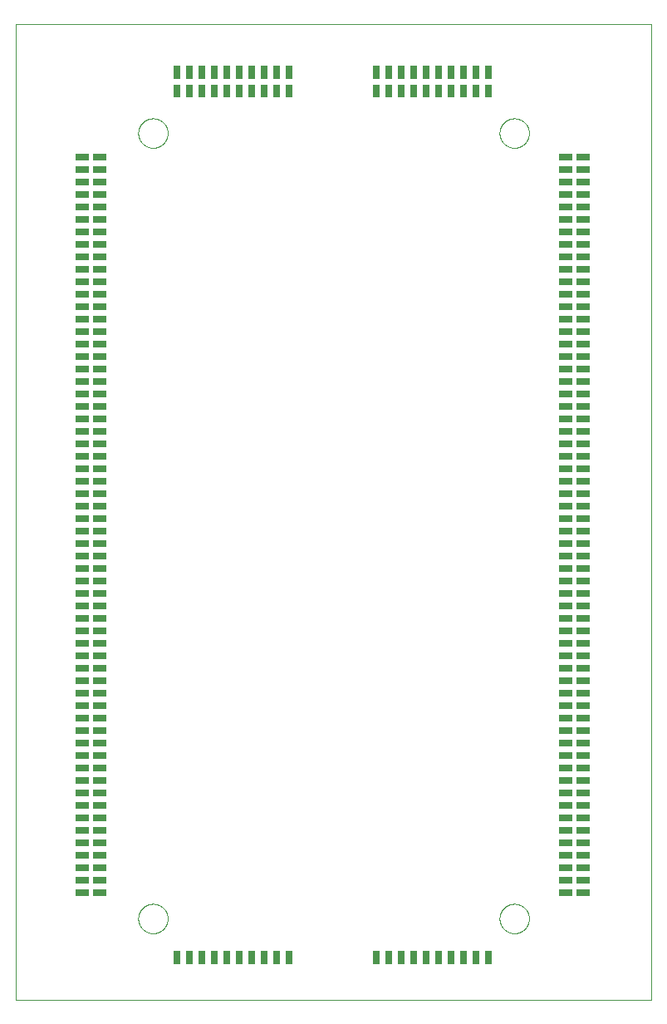
<source format=gbp>
G75*
%MOIN*%
%OFA0B0*%
%FSLAX25Y25*%
%IPPOS*%
%LPD*%
%AMOC8*
5,1,8,0,0,1.08239X$1,22.5*
%
%ADD10C,0.00000*%
%ADD11C,0.00225*%
D10*
X0001000Y0001000D02*
X0001000Y0392201D01*
X0255921Y0392201D01*
X0255921Y0001000D01*
X0001000Y0001000D01*
X0050094Y0033500D02*
X0050096Y0033653D01*
X0050102Y0033807D01*
X0050112Y0033960D01*
X0050126Y0034112D01*
X0050144Y0034265D01*
X0050166Y0034416D01*
X0050191Y0034567D01*
X0050221Y0034718D01*
X0050255Y0034868D01*
X0050292Y0035016D01*
X0050333Y0035164D01*
X0050378Y0035310D01*
X0050427Y0035456D01*
X0050480Y0035600D01*
X0050536Y0035742D01*
X0050596Y0035883D01*
X0050660Y0036023D01*
X0050727Y0036161D01*
X0050798Y0036297D01*
X0050873Y0036431D01*
X0050950Y0036563D01*
X0051032Y0036693D01*
X0051116Y0036821D01*
X0051204Y0036947D01*
X0051295Y0037070D01*
X0051389Y0037191D01*
X0051487Y0037309D01*
X0051587Y0037425D01*
X0051691Y0037538D01*
X0051797Y0037649D01*
X0051906Y0037757D01*
X0052018Y0037862D01*
X0052132Y0037963D01*
X0052250Y0038062D01*
X0052369Y0038158D01*
X0052491Y0038251D01*
X0052616Y0038340D01*
X0052743Y0038427D01*
X0052872Y0038509D01*
X0053003Y0038589D01*
X0053136Y0038665D01*
X0053271Y0038738D01*
X0053408Y0038807D01*
X0053547Y0038872D01*
X0053687Y0038934D01*
X0053829Y0038992D01*
X0053972Y0039047D01*
X0054117Y0039098D01*
X0054263Y0039145D01*
X0054410Y0039188D01*
X0054558Y0039227D01*
X0054707Y0039263D01*
X0054857Y0039294D01*
X0055008Y0039322D01*
X0055159Y0039346D01*
X0055312Y0039366D01*
X0055464Y0039382D01*
X0055617Y0039394D01*
X0055770Y0039402D01*
X0055923Y0039406D01*
X0056077Y0039406D01*
X0056230Y0039402D01*
X0056383Y0039394D01*
X0056536Y0039382D01*
X0056688Y0039366D01*
X0056841Y0039346D01*
X0056992Y0039322D01*
X0057143Y0039294D01*
X0057293Y0039263D01*
X0057442Y0039227D01*
X0057590Y0039188D01*
X0057737Y0039145D01*
X0057883Y0039098D01*
X0058028Y0039047D01*
X0058171Y0038992D01*
X0058313Y0038934D01*
X0058453Y0038872D01*
X0058592Y0038807D01*
X0058729Y0038738D01*
X0058864Y0038665D01*
X0058997Y0038589D01*
X0059128Y0038509D01*
X0059257Y0038427D01*
X0059384Y0038340D01*
X0059509Y0038251D01*
X0059631Y0038158D01*
X0059750Y0038062D01*
X0059868Y0037963D01*
X0059982Y0037862D01*
X0060094Y0037757D01*
X0060203Y0037649D01*
X0060309Y0037538D01*
X0060413Y0037425D01*
X0060513Y0037309D01*
X0060611Y0037191D01*
X0060705Y0037070D01*
X0060796Y0036947D01*
X0060884Y0036821D01*
X0060968Y0036693D01*
X0061050Y0036563D01*
X0061127Y0036431D01*
X0061202Y0036297D01*
X0061273Y0036161D01*
X0061340Y0036023D01*
X0061404Y0035883D01*
X0061464Y0035742D01*
X0061520Y0035600D01*
X0061573Y0035456D01*
X0061622Y0035310D01*
X0061667Y0035164D01*
X0061708Y0035016D01*
X0061745Y0034868D01*
X0061779Y0034718D01*
X0061809Y0034567D01*
X0061834Y0034416D01*
X0061856Y0034265D01*
X0061874Y0034112D01*
X0061888Y0033960D01*
X0061898Y0033807D01*
X0061904Y0033653D01*
X0061906Y0033500D01*
X0061904Y0033347D01*
X0061898Y0033193D01*
X0061888Y0033040D01*
X0061874Y0032888D01*
X0061856Y0032735D01*
X0061834Y0032584D01*
X0061809Y0032433D01*
X0061779Y0032282D01*
X0061745Y0032132D01*
X0061708Y0031984D01*
X0061667Y0031836D01*
X0061622Y0031690D01*
X0061573Y0031544D01*
X0061520Y0031400D01*
X0061464Y0031258D01*
X0061404Y0031117D01*
X0061340Y0030977D01*
X0061273Y0030839D01*
X0061202Y0030703D01*
X0061127Y0030569D01*
X0061050Y0030437D01*
X0060968Y0030307D01*
X0060884Y0030179D01*
X0060796Y0030053D01*
X0060705Y0029930D01*
X0060611Y0029809D01*
X0060513Y0029691D01*
X0060413Y0029575D01*
X0060309Y0029462D01*
X0060203Y0029351D01*
X0060094Y0029243D01*
X0059982Y0029138D01*
X0059868Y0029037D01*
X0059750Y0028938D01*
X0059631Y0028842D01*
X0059509Y0028749D01*
X0059384Y0028660D01*
X0059257Y0028573D01*
X0059128Y0028491D01*
X0058997Y0028411D01*
X0058864Y0028335D01*
X0058729Y0028262D01*
X0058592Y0028193D01*
X0058453Y0028128D01*
X0058313Y0028066D01*
X0058171Y0028008D01*
X0058028Y0027953D01*
X0057883Y0027902D01*
X0057737Y0027855D01*
X0057590Y0027812D01*
X0057442Y0027773D01*
X0057293Y0027737D01*
X0057143Y0027706D01*
X0056992Y0027678D01*
X0056841Y0027654D01*
X0056688Y0027634D01*
X0056536Y0027618D01*
X0056383Y0027606D01*
X0056230Y0027598D01*
X0056077Y0027594D01*
X0055923Y0027594D01*
X0055770Y0027598D01*
X0055617Y0027606D01*
X0055464Y0027618D01*
X0055312Y0027634D01*
X0055159Y0027654D01*
X0055008Y0027678D01*
X0054857Y0027706D01*
X0054707Y0027737D01*
X0054558Y0027773D01*
X0054410Y0027812D01*
X0054263Y0027855D01*
X0054117Y0027902D01*
X0053972Y0027953D01*
X0053829Y0028008D01*
X0053687Y0028066D01*
X0053547Y0028128D01*
X0053408Y0028193D01*
X0053271Y0028262D01*
X0053136Y0028335D01*
X0053003Y0028411D01*
X0052872Y0028491D01*
X0052743Y0028573D01*
X0052616Y0028660D01*
X0052491Y0028749D01*
X0052369Y0028842D01*
X0052250Y0028938D01*
X0052132Y0029037D01*
X0052018Y0029138D01*
X0051906Y0029243D01*
X0051797Y0029351D01*
X0051691Y0029462D01*
X0051587Y0029575D01*
X0051487Y0029691D01*
X0051389Y0029809D01*
X0051295Y0029930D01*
X0051204Y0030053D01*
X0051116Y0030179D01*
X0051032Y0030307D01*
X0050950Y0030437D01*
X0050873Y0030569D01*
X0050798Y0030703D01*
X0050727Y0030839D01*
X0050660Y0030977D01*
X0050596Y0031117D01*
X0050536Y0031258D01*
X0050480Y0031400D01*
X0050427Y0031544D01*
X0050378Y0031690D01*
X0050333Y0031836D01*
X0050292Y0031984D01*
X0050255Y0032132D01*
X0050221Y0032282D01*
X0050191Y0032433D01*
X0050166Y0032584D01*
X0050144Y0032735D01*
X0050126Y0032888D01*
X0050112Y0033040D01*
X0050102Y0033193D01*
X0050096Y0033347D01*
X0050094Y0033500D01*
X0195094Y0033500D02*
X0195096Y0033653D01*
X0195102Y0033807D01*
X0195112Y0033960D01*
X0195126Y0034112D01*
X0195144Y0034265D01*
X0195166Y0034416D01*
X0195191Y0034567D01*
X0195221Y0034718D01*
X0195255Y0034868D01*
X0195292Y0035016D01*
X0195333Y0035164D01*
X0195378Y0035310D01*
X0195427Y0035456D01*
X0195480Y0035600D01*
X0195536Y0035742D01*
X0195596Y0035883D01*
X0195660Y0036023D01*
X0195727Y0036161D01*
X0195798Y0036297D01*
X0195873Y0036431D01*
X0195950Y0036563D01*
X0196032Y0036693D01*
X0196116Y0036821D01*
X0196204Y0036947D01*
X0196295Y0037070D01*
X0196389Y0037191D01*
X0196487Y0037309D01*
X0196587Y0037425D01*
X0196691Y0037538D01*
X0196797Y0037649D01*
X0196906Y0037757D01*
X0197018Y0037862D01*
X0197132Y0037963D01*
X0197250Y0038062D01*
X0197369Y0038158D01*
X0197491Y0038251D01*
X0197616Y0038340D01*
X0197743Y0038427D01*
X0197872Y0038509D01*
X0198003Y0038589D01*
X0198136Y0038665D01*
X0198271Y0038738D01*
X0198408Y0038807D01*
X0198547Y0038872D01*
X0198687Y0038934D01*
X0198829Y0038992D01*
X0198972Y0039047D01*
X0199117Y0039098D01*
X0199263Y0039145D01*
X0199410Y0039188D01*
X0199558Y0039227D01*
X0199707Y0039263D01*
X0199857Y0039294D01*
X0200008Y0039322D01*
X0200159Y0039346D01*
X0200312Y0039366D01*
X0200464Y0039382D01*
X0200617Y0039394D01*
X0200770Y0039402D01*
X0200923Y0039406D01*
X0201077Y0039406D01*
X0201230Y0039402D01*
X0201383Y0039394D01*
X0201536Y0039382D01*
X0201688Y0039366D01*
X0201841Y0039346D01*
X0201992Y0039322D01*
X0202143Y0039294D01*
X0202293Y0039263D01*
X0202442Y0039227D01*
X0202590Y0039188D01*
X0202737Y0039145D01*
X0202883Y0039098D01*
X0203028Y0039047D01*
X0203171Y0038992D01*
X0203313Y0038934D01*
X0203453Y0038872D01*
X0203592Y0038807D01*
X0203729Y0038738D01*
X0203864Y0038665D01*
X0203997Y0038589D01*
X0204128Y0038509D01*
X0204257Y0038427D01*
X0204384Y0038340D01*
X0204509Y0038251D01*
X0204631Y0038158D01*
X0204750Y0038062D01*
X0204868Y0037963D01*
X0204982Y0037862D01*
X0205094Y0037757D01*
X0205203Y0037649D01*
X0205309Y0037538D01*
X0205413Y0037425D01*
X0205513Y0037309D01*
X0205611Y0037191D01*
X0205705Y0037070D01*
X0205796Y0036947D01*
X0205884Y0036821D01*
X0205968Y0036693D01*
X0206050Y0036563D01*
X0206127Y0036431D01*
X0206202Y0036297D01*
X0206273Y0036161D01*
X0206340Y0036023D01*
X0206404Y0035883D01*
X0206464Y0035742D01*
X0206520Y0035600D01*
X0206573Y0035456D01*
X0206622Y0035310D01*
X0206667Y0035164D01*
X0206708Y0035016D01*
X0206745Y0034868D01*
X0206779Y0034718D01*
X0206809Y0034567D01*
X0206834Y0034416D01*
X0206856Y0034265D01*
X0206874Y0034112D01*
X0206888Y0033960D01*
X0206898Y0033807D01*
X0206904Y0033653D01*
X0206906Y0033500D01*
X0206904Y0033347D01*
X0206898Y0033193D01*
X0206888Y0033040D01*
X0206874Y0032888D01*
X0206856Y0032735D01*
X0206834Y0032584D01*
X0206809Y0032433D01*
X0206779Y0032282D01*
X0206745Y0032132D01*
X0206708Y0031984D01*
X0206667Y0031836D01*
X0206622Y0031690D01*
X0206573Y0031544D01*
X0206520Y0031400D01*
X0206464Y0031258D01*
X0206404Y0031117D01*
X0206340Y0030977D01*
X0206273Y0030839D01*
X0206202Y0030703D01*
X0206127Y0030569D01*
X0206050Y0030437D01*
X0205968Y0030307D01*
X0205884Y0030179D01*
X0205796Y0030053D01*
X0205705Y0029930D01*
X0205611Y0029809D01*
X0205513Y0029691D01*
X0205413Y0029575D01*
X0205309Y0029462D01*
X0205203Y0029351D01*
X0205094Y0029243D01*
X0204982Y0029138D01*
X0204868Y0029037D01*
X0204750Y0028938D01*
X0204631Y0028842D01*
X0204509Y0028749D01*
X0204384Y0028660D01*
X0204257Y0028573D01*
X0204128Y0028491D01*
X0203997Y0028411D01*
X0203864Y0028335D01*
X0203729Y0028262D01*
X0203592Y0028193D01*
X0203453Y0028128D01*
X0203313Y0028066D01*
X0203171Y0028008D01*
X0203028Y0027953D01*
X0202883Y0027902D01*
X0202737Y0027855D01*
X0202590Y0027812D01*
X0202442Y0027773D01*
X0202293Y0027737D01*
X0202143Y0027706D01*
X0201992Y0027678D01*
X0201841Y0027654D01*
X0201688Y0027634D01*
X0201536Y0027618D01*
X0201383Y0027606D01*
X0201230Y0027598D01*
X0201077Y0027594D01*
X0200923Y0027594D01*
X0200770Y0027598D01*
X0200617Y0027606D01*
X0200464Y0027618D01*
X0200312Y0027634D01*
X0200159Y0027654D01*
X0200008Y0027678D01*
X0199857Y0027706D01*
X0199707Y0027737D01*
X0199558Y0027773D01*
X0199410Y0027812D01*
X0199263Y0027855D01*
X0199117Y0027902D01*
X0198972Y0027953D01*
X0198829Y0028008D01*
X0198687Y0028066D01*
X0198547Y0028128D01*
X0198408Y0028193D01*
X0198271Y0028262D01*
X0198136Y0028335D01*
X0198003Y0028411D01*
X0197872Y0028491D01*
X0197743Y0028573D01*
X0197616Y0028660D01*
X0197491Y0028749D01*
X0197369Y0028842D01*
X0197250Y0028938D01*
X0197132Y0029037D01*
X0197018Y0029138D01*
X0196906Y0029243D01*
X0196797Y0029351D01*
X0196691Y0029462D01*
X0196587Y0029575D01*
X0196487Y0029691D01*
X0196389Y0029809D01*
X0196295Y0029930D01*
X0196204Y0030053D01*
X0196116Y0030179D01*
X0196032Y0030307D01*
X0195950Y0030437D01*
X0195873Y0030569D01*
X0195798Y0030703D01*
X0195727Y0030839D01*
X0195660Y0030977D01*
X0195596Y0031117D01*
X0195536Y0031258D01*
X0195480Y0031400D01*
X0195427Y0031544D01*
X0195378Y0031690D01*
X0195333Y0031836D01*
X0195292Y0031984D01*
X0195255Y0032132D01*
X0195221Y0032282D01*
X0195191Y0032433D01*
X0195166Y0032584D01*
X0195144Y0032735D01*
X0195126Y0032888D01*
X0195112Y0033040D01*
X0195102Y0033193D01*
X0195096Y0033347D01*
X0195094Y0033500D01*
X0195094Y0348500D02*
X0195096Y0348653D01*
X0195102Y0348807D01*
X0195112Y0348960D01*
X0195126Y0349112D01*
X0195144Y0349265D01*
X0195166Y0349416D01*
X0195191Y0349567D01*
X0195221Y0349718D01*
X0195255Y0349868D01*
X0195292Y0350016D01*
X0195333Y0350164D01*
X0195378Y0350310D01*
X0195427Y0350456D01*
X0195480Y0350600D01*
X0195536Y0350742D01*
X0195596Y0350883D01*
X0195660Y0351023D01*
X0195727Y0351161D01*
X0195798Y0351297D01*
X0195873Y0351431D01*
X0195950Y0351563D01*
X0196032Y0351693D01*
X0196116Y0351821D01*
X0196204Y0351947D01*
X0196295Y0352070D01*
X0196389Y0352191D01*
X0196487Y0352309D01*
X0196587Y0352425D01*
X0196691Y0352538D01*
X0196797Y0352649D01*
X0196906Y0352757D01*
X0197018Y0352862D01*
X0197132Y0352963D01*
X0197250Y0353062D01*
X0197369Y0353158D01*
X0197491Y0353251D01*
X0197616Y0353340D01*
X0197743Y0353427D01*
X0197872Y0353509D01*
X0198003Y0353589D01*
X0198136Y0353665D01*
X0198271Y0353738D01*
X0198408Y0353807D01*
X0198547Y0353872D01*
X0198687Y0353934D01*
X0198829Y0353992D01*
X0198972Y0354047D01*
X0199117Y0354098D01*
X0199263Y0354145D01*
X0199410Y0354188D01*
X0199558Y0354227D01*
X0199707Y0354263D01*
X0199857Y0354294D01*
X0200008Y0354322D01*
X0200159Y0354346D01*
X0200312Y0354366D01*
X0200464Y0354382D01*
X0200617Y0354394D01*
X0200770Y0354402D01*
X0200923Y0354406D01*
X0201077Y0354406D01*
X0201230Y0354402D01*
X0201383Y0354394D01*
X0201536Y0354382D01*
X0201688Y0354366D01*
X0201841Y0354346D01*
X0201992Y0354322D01*
X0202143Y0354294D01*
X0202293Y0354263D01*
X0202442Y0354227D01*
X0202590Y0354188D01*
X0202737Y0354145D01*
X0202883Y0354098D01*
X0203028Y0354047D01*
X0203171Y0353992D01*
X0203313Y0353934D01*
X0203453Y0353872D01*
X0203592Y0353807D01*
X0203729Y0353738D01*
X0203864Y0353665D01*
X0203997Y0353589D01*
X0204128Y0353509D01*
X0204257Y0353427D01*
X0204384Y0353340D01*
X0204509Y0353251D01*
X0204631Y0353158D01*
X0204750Y0353062D01*
X0204868Y0352963D01*
X0204982Y0352862D01*
X0205094Y0352757D01*
X0205203Y0352649D01*
X0205309Y0352538D01*
X0205413Y0352425D01*
X0205513Y0352309D01*
X0205611Y0352191D01*
X0205705Y0352070D01*
X0205796Y0351947D01*
X0205884Y0351821D01*
X0205968Y0351693D01*
X0206050Y0351563D01*
X0206127Y0351431D01*
X0206202Y0351297D01*
X0206273Y0351161D01*
X0206340Y0351023D01*
X0206404Y0350883D01*
X0206464Y0350742D01*
X0206520Y0350600D01*
X0206573Y0350456D01*
X0206622Y0350310D01*
X0206667Y0350164D01*
X0206708Y0350016D01*
X0206745Y0349868D01*
X0206779Y0349718D01*
X0206809Y0349567D01*
X0206834Y0349416D01*
X0206856Y0349265D01*
X0206874Y0349112D01*
X0206888Y0348960D01*
X0206898Y0348807D01*
X0206904Y0348653D01*
X0206906Y0348500D01*
X0206904Y0348347D01*
X0206898Y0348193D01*
X0206888Y0348040D01*
X0206874Y0347888D01*
X0206856Y0347735D01*
X0206834Y0347584D01*
X0206809Y0347433D01*
X0206779Y0347282D01*
X0206745Y0347132D01*
X0206708Y0346984D01*
X0206667Y0346836D01*
X0206622Y0346690D01*
X0206573Y0346544D01*
X0206520Y0346400D01*
X0206464Y0346258D01*
X0206404Y0346117D01*
X0206340Y0345977D01*
X0206273Y0345839D01*
X0206202Y0345703D01*
X0206127Y0345569D01*
X0206050Y0345437D01*
X0205968Y0345307D01*
X0205884Y0345179D01*
X0205796Y0345053D01*
X0205705Y0344930D01*
X0205611Y0344809D01*
X0205513Y0344691D01*
X0205413Y0344575D01*
X0205309Y0344462D01*
X0205203Y0344351D01*
X0205094Y0344243D01*
X0204982Y0344138D01*
X0204868Y0344037D01*
X0204750Y0343938D01*
X0204631Y0343842D01*
X0204509Y0343749D01*
X0204384Y0343660D01*
X0204257Y0343573D01*
X0204128Y0343491D01*
X0203997Y0343411D01*
X0203864Y0343335D01*
X0203729Y0343262D01*
X0203592Y0343193D01*
X0203453Y0343128D01*
X0203313Y0343066D01*
X0203171Y0343008D01*
X0203028Y0342953D01*
X0202883Y0342902D01*
X0202737Y0342855D01*
X0202590Y0342812D01*
X0202442Y0342773D01*
X0202293Y0342737D01*
X0202143Y0342706D01*
X0201992Y0342678D01*
X0201841Y0342654D01*
X0201688Y0342634D01*
X0201536Y0342618D01*
X0201383Y0342606D01*
X0201230Y0342598D01*
X0201077Y0342594D01*
X0200923Y0342594D01*
X0200770Y0342598D01*
X0200617Y0342606D01*
X0200464Y0342618D01*
X0200312Y0342634D01*
X0200159Y0342654D01*
X0200008Y0342678D01*
X0199857Y0342706D01*
X0199707Y0342737D01*
X0199558Y0342773D01*
X0199410Y0342812D01*
X0199263Y0342855D01*
X0199117Y0342902D01*
X0198972Y0342953D01*
X0198829Y0343008D01*
X0198687Y0343066D01*
X0198547Y0343128D01*
X0198408Y0343193D01*
X0198271Y0343262D01*
X0198136Y0343335D01*
X0198003Y0343411D01*
X0197872Y0343491D01*
X0197743Y0343573D01*
X0197616Y0343660D01*
X0197491Y0343749D01*
X0197369Y0343842D01*
X0197250Y0343938D01*
X0197132Y0344037D01*
X0197018Y0344138D01*
X0196906Y0344243D01*
X0196797Y0344351D01*
X0196691Y0344462D01*
X0196587Y0344575D01*
X0196487Y0344691D01*
X0196389Y0344809D01*
X0196295Y0344930D01*
X0196204Y0345053D01*
X0196116Y0345179D01*
X0196032Y0345307D01*
X0195950Y0345437D01*
X0195873Y0345569D01*
X0195798Y0345703D01*
X0195727Y0345839D01*
X0195660Y0345977D01*
X0195596Y0346117D01*
X0195536Y0346258D01*
X0195480Y0346400D01*
X0195427Y0346544D01*
X0195378Y0346690D01*
X0195333Y0346836D01*
X0195292Y0346984D01*
X0195255Y0347132D01*
X0195221Y0347282D01*
X0195191Y0347433D01*
X0195166Y0347584D01*
X0195144Y0347735D01*
X0195126Y0347888D01*
X0195112Y0348040D01*
X0195102Y0348193D01*
X0195096Y0348347D01*
X0195094Y0348500D01*
X0050094Y0348500D02*
X0050096Y0348653D01*
X0050102Y0348807D01*
X0050112Y0348960D01*
X0050126Y0349112D01*
X0050144Y0349265D01*
X0050166Y0349416D01*
X0050191Y0349567D01*
X0050221Y0349718D01*
X0050255Y0349868D01*
X0050292Y0350016D01*
X0050333Y0350164D01*
X0050378Y0350310D01*
X0050427Y0350456D01*
X0050480Y0350600D01*
X0050536Y0350742D01*
X0050596Y0350883D01*
X0050660Y0351023D01*
X0050727Y0351161D01*
X0050798Y0351297D01*
X0050873Y0351431D01*
X0050950Y0351563D01*
X0051032Y0351693D01*
X0051116Y0351821D01*
X0051204Y0351947D01*
X0051295Y0352070D01*
X0051389Y0352191D01*
X0051487Y0352309D01*
X0051587Y0352425D01*
X0051691Y0352538D01*
X0051797Y0352649D01*
X0051906Y0352757D01*
X0052018Y0352862D01*
X0052132Y0352963D01*
X0052250Y0353062D01*
X0052369Y0353158D01*
X0052491Y0353251D01*
X0052616Y0353340D01*
X0052743Y0353427D01*
X0052872Y0353509D01*
X0053003Y0353589D01*
X0053136Y0353665D01*
X0053271Y0353738D01*
X0053408Y0353807D01*
X0053547Y0353872D01*
X0053687Y0353934D01*
X0053829Y0353992D01*
X0053972Y0354047D01*
X0054117Y0354098D01*
X0054263Y0354145D01*
X0054410Y0354188D01*
X0054558Y0354227D01*
X0054707Y0354263D01*
X0054857Y0354294D01*
X0055008Y0354322D01*
X0055159Y0354346D01*
X0055312Y0354366D01*
X0055464Y0354382D01*
X0055617Y0354394D01*
X0055770Y0354402D01*
X0055923Y0354406D01*
X0056077Y0354406D01*
X0056230Y0354402D01*
X0056383Y0354394D01*
X0056536Y0354382D01*
X0056688Y0354366D01*
X0056841Y0354346D01*
X0056992Y0354322D01*
X0057143Y0354294D01*
X0057293Y0354263D01*
X0057442Y0354227D01*
X0057590Y0354188D01*
X0057737Y0354145D01*
X0057883Y0354098D01*
X0058028Y0354047D01*
X0058171Y0353992D01*
X0058313Y0353934D01*
X0058453Y0353872D01*
X0058592Y0353807D01*
X0058729Y0353738D01*
X0058864Y0353665D01*
X0058997Y0353589D01*
X0059128Y0353509D01*
X0059257Y0353427D01*
X0059384Y0353340D01*
X0059509Y0353251D01*
X0059631Y0353158D01*
X0059750Y0353062D01*
X0059868Y0352963D01*
X0059982Y0352862D01*
X0060094Y0352757D01*
X0060203Y0352649D01*
X0060309Y0352538D01*
X0060413Y0352425D01*
X0060513Y0352309D01*
X0060611Y0352191D01*
X0060705Y0352070D01*
X0060796Y0351947D01*
X0060884Y0351821D01*
X0060968Y0351693D01*
X0061050Y0351563D01*
X0061127Y0351431D01*
X0061202Y0351297D01*
X0061273Y0351161D01*
X0061340Y0351023D01*
X0061404Y0350883D01*
X0061464Y0350742D01*
X0061520Y0350600D01*
X0061573Y0350456D01*
X0061622Y0350310D01*
X0061667Y0350164D01*
X0061708Y0350016D01*
X0061745Y0349868D01*
X0061779Y0349718D01*
X0061809Y0349567D01*
X0061834Y0349416D01*
X0061856Y0349265D01*
X0061874Y0349112D01*
X0061888Y0348960D01*
X0061898Y0348807D01*
X0061904Y0348653D01*
X0061906Y0348500D01*
X0061904Y0348347D01*
X0061898Y0348193D01*
X0061888Y0348040D01*
X0061874Y0347888D01*
X0061856Y0347735D01*
X0061834Y0347584D01*
X0061809Y0347433D01*
X0061779Y0347282D01*
X0061745Y0347132D01*
X0061708Y0346984D01*
X0061667Y0346836D01*
X0061622Y0346690D01*
X0061573Y0346544D01*
X0061520Y0346400D01*
X0061464Y0346258D01*
X0061404Y0346117D01*
X0061340Y0345977D01*
X0061273Y0345839D01*
X0061202Y0345703D01*
X0061127Y0345569D01*
X0061050Y0345437D01*
X0060968Y0345307D01*
X0060884Y0345179D01*
X0060796Y0345053D01*
X0060705Y0344930D01*
X0060611Y0344809D01*
X0060513Y0344691D01*
X0060413Y0344575D01*
X0060309Y0344462D01*
X0060203Y0344351D01*
X0060094Y0344243D01*
X0059982Y0344138D01*
X0059868Y0344037D01*
X0059750Y0343938D01*
X0059631Y0343842D01*
X0059509Y0343749D01*
X0059384Y0343660D01*
X0059257Y0343573D01*
X0059128Y0343491D01*
X0058997Y0343411D01*
X0058864Y0343335D01*
X0058729Y0343262D01*
X0058592Y0343193D01*
X0058453Y0343128D01*
X0058313Y0343066D01*
X0058171Y0343008D01*
X0058028Y0342953D01*
X0057883Y0342902D01*
X0057737Y0342855D01*
X0057590Y0342812D01*
X0057442Y0342773D01*
X0057293Y0342737D01*
X0057143Y0342706D01*
X0056992Y0342678D01*
X0056841Y0342654D01*
X0056688Y0342634D01*
X0056536Y0342618D01*
X0056383Y0342606D01*
X0056230Y0342598D01*
X0056077Y0342594D01*
X0055923Y0342594D01*
X0055770Y0342598D01*
X0055617Y0342606D01*
X0055464Y0342618D01*
X0055312Y0342634D01*
X0055159Y0342654D01*
X0055008Y0342678D01*
X0054857Y0342706D01*
X0054707Y0342737D01*
X0054558Y0342773D01*
X0054410Y0342812D01*
X0054263Y0342855D01*
X0054117Y0342902D01*
X0053972Y0342953D01*
X0053829Y0343008D01*
X0053687Y0343066D01*
X0053547Y0343128D01*
X0053408Y0343193D01*
X0053271Y0343262D01*
X0053136Y0343335D01*
X0053003Y0343411D01*
X0052872Y0343491D01*
X0052743Y0343573D01*
X0052616Y0343660D01*
X0052491Y0343749D01*
X0052369Y0343842D01*
X0052250Y0343938D01*
X0052132Y0344037D01*
X0052018Y0344138D01*
X0051906Y0344243D01*
X0051797Y0344351D01*
X0051691Y0344462D01*
X0051587Y0344575D01*
X0051487Y0344691D01*
X0051389Y0344809D01*
X0051295Y0344930D01*
X0051204Y0345053D01*
X0051116Y0345179D01*
X0051032Y0345307D01*
X0050950Y0345437D01*
X0050873Y0345569D01*
X0050798Y0345703D01*
X0050727Y0345839D01*
X0050660Y0345977D01*
X0050596Y0346117D01*
X0050536Y0346258D01*
X0050480Y0346400D01*
X0050427Y0346544D01*
X0050378Y0346690D01*
X0050333Y0346836D01*
X0050292Y0346984D01*
X0050255Y0347132D01*
X0050221Y0347282D01*
X0050191Y0347433D01*
X0050166Y0347584D01*
X0050144Y0347735D01*
X0050126Y0347888D01*
X0050112Y0348040D01*
X0050102Y0348193D01*
X0050096Y0348347D01*
X0050094Y0348500D01*
D11*
X0036888Y0340138D02*
X0032112Y0340138D01*
X0036888Y0340138D02*
X0036888Y0337862D01*
X0032112Y0337862D01*
X0032112Y0340138D01*
X0032112Y0338086D02*
X0036888Y0338086D01*
X0036888Y0338310D02*
X0032112Y0338310D01*
X0032112Y0338534D02*
X0036888Y0338534D01*
X0036888Y0338758D02*
X0032112Y0338758D01*
X0032112Y0338982D02*
X0036888Y0338982D01*
X0036888Y0339206D02*
X0032112Y0339206D01*
X0032112Y0339430D02*
X0036888Y0339430D01*
X0036888Y0339654D02*
X0032112Y0339654D01*
X0032112Y0339878D02*
X0036888Y0339878D01*
X0036888Y0340102D02*
X0032112Y0340102D01*
X0029888Y0340138D02*
X0025112Y0340138D01*
X0029888Y0340138D02*
X0029888Y0337862D01*
X0025112Y0337862D01*
X0025112Y0340138D01*
X0025112Y0338086D02*
X0029888Y0338086D01*
X0029888Y0338310D02*
X0025112Y0338310D01*
X0025112Y0338534D02*
X0029888Y0338534D01*
X0029888Y0338758D02*
X0025112Y0338758D01*
X0025112Y0338982D02*
X0029888Y0338982D01*
X0029888Y0339206D02*
X0025112Y0339206D01*
X0025112Y0339430D02*
X0029888Y0339430D01*
X0029888Y0339654D02*
X0025112Y0339654D01*
X0025112Y0339878D02*
X0029888Y0339878D01*
X0029888Y0340102D02*
X0025112Y0340102D01*
X0025112Y0335138D02*
X0029888Y0335138D01*
X0029888Y0332862D01*
X0025112Y0332862D01*
X0025112Y0335138D01*
X0025112Y0333086D02*
X0029888Y0333086D01*
X0029888Y0333310D02*
X0025112Y0333310D01*
X0025112Y0333534D02*
X0029888Y0333534D01*
X0029888Y0333758D02*
X0025112Y0333758D01*
X0025112Y0333982D02*
X0029888Y0333982D01*
X0029888Y0334206D02*
X0025112Y0334206D01*
X0025112Y0334430D02*
X0029888Y0334430D01*
X0029888Y0334654D02*
X0025112Y0334654D01*
X0025112Y0334878D02*
X0029888Y0334878D01*
X0029888Y0335102D02*
X0025112Y0335102D01*
X0025112Y0330138D02*
X0029888Y0330138D01*
X0029888Y0327862D01*
X0025112Y0327862D01*
X0025112Y0330138D01*
X0025112Y0328086D02*
X0029888Y0328086D01*
X0029888Y0328310D02*
X0025112Y0328310D01*
X0025112Y0328534D02*
X0029888Y0328534D01*
X0029888Y0328758D02*
X0025112Y0328758D01*
X0025112Y0328982D02*
X0029888Y0328982D01*
X0029888Y0329206D02*
X0025112Y0329206D01*
X0025112Y0329430D02*
X0029888Y0329430D01*
X0029888Y0329654D02*
X0025112Y0329654D01*
X0025112Y0329878D02*
X0029888Y0329878D01*
X0029888Y0330102D02*
X0025112Y0330102D01*
X0025112Y0325138D02*
X0029888Y0325138D01*
X0029888Y0322862D01*
X0025112Y0322862D01*
X0025112Y0325138D01*
X0025112Y0323086D02*
X0029888Y0323086D01*
X0029888Y0323310D02*
X0025112Y0323310D01*
X0025112Y0323534D02*
X0029888Y0323534D01*
X0029888Y0323758D02*
X0025112Y0323758D01*
X0025112Y0323982D02*
X0029888Y0323982D01*
X0029888Y0324206D02*
X0025112Y0324206D01*
X0025112Y0324430D02*
X0029888Y0324430D01*
X0029888Y0324654D02*
X0025112Y0324654D01*
X0025112Y0324878D02*
X0029888Y0324878D01*
X0029888Y0325102D02*
X0025112Y0325102D01*
X0025112Y0320138D02*
X0029888Y0320138D01*
X0029888Y0317862D01*
X0025112Y0317862D01*
X0025112Y0320138D01*
X0025112Y0318086D02*
X0029888Y0318086D01*
X0029888Y0318310D02*
X0025112Y0318310D01*
X0025112Y0318534D02*
X0029888Y0318534D01*
X0029888Y0318758D02*
X0025112Y0318758D01*
X0025112Y0318982D02*
X0029888Y0318982D01*
X0029888Y0319206D02*
X0025112Y0319206D01*
X0025112Y0319430D02*
X0029888Y0319430D01*
X0029888Y0319654D02*
X0025112Y0319654D01*
X0025112Y0319878D02*
X0029888Y0319878D01*
X0029888Y0320102D02*
X0025112Y0320102D01*
X0025112Y0315138D02*
X0029888Y0315138D01*
X0029888Y0312862D01*
X0025112Y0312862D01*
X0025112Y0315138D01*
X0025112Y0313086D02*
X0029888Y0313086D01*
X0029888Y0313310D02*
X0025112Y0313310D01*
X0025112Y0313534D02*
X0029888Y0313534D01*
X0029888Y0313758D02*
X0025112Y0313758D01*
X0025112Y0313982D02*
X0029888Y0313982D01*
X0029888Y0314206D02*
X0025112Y0314206D01*
X0025112Y0314430D02*
X0029888Y0314430D01*
X0029888Y0314654D02*
X0025112Y0314654D01*
X0025112Y0314878D02*
X0029888Y0314878D01*
X0029888Y0315102D02*
X0025112Y0315102D01*
X0025112Y0310138D02*
X0029888Y0310138D01*
X0029888Y0307862D01*
X0025112Y0307862D01*
X0025112Y0310138D01*
X0025112Y0308086D02*
X0029888Y0308086D01*
X0029888Y0308310D02*
X0025112Y0308310D01*
X0025112Y0308534D02*
X0029888Y0308534D01*
X0029888Y0308758D02*
X0025112Y0308758D01*
X0025112Y0308982D02*
X0029888Y0308982D01*
X0029888Y0309206D02*
X0025112Y0309206D01*
X0025112Y0309430D02*
X0029888Y0309430D01*
X0029888Y0309654D02*
X0025112Y0309654D01*
X0025112Y0309878D02*
X0029888Y0309878D01*
X0029888Y0310102D02*
X0025112Y0310102D01*
X0025112Y0305138D02*
X0029888Y0305138D01*
X0029888Y0302862D01*
X0025112Y0302862D01*
X0025112Y0305138D01*
X0025112Y0303086D02*
X0029888Y0303086D01*
X0029888Y0303310D02*
X0025112Y0303310D01*
X0025112Y0303534D02*
X0029888Y0303534D01*
X0029888Y0303758D02*
X0025112Y0303758D01*
X0025112Y0303982D02*
X0029888Y0303982D01*
X0029888Y0304206D02*
X0025112Y0304206D01*
X0025112Y0304430D02*
X0029888Y0304430D01*
X0029888Y0304654D02*
X0025112Y0304654D01*
X0025112Y0304878D02*
X0029888Y0304878D01*
X0029888Y0305102D02*
X0025112Y0305102D01*
X0025112Y0300138D02*
X0029888Y0300138D01*
X0029888Y0297862D01*
X0025112Y0297862D01*
X0025112Y0300138D01*
X0025112Y0298086D02*
X0029888Y0298086D01*
X0029888Y0298310D02*
X0025112Y0298310D01*
X0025112Y0298534D02*
X0029888Y0298534D01*
X0029888Y0298758D02*
X0025112Y0298758D01*
X0025112Y0298982D02*
X0029888Y0298982D01*
X0029888Y0299206D02*
X0025112Y0299206D01*
X0025112Y0299430D02*
X0029888Y0299430D01*
X0029888Y0299654D02*
X0025112Y0299654D01*
X0025112Y0299878D02*
X0029888Y0299878D01*
X0029888Y0300102D02*
X0025112Y0300102D01*
X0025112Y0295138D02*
X0029888Y0295138D01*
X0029888Y0292862D01*
X0025112Y0292862D01*
X0025112Y0295138D01*
X0025112Y0293086D02*
X0029888Y0293086D01*
X0029888Y0293310D02*
X0025112Y0293310D01*
X0025112Y0293534D02*
X0029888Y0293534D01*
X0029888Y0293758D02*
X0025112Y0293758D01*
X0025112Y0293982D02*
X0029888Y0293982D01*
X0029888Y0294206D02*
X0025112Y0294206D01*
X0025112Y0294430D02*
X0029888Y0294430D01*
X0029888Y0294654D02*
X0025112Y0294654D01*
X0025112Y0294878D02*
X0029888Y0294878D01*
X0029888Y0295102D02*
X0025112Y0295102D01*
X0025112Y0290138D02*
X0029888Y0290138D01*
X0029888Y0287862D01*
X0025112Y0287862D01*
X0025112Y0290138D01*
X0025112Y0288086D02*
X0029888Y0288086D01*
X0029888Y0288310D02*
X0025112Y0288310D01*
X0025112Y0288534D02*
X0029888Y0288534D01*
X0029888Y0288758D02*
X0025112Y0288758D01*
X0025112Y0288982D02*
X0029888Y0288982D01*
X0029888Y0289206D02*
X0025112Y0289206D01*
X0025112Y0289430D02*
X0029888Y0289430D01*
X0029888Y0289654D02*
X0025112Y0289654D01*
X0025112Y0289878D02*
X0029888Y0289878D01*
X0029888Y0290102D02*
X0025112Y0290102D01*
X0025112Y0285138D02*
X0029888Y0285138D01*
X0029888Y0282862D01*
X0025112Y0282862D01*
X0025112Y0285138D01*
X0025112Y0283086D02*
X0029888Y0283086D01*
X0029888Y0283310D02*
X0025112Y0283310D01*
X0025112Y0283534D02*
X0029888Y0283534D01*
X0029888Y0283758D02*
X0025112Y0283758D01*
X0025112Y0283982D02*
X0029888Y0283982D01*
X0029888Y0284206D02*
X0025112Y0284206D01*
X0025112Y0284430D02*
X0029888Y0284430D01*
X0029888Y0284654D02*
X0025112Y0284654D01*
X0025112Y0284878D02*
X0029888Y0284878D01*
X0029888Y0285102D02*
X0025112Y0285102D01*
X0025112Y0280138D02*
X0029888Y0280138D01*
X0029888Y0277862D01*
X0025112Y0277862D01*
X0025112Y0280138D01*
X0025112Y0278086D02*
X0029888Y0278086D01*
X0029888Y0278310D02*
X0025112Y0278310D01*
X0025112Y0278534D02*
X0029888Y0278534D01*
X0029888Y0278758D02*
X0025112Y0278758D01*
X0025112Y0278982D02*
X0029888Y0278982D01*
X0029888Y0279206D02*
X0025112Y0279206D01*
X0025112Y0279430D02*
X0029888Y0279430D01*
X0029888Y0279654D02*
X0025112Y0279654D01*
X0025112Y0279878D02*
X0029888Y0279878D01*
X0029888Y0280102D02*
X0025112Y0280102D01*
X0025112Y0275138D02*
X0029888Y0275138D01*
X0029888Y0272862D01*
X0025112Y0272862D01*
X0025112Y0275138D01*
X0025112Y0273086D02*
X0029888Y0273086D01*
X0029888Y0273310D02*
X0025112Y0273310D01*
X0025112Y0273534D02*
X0029888Y0273534D01*
X0029888Y0273758D02*
X0025112Y0273758D01*
X0025112Y0273982D02*
X0029888Y0273982D01*
X0029888Y0274206D02*
X0025112Y0274206D01*
X0025112Y0274430D02*
X0029888Y0274430D01*
X0029888Y0274654D02*
X0025112Y0274654D01*
X0025112Y0274878D02*
X0029888Y0274878D01*
X0029888Y0275102D02*
X0025112Y0275102D01*
X0025112Y0270138D02*
X0029888Y0270138D01*
X0029888Y0267862D01*
X0025112Y0267862D01*
X0025112Y0270138D01*
X0025112Y0268086D02*
X0029888Y0268086D01*
X0029888Y0268310D02*
X0025112Y0268310D01*
X0025112Y0268534D02*
X0029888Y0268534D01*
X0029888Y0268758D02*
X0025112Y0268758D01*
X0025112Y0268982D02*
X0029888Y0268982D01*
X0029888Y0269206D02*
X0025112Y0269206D01*
X0025112Y0269430D02*
X0029888Y0269430D01*
X0029888Y0269654D02*
X0025112Y0269654D01*
X0025112Y0269878D02*
X0029888Y0269878D01*
X0029888Y0270102D02*
X0025112Y0270102D01*
X0025112Y0265138D02*
X0029888Y0265138D01*
X0029888Y0262862D01*
X0025112Y0262862D01*
X0025112Y0265138D01*
X0025112Y0263086D02*
X0029888Y0263086D01*
X0029888Y0263310D02*
X0025112Y0263310D01*
X0025112Y0263534D02*
X0029888Y0263534D01*
X0029888Y0263758D02*
X0025112Y0263758D01*
X0025112Y0263982D02*
X0029888Y0263982D01*
X0029888Y0264206D02*
X0025112Y0264206D01*
X0025112Y0264430D02*
X0029888Y0264430D01*
X0029888Y0264654D02*
X0025112Y0264654D01*
X0025112Y0264878D02*
X0029888Y0264878D01*
X0029888Y0265102D02*
X0025112Y0265102D01*
X0025112Y0260138D02*
X0029888Y0260138D01*
X0029888Y0257862D01*
X0025112Y0257862D01*
X0025112Y0260138D01*
X0025112Y0258086D02*
X0029888Y0258086D01*
X0029888Y0258310D02*
X0025112Y0258310D01*
X0025112Y0258534D02*
X0029888Y0258534D01*
X0029888Y0258758D02*
X0025112Y0258758D01*
X0025112Y0258982D02*
X0029888Y0258982D01*
X0029888Y0259206D02*
X0025112Y0259206D01*
X0025112Y0259430D02*
X0029888Y0259430D01*
X0029888Y0259654D02*
X0025112Y0259654D01*
X0025112Y0259878D02*
X0029888Y0259878D01*
X0029888Y0260102D02*
X0025112Y0260102D01*
X0025112Y0255138D02*
X0029888Y0255138D01*
X0029888Y0252862D01*
X0025112Y0252862D01*
X0025112Y0255138D01*
X0025112Y0253086D02*
X0029888Y0253086D01*
X0029888Y0253310D02*
X0025112Y0253310D01*
X0025112Y0253534D02*
X0029888Y0253534D01*
X0029888Y0253758D02*
X0025112Y0253758D01*
X0025112Y0253982D02*
X0029888Y0253982D01*
X0029888Y0254206D02*
X0025112Y0254206D01*
X0025112Y0254430D02*
X0029888Y0254430D01*
X0029888Y0254654D02*
X0025112Y0254654D01*
X0025112Y0254878D02*
X0029888Y0254878D01*
X0029888Y0255102D02*
X0025112Y0255102D01*
X0025112Y0250138D02*
X0029888Y0250138D01*
X0029888Y0247862D01*
X0025112Y0247862D01*
X0025112Y0250138D01*
X0025112Y0248086D02*
X0029888Y0248086D01*
X0029888Y0248310D02*
X0025112Y0248310D01*
X0025112Y0248534D02*
X0029888Y0248534D01*
X0029888Y0248758D02*
X0025112Y0248758D01*
X0025112Y0248982D02*
X0029888Y0248982D01*
X0029888Y0249206D02*
X0025112Y0249206D01*
X0025112Y0249430D02*
X0029888Y0249430D01*
X0029888Y0249654D02*
X0025112Y0249654D01*
X0025112Y0249878D02*
X0029888Y0249878D01*
X0029888Y0250102D02*
X0025112Y0250102D01*
X0025112Y0245138D02*
X0029888Y0245138D01*
X0029888Y0242862D01*
X0025112Y0242862D01*
X0025112Y0245138D01*
X0025112Y0243086D02*
X0029888Y0243086D01*
X0029888Y0243310D02*
X0025112Y0243310D01*
X0025112Y0243534D02*
X0029888Y0243534D01*
X0029888Y0243758D02*
X0025112Y0243758D01*
X0025112Y0243982D02*
X0029888Y0243982D01*
X0029888Y0244206D02*
X0025112Y0244206D01*
X0025112Y0244430D02*
X0029888Y0244430D01*
X0029888Y0244654D02*
X0025112Y0244654D01*
X0025112Y0244878D02*
X0029888Y0244878D01*
X0029888Y0245102D02*
X0025112Y0245102D01*
X0025112Y0240138D02*
X0029888Y0240138D01*
X0029888Y0237862D01*
X0025112Y0237862D01*
X0025112Y0240138D01*
X0025112Y0238086D02*
X0029888Y0238086D01*
X0029888Y0238310D02*
X0025112Y0238310D01*
X0025112Y0238534D02*
X0029888Y0238534D01*
X0029888Y0238758D02*
X0025112Y0238758D01*
X0025112Y0238982D02*
X0029888Y0238982D01*
X0029888Y0239206D02*
X0025112Y0239206D01*
X0025112Y0239430D02*
X0029888Y0239430D01*
X0029888Y0239654D02*
X0025112Y0239654D01*
X0025112Y0239878D02*
X0029888Y0239878D01*
X0029888Y0240102D02*
X0025112Y0240102D01*
X0025112Y0235138D02*
X0029888Y0235138D01*
X0029888Y0232862D01*
X0025112Y0232862D01*
X0025112Y0235138D01*
X0025112Y0233086D02*
X0029888Y0233086D01*
X0029888Y0233310D02*
X0025112Y0233310D01*
X0025112Y0233534D02*
X0029888Y0233534D01*
X0029888Y0233758D02*
X0025112Y0233758D01*
X0025112Y0233982D02*
X0029888Y0233982D01*
X0029888Y0234206D02*
X0025112Y0234206D01*
X0025112Y0234430D02*
X0029888Y0234430D01*
X0029888Y0234654D02*
X0025112Y0234654D01*
X0025112Y0234878D02*
X0029888Y0234878D01*
X0029888Y0235102D02*
X0025112Y0235102D01*
X0025112Y0230138D02*
X0029888Y0230138D01*
X0029888Y0227862D01*
X0025112Y0227862D01*
X0025112Y0230138D01*
X0025112Y0228086D02*
X0029888Y0228086D01*
X0029888Y0228310D02*
X0025112Y0228310D01*
X0025112Y0228534D02*
X0029888Y0228534D01*
X0029888Y0228758D02*
X0025112Y0228758D01*
X0025112Y0228982D02*
X0029888Y0228982D01*
X0029888Y0229206D02*
X0025112Y0229206D01*
X0025112Y0229430D02*
X0029888Y0229430D01*
X0029888Y0229654D02*
X0025112Y0229654D01*
X0025112Y0229878D02*
X0029888Y0229878D01*
X0029888Y0230102D02*
X0025112Y0230102D01*
X0025112Y0225138D02*
X0029888Y0225138D01*
X0029888Y0222862D01*
X0025112Y0222862D01*
X0025112Y0225138D01*
X0025112Y0223086D02*
X0029888Y0223086D01*
X0029888Y0223310D02*
X0025112Y0223310D01*
X0025112Y0223534D02*
X0029888Y0223534D01*
X0029888Y0223758D02*
X0025112Y0223758D01*
X0025112Y0223982D02*
X0029888Y0223982D01*
X0029888Y0224206D02*
X0025112Y0224206D01*
X0025112Y0224430D02*
X0029888Y0224430D01*
X0029888Y0224654D02*
X0025112Y0224654D01*
X0025112Y0224878D02*
X0029888Y0224878D01*
X0029888Y0225102D02*
X0025112Y0225102D01*
X0025112Y0220138D02*
X0029888Y0220138D01*
X0029888Y0217862D01*
X0025112Y0217862D01*
X0025112Y0220138D01*
X0025112Y0218086D02*
X0029888Y0218086D01*
X0029888Y0218310D02*
X0025112Y0218310D01*
X0025112Y0218534D02*
X0029888Y0218534D01*
X0029888Y0218758D02*
X0025112Y0218758D01*
X0025112Y0218982D02*
X0029888Y0218982D01*
X0029888Y0219206D02*
X0025112Y0219206D01*
X0025112Y0219430D02*
X0029888Y0219430D01*
X0029888Y0219654D02*
X0025112Y0219654D01*
X0025112Y0219878D02*
X0029888Y0219878D01*
X0029888Y0220102D02*
X0025112Y0220102D01*
X0025112Y0215138D02*
X0029888Y0215138D01*
X0029888Y0212862D01*
X0025112Y0212862D01*
X0025112Y0215138D01*
X0025112Y0213086D02*
X0029888Y0213086D01*
X0029888Y0213310D02*
X0025112Y0213310D01*
X0025112Y0213534D02*
X0029888Y0213534D01*
X0029888Y0213758D02*
X0025112Y0213758D01*
X0025112Y0213982D02*
X0029888Y0213982D01*
X0029888Y0214206D02*
X0025112Y0214206D01*
X0025112Y0214430D02*
X0029888Y0214430D01*
X0029888Y0214654D02*
X0025112Y0214654D01*
X0025112Y0214878D02*
X0029888Y0214878D01*
X0029888Y0215102D02*
X0025112Y0215102D01*
X0025112Y0210138D02*
X0029888Y0210138D01*
X0029888Y0207862D01*
X0025112Y0207862D01*
X0025112Y0210138D01*
X0025112Y0208086D02*
X0029888Y0208086D01*
X0029888Y0208310D02*
X0025112Y0208310D01*
X0025112Y0208534D02*
X0029888Y0208534D01*
X0029888Y0208758D02*
X0025112Y0208758D01*
X0025112Y0208982D02*
X0029888Y0208982D01*
X0029888Y0209206D02*
X0025112Y0209206D01*
X0025112Y0209430D02*
X0029888Y0209430D01*
X0029888Y0209654D02*
X0025112Y0209654D01*
X0025112Y0209878D02*
X0029888Y0209878D01*
X0029888Y0210102D02*
X0025112Y0210102D01*
X0025112Y0205138D02*
X0029888Y0205138D01*
X0029888Y0202862D01*
X0025112Y0202862D01*
X0025112Y0205138D01*
X0025112Y0203086D02*
X0029888Y0203086D01*
X0029888Y0203310D02*
X0025112Y0203310D01*
X0025112Y0203534D02*
X0029888Y0203534D01*
X0029888Y0203758D02*
X0025112Y0203758D01*
X0025112Y0203982D02*
X0029888Y0203982D01*
X0029888Y0204206D02*
X0025112Y0204206D01*
X0025112Y0204430D02*
X0029888Y0204430D01*
X0029888Y0204654D02*
X0025112Y0204654D01*
X0025112Y0204878D02*
X0029888Y0204878D01*
X0029888Y0205102D02*
X0025112Y0205102D01*
X0025112Y0200138D02*
X0029888Y0200138D01*
X0029888Y0197862D01*
X0025112Y0197862D01*
X0025112Y0200138D01*
X0025112Y0198086D02*
X0029888Y0198086D01*
X0029888Y0198310D02*
X0025112Y0198310D01*
X0025112Y0198534D02*
X0029888Y0198534D01*
X0029888Y0198758D02*
X0025112Y0198758D01*
X0025112Y0198982D02*
X0029888Y0198982D01*
X0029888Y0199206D02*
X0025112Y0199206D01*
X0025112Y0199430D02*
X0029888Y0199430D01*
X0029888Y0199654D02*
X0025112Y0199654D01*
X0025112Y0199878D02*
X0029888Y0199878D01*
X0029888Y0200102D02*
X0025112Y0200102D01*
X0025112Y0195138D02*
X0029888Y0195138D01*
X0029888Y0192862D01*
X0025112Y0192862D01*
X0025112Y0195138D01*
X0025112Y0193086D02*
X0029888Y0193086D01*
X0029888Y0193310D02*
X0025112Y0193310D01*
X0025112Y0193534D02*
X0029888Y0193534D01*
X0029888Y0193758D02*
X0025112Y0193758D01*
X0025112Y0193982D02*
X0029888Y0193982D01*
X0029888Y0194206D02*
X0025112Y0194206D01*
X0025112Y0194430D02*
X0029888Y0194430D01*
X0029888Y0194654D02*
X0025112Y0194654D01*
X0025112Y0194878D02*
X0029888Y0194878D01*
X0029888Y0195102D02*
X0025112Y0195102D01*
X0025112Y0190138D02*
X0029888Y0190138D01*
X0029888Y0187862D01*
X0025112Y0187862D01*
X0025112Y0190138D01*
X0025112Y0188086D02*
X0029888Y0188086D01*
X0029888Y0188310D02*
X0025112Y0188310D01*
X0025112Y0188534D02*
X0029888Y0188534D01*
X0029888Y0188758D02*
X0025112Y0188758D01*
X0025112Y0188982D02*
X0029888Y0188982D01*
X0029888Y0189206D02*
X0025112Y0189206D01*
X0025112Y0189430D02*
X0029888Y0189430D01*
X0029888Y0189654D02*
X0025112Y0189654D01*
X0025112Y0189878D02*
X0029888Y0189878D01*
X0029888Y0190102D02*
X0025112Y0190102D01*
X0025112Y0185138D02*
X0029888Y0185138D01*
X0029888Y0182862D01*
X0025112Y0182862D01*
X0025112Y0185138D01*
X0025112Y0183086D02*
X0029888Y0183086D01*
X0029888Y0183310D02*
X0025112Y0183310D01*
X0025112Y0183534D02*
X0029888Y0183534D01*
X0029888Y0183758D02*
X0025112Y0183758D01*
X0025112Y0183982D02*
X0029888Y0183982D01*
X0029888Y0184206D02*
X0025112Y0184206D01*
X0025112Y0184430D02*
X0029888Y0184430D01*
X0029888Y0184654D02*
X0025112Y0184654D01*
X0025112Y0184878D02*
X0029888Y0184878D01*
X0029888Y0185102D02*
X0025112Y0185102D01*
X0025112Y0180138D02*
X0029888Y0180138D01*
X0029888Y0177862D01*
X0025112Y0177862D01*
X0025112Y0180138D01*
X0025112Y0178086D02*
X0029888Y0178086D01*
X0029888Y0178310D02*
X0025112Y0178310D01*
X0025112Y0178534D02*
X0029888Y0178534D01*
X0029888Y0178758D02*
X0025112Y0178758D01*
X0025112Y0178982D02*
X0029888Y0178982D01*
X0029888Y0179206D02*
X0025112Y0179206D01*
X0025112Y0179430D02*
X0029888Y0179430D01*
X0029888Y0179654D02*
X0025112Y0179654D01*
X0025112Y0179878D02*
X0029888Y0179878D01*
X0029888Y0180102D02*
X0025112Y0180102D01*
X0025112Y0175138D02*
X0029888Y0175138D01*
X0029888Y0172862D01*
X0025112Y0172862D01*
X0025112Y0175138D01*
X0025112Y0173086D02*
X0029888Y0173086D01*
X0029888Y0173310D02*
X0025112Y0173310D01*
X0025112Y0173534D02*
X0029888Y0173534D01*
X0029888Y0173758D02*
X0025112Y0173758D01*
X0025112Y0173982D02*
X0029888Y0173982D01*
X0029888Y0174206D02*
X0025112Y0174206D01*
X0025112Y0174430D02*
X0029888Y0174430D01*
X0029888Y0174654D02*
X0025112Y0174654D01*
X0025112Y0174878D02*
X0029888Y0174878D01*
X0029888Y0175102D02*
X0025112Y0175102D01*
X0025112Y0170138D02*
X0029888Y0170138D01*
X0029888Y0167862D01*
X0025112Y0167862D01*
X0025112Y0170138D01*
X0025112Y0168086D02*
X0029888Y0168086D01*
X0029888Y0168310D02*
X0025112Y0168310D01*
X0025112Y0168534D02*
X0029888Y0168534D01*
X0029888Y0168758D02*
X0025112Y0168758D01*
X0025112Y0168982D02*
X0029888Y0168982D01*
X0029888Y0169206D02*
X0025112Y0169206D01*
X0025112Y0169430D02*
X0029888Y0169430D01*
X0029888Y0169654D02*
X0025112Y0169654D01*
X0025112Y0169878D02*
X0029888Y0169878D01*
X0029888Y0170102D02*
X0025112Y0170102D01*
X0025112Y0165138D02*
X0029888Y0165138D01*
X0029888Y0162862D01*
X0025112Y0162862D01*
X0025112Y0165138D01*
X0025112Y0163086D02*
X0029888Y0163086D01*
X0029888Y0163310D02*
X0025112Y0163310D01*
X0025112Y0163534D02*
X0029888Y0163534D01*
X0029888Y0163758D02*
X0025112Y0163758D01*
X0025112Y0163982D02*
X0029888Y0163982D01*
X0029888Y0164206D02*
X0025112Y0164206D01*
X0025112Y0164430D02*
X0029888Y0164430D01*
X0029888Y0164654D02*
X0025112Y0164654D01*
X0025112Y0164878D02*
X0029888Y0164878D01*
X0029888Y0165102D02*
X0025112Y0165102D01*
X0025112Y0160138D02*
X0029888Y0160138D01*
X0029888Y0157862D01*
X0025112Y0157862D01*
X0025112Y0160138D01*
X0025112Y0158086D02*
X0029888Y0158086D01*
X0029888Y0158310D02*
X0025112Y0158310D01*
X0025112Y0158534D02*
X0029888Y0158534D01*
X0029888Y0158758D02*
X0025112Y0158758D01*
X0025112Y0158982D02*
X0029888Y0158982D01*
X0029888Y0159206D02*
X0025112Y0159206D01*
X0025112Y0159430D02*
X0029888Y0159430D01*
X0029888Y0159654D02*
X0025112Y0159654D01*
X0025112Y0159878D02*
X0029888Y0159878D01*
X0029888Y0160102D02*
X0025112Y0160102D01*
X0025112Y0152862D02*
X0029888Y0152862D01*
X0025112Y0152862D02*
X0025112Y0155138D01*
X0029888Y0155138D01*
X0029888Y0152862D01*
X0029888Y0153086D02*
X0025112Y0153086D01*
X0025112Y0153310D02*
X0029888Y0153310D01*
X0029888Y0153534D02*
X0025112Y0153534D01*
X0025112Y0153758D02*
X0029888Y0153758D01*
X0029888Y0153982D02*
X0025112Y0153982D01*
X0025112Y0154206D02*
X0029888Y0154206D01*
X0029888Y0154430D02*
X0025112Y0154430D01*
X0025112Y0154654D02*
X0029888Y0154654D01*
X0029888Y0154878D02*
X0025112Y0154878D01*
X0025112Y0155102D02*
X0029888Y0155102D01*
X0032112Y0155138D02*
X0036888Y0155138D01*
X0036888Y0152862D01*
X0032112Y0152862D01*
X0032112Y0155138D01*
X0032112Y0153086D02*
X0036888Y0153086D01*
X0036888Y0153310D02*
X0032112Y0153310D01*
X0032112Y0153534D02*
X0036888Y0153534D01*
X0036888Y0153758D02*
X0032112Y0153758D01*
X0032112Y0153982D02*
X0036888Y0153982D01*
X0036888Y0154206D02*
X0032112Y0154206D01*
X0032112Y0154430D02*
X0036888Y0154430D01*
X0036888Y0154654D02*
X0032112Y0154654D01*
X0032112Y0154878D02*
X0036888Y0154878D01*
X0036888Y0155102D02*
X0032112Y0155102D01*
X0032112Y0160138D02*
X0036888Y0160138D01*
X0036888Y0157862D01*
X0032112Y0157862D01*
X0032112Y0160138D01*
X0032112Y0158086D02*
X0036888Y0158086D01*
X0036888Y0158310D02*
X0032112Y0158310D01*
X0032112Y0158534D02*
X0036888Y0158534D01*
X0036888Y0158758D02*
X0032112Y0158758D01*
X0032112Y0158982D02*
X0036888Y0158982D01*
X0036888Y0159206D02*
X0032112Y0159206D01*
X0032112Y0159430D02*
X0036888Y0159430D01*
X0036888Y0159654D02*
X0032112Y0159654D01*
X0032112Y0159878D02*
X0036888Y0159878D01*
X0036888Y0160102D02*
X0032112Y0160102D01*
X0032112Y0165138D02*
X0036888Y0165138D01*
X0036888Y0162862D01*
X0032112Y0162862D01*
X0032112Y0165138D01*
X0032112Y0163086D02*
X0036888Y0163086D01*
X0036888Y0163310D02*
X0032112Y0163310D01*
X0032112Y0163534D02*
X0036888Y0163534D01*
X0036888Y0163758D02*
X0032112Y0163758D01*
X0032112Y0163982D02*
X0036888Y0163982D01*
X0036888Y0164206D02*
X0032112Y0164206D01*
X0032112Y0164430D02*
X0036888Y0164430D01*
X0036888Y0164654D02*
X0032112Y0164654D01*
X0032112Y0164878D02*
X0036888Y0164878D01*
X0036888Y0165102D02*
X0032112Y0165102D01*
X0032112Y0170138D02*
X0036888Y0170138D01*
X0036888Y0167862D01*
X0032112Y0167862D01*
X0032112Y0170138D01*
X0032112Y0168086D02*
X0036888Y0168086D01*
X0036888Y0168310D02*
X0032112Y0168310D01*
X0032112Y0168534D02*
X0036888Y0168534D01*
X0036888Y0168758D02*
X0032112Y0168758D01*
X0032112Y0168982D02*
X0036888Y0168982D01*
X0036888Y0169206D02*
X0032112Y0169206D01*
X0032112Y0169430D02*
X0036888Y0169430D01*
X0036888Y0169654D02*
X0032112Y0169654D01*
X0032112Y0169878D02*
X0036888Y0169878D01*
X0036888Y0170102D02*
X0032112Y0170102D01*
X0032112Y0175138D02*
X0036888Y0175138D01*
X0036888Y0172862D01*
X0032112Y0172862D01*
X0032112Y0175138D01*
X0032112Y0173086D02*
X0036888Y0173086D01*
X0036888Y0173310D02*
X0032112Y0173310D01*
X0032112Y0173534D02*
X0036888Y0173534D01*
X0036888Y0173758D02*
X0032112Y0173758D01*
X0032112Y0173982D02*
X0036888Y0173982D01*
X0036888Y0174206D02*
X0032112Y0174206D01*
X0032112Y0174430D02*
X0036888Y0174430D01*
X0036888Y0174654D02*
X0032112Y0174654D01*
X0032112Y0174878D02*
X0036888Y0174878D01*
X0036888Y0175102D02*
X0032112Y0175102D01*
X0032112Y0180138D02*
X0036888Y0180138D01*
X0036888Y0177862D01*
X0032112Y0177862D01*
X0032112Y0180138D01*
X0032112Y0178086D02*
X0036888Y0178086D01*
X0036888Y0178310D02*
X0032112Y0178310D01*
X0032112Y0178534D02*
X0036888Y0178534D01*
X0036888Y0178758D02*
X0032112Y0178758D01*
X0032112Y0178982D02*
X0036888Y0178982D01*
X0036888Y0179206D02*
X0032112Y0179206D01*
X0032112Y0179430D02*
X0036888Y0179430D01*
X0036888Y0179654D02*
X0032112Y0179654D01*
X0032112Y0179878D02*
X0036888Y0179878D01*
X0036888Y0180102D02*
X0032112Y0180102D01*
X0032112Y0185138D02*
X0036888Y0185138D01*
X0036888Y0182862D01*
X0032112Y0182862D01*
X0032112Y0185138D01*
X0032112Y0183086D02*
X0036888Y0183086D01*
X0036888Y0183310D02*
X0032112Y0183310D01*
X0032112Y0183534D02*
X0036888Y0183534D01*
X0036888Y0183758D02*
X0032112Y0183758D01*
X0032112Y0183982D02*
X0036888Y0183982D01*
X0036888Y0184206D02*
X0032112Y0184206D01*
X0032112Y0184430D02*
X0036888Y0184430D01*
X0036888Y0184654D02*
X0032112Y0184654D01*
X0032112Y0184878D02*
X0036888Y0184878D01*
X0036888Y0185102D02*
X0032112Y0185102D01*
X0032112Y0190138D02*
X0036888Y0190138D01*
X0036888Y0187862D01*
X0032112Y0187862D01*
X0032112Y0190138D01*
X0032112Y0188086D02*
X0036888Y0188086D01*
X0036888Y0188310D02*
X0032112Y0188310D01*
X0032112Y0188534D02*
X0036888Y0188534D01*
X0036888Y0188758D02*
X0032112Y0188758D01*
X0032112Y0188982D02*
X0036888Y0188982D01*
X0036888Y0189206D02*
X0032112Y0189206D01*
X0032112Y0189430D02*
X0036888Y0189430D01*
X0036888Y0189654D02*
X0032112Y0189654D01*
X0032112Y0189878D02*
X0036888Y0189878D01*
X0036888Y0190102D02*
X0032112Y0190102D01*
X0032112Y0195138D02*
X0036888Y0195138D01*
X0036888Y0192862D01*
X0032112Y0192862D01*
X0032112Y0195138D01*
X0032112Y0193086D02*
X0036888Y0193086D01*
X0036888Y0193310D02*
X0032112Y0193310D01*
X0032112Y0193534D02*
X0036888Y0193534D01*
X0036888Y0193758D02*
X0032112Y0193758D01*
X0032112Y0193982D02*
X0036888Y0193982D01*
X0036888Y0194206D02*
X0032112Y0194206D01*
X0032112Y0194430D02*
X0036888Y0194430D01*
X0036888Y0194654D02*
X0032112Y0194654D01*
X0032112Y0194878D02*
X0036888Y0194878D01*
X0036888Y0195102D02*
X0032112Y0195102D01*
X0032112Y0200138D02*
X0036888Y0200138D01*
X0036888Y0197862D01*
X0032112Y0197862D01*
X0032112Y0200138D01*
X0032112Y0198086D02*
X0036888Y0198086D01*
X0036888Y0198310D02*
X0032112Y0198310D01*
X0032112Y0198534D02*
X0036888Y0198534D01*
X0036888Y0198758D02*
X0032112Y0198758D01*
X0032112Y0198982D02*
X0036888Y0198982D01*
X0036888Y0199206D02*
X0032112Y0199206D01*
X0032112Y0199430D02*
X0036888Y0199430D01*
X0036888Y0199654D02*
X0032112Y0199654D01*
X0032112Y0199878D02*
X0036888Y0199878D01*
X0036888Y0200102D02*
X0032112Y0200102D01*
X0032112Y0205138D02*
X0036888Y0205138D01*
X0036888Y0202862D01*
X0032112Y0202862D01*
X0032112Y0205138D01*
X0032112Y0203086D02*
X0036888Y0203086D01*
X0036888Y0203310D02*
X0032112Y0203310D01*
X0032112Y0203534D02*
X0036888Y0203534D01*
X0036888Y0203758D02*
X0032112Y0203758D01*
X0032112Y0203982D02*
X0036888Y0203982D01*
X0036888Y0204206D02*
X0032112Y0204206D01*
X0032112Y0204430D02*
X0036888Y0204430D01*
X0036888Y0204654D02*
X0032112Y0204654D01*
X0032112Y0204878D02*
X0036888Y0204878D01*
X0036888Y0205102D02*
X0032112Y0205102D01*
X0032112Y0210138D02*
X0036888Y0210138D01*
X0036888Y0207862D01*
X0032112Y0207862D01*
X0032112Y0210138D01*
X0032112Y0208086D02*
X0036888Y0208086D01*
X0036888Y0208310D02*
X0032112Y0208310D01*
X0032112Y0208534D02*
X0036888Y0208534D01*
X0036888Y0208758D02*
X0032112Y0208758D01*
X0032112Y0208982D02*
X0036888Y0208982D01*
X0036888Y0209206D02*
X0032112Y0209206D01*
X0032112Y0209430D02*
X0036888Y0209430D01*
X0036888Y0209654D02*
X0032112Y0209654D01*
X0032112Y0209878D02*
X0036888Y0209878D01*
X0036888Y0210102D02*
X0032112Y0210102D01*
X0032112Y0215138D02*
X0036888Y0215138D01*
X0036888Y0212862D01*
X0032112Y0212862D01*
X0032112Y0215138D01*
X0032112Y0213086D02*
X0036888Y0213086D01*
X0036888Y0213310D02*
X0032112Y0213310D01*
X0032112Y0213534D02*
X0036888Y0213534D01*
X0036888Y0213758D02*
X0032112Y0213758D01*
X0032112Y0213982D02*
X0036888Y0213982D01*
X0036888Y0214206D02*
X0032112Y0214206D01*
X0032112Y0214430D02*
X0036888Y0214430D01*
X0036888Y0214654D02*
X0032112Y0214654D01*
X0032112Y0214878D02*
X0036888Y0214878D01*
X0036888Y0215102D02*
X0032112Y0215102D01*
X0032112Y0220138D02*
X0036888Y0220138D01*
X0036888Y0217862D01*
X0032112Y0217862D01*
X0032112Y0220138D01*
X0032112Y0218086D02*
X0036888Y0218086D01*
X0036888Y0218310D02*
X0032112Y0218310D01*
X0032112Y0218534D02*
X0036888Y0218534D01*
X0036888Y0218758D02*
X0032112Y0218758D01*
X0032112Y0218982D02*
X0036888Y0218982D01*
X0036888Y0219206D02*
X0032112Y0219206D01*
X0032112Y0219430D02*
X0036888Y0219430D01*
X0036888Y0219654D02*
X0032112Y0219654D01*
X0032112Y0219878D02*
X0036888Y0219878D01*
X0036888Y0220102D02*
X0032112Y0220102D01*
X0032112Y0225138D02*
X0036888Y0225138D01*
X0036888Y0222862D01*
X0032112Y0222862D01*
X0032112Y0225138D01*
X0032112Y0223086D02*
X0036888Y0223086D01*
X0036888Y0223310D02*
X0032112Y0223310D01*
X0032112Y0223534D02*
X0036888Y0223534D01*
X0036888Y0223758D02*
X0032112Y0223758D01*
X0032112Y0223982D02*
X0036888Y0223982D01*
X0036888Y0224206D02*
X0032112Y0224206D01*
X0032112Y0224430D02*
X0036888Y0224430D01*
X0036888Y0224654D02*
X0032112Y0224654D01*
X0032112Y0224878D02*
X0036888Y0224878D01*
X0036888Y0225102D02*
X0032112Y0225102D01*
X0032112Y0230138D02*
X0036888Y0230138D01*
X0036888Y0227862D01*
X0032112Y0227862D01*
X0032112Y0230138D01*
X0032112Y0228086D02*
X0036888Y0228086D01*
X0036888Y0228310D02*
X0032112Y0228310D01*
X0032112Y0228534D02*
X0036888Y0228534D01*
X0036888Y0228758D02*
X0032112Y0228758D01*
X0032112Y0228982D02*
X0036888Y0228982D01*
X0036888Y0229206D02*
X0032112Y0229206D01*
X0032112Y0229430D02*
X0036888Y0229430D01*
X0036888Y0229654D02*
X0032112Y0229654D01*
X0032112Y0229878D02*
X0036888Y0229878D01*
X0036888Y0230102D02*
X0032112Y0230102D01*
X0032112Y0235138D02*
X0036888Y0235138D01*
X0036888Y0232862D01*
X0032112Y0232862D01*
X0032112Y0235138D01*
X0032112Y0233086D02*
X0036888Y0233086D01*
X0036888Y0233310D02*
X0032112Y0233310D01*
X0032112Y0233534D02*
X0036888Y0233534D01*
X0036888Y0233758D02*
X0032112Y0233758D01*
X0032112Y0233982D02*
X0036888Y0233982D01*
X0036888Y0234206D02*
X0032112Y0234206D01*
X0032112Y0234430D02*
X0036888Y0234430D01*
X0036888Y0234654D02*
X0032112Y0234654D01*
X0032112Y0234878D02*
X0036888Y0234878D01*
X0036888Y0235102D02*
X0032112Y0235102D01*
X0032112Y0240138D02*
X0036888Y0240138D01*
X0036888Y0237862D01*
X0032112Y0237862D01*
X0032112Y0240138D01*
X0032112Y0238086D02*
X0036888Y0238086D01*
X0036888Y0238310D02*
X0032112Y0238310D01*
X0032112Y0238534D02*
X0036888Y0238534D01*
X0036888Y0238758D02*
X0032112Y0238758D01*
X0032112Y0238982D02*
X0036888Y0238982D01*
X0036888Y0239206D02*
X0032112Y0239206D01*
X0032112Y0239430D02*
X0036888Y0239430D01*
X0036888Y0239654D02*
X0032112Y0239654D01*
X0032112Y0239878D02*
X0036888Y0239878D01*
X0036888Y0240102D02*
X0032112Y0240102D01*
X0032112Y0245138D02*
X0036888Y0245138D01*
X0036888Y0242862D01*
X0032112Y0242862D01*
X0032112Y0245138D01*
X0032112Y0243086D02*
X0036888Y0243086D01*
X0036888Y0243310D02*
X0032112Y0243310D01*
X0032112Y0243534D02*
X0036888Y0243534D01*
X0036888Y0243758D02*
X0032112Y0243758D01*
X0032112Y0243982D02*
X0036888Y0243982D01*
X0036888Y0244206D02*
X0032112Y0244206D01*
X0032112Y0244430D02*
X0036888Y0244430D01*
X0036888Y0244654D02*
X0032112Y0244654D01*
X0032112Y0244878D02*
X0036888Y0244878D01*
X0036888Y0245102D02*
X0032112Y0245102D01*
X0032112Y0250138D02*
X0036888Y0250138D01*
X0036888Y0247862D01*
X0032112Y0247862D01*
X0032112Y0250138D01*
X0032112Y0248086D02*
X0036888Y0248086D01*
X0036888Y0248310D02*
X0032112Y0248310D01*
X0032112Y0248534D02*
X0036888Y0248534D01*
X0036888Y0248758D02*
X0032112Y0248758D01*
X0032112Y0248982D02*
X0036888Y0248982D01*
X0036888Y0249206D02*
X0032112Y0249206D01*
X0032112Y0249430D02*
X0036888Y0249430D01*
X0036888Y0249654D02*
X0032112Y0249654D01*
X0032112Y0249878D02*
X0036888Y0249878D01*
X0036888Y0250102D02*
X0032112Y0250102D01*
X0032112Y0255138D02*
X0036888Y0255138D01*
X0036888Y0252862D01*
X0032112Y0252862D01*
X0032112Y0255138D01*
X0032112Y0253086D02*
X0036888Y0253086D01*
X0036888Y0253310D02*
X0032112Y0253310D01*
X0032112Y0253534D02*
X0036888Y0253534D01*
X0036888Y0253758D02*
X0032112Y0253758D01*
X0032112Y0253982D02*
X0036888Y0253982D01*
X0036888Y0254206D02*
X0032112Y0254206D01*
X0032112Y0254430D02*
X0036888Y0254430D01*
X0036888Y0254654D02*
X0032112Y0254654D01*
X0032112Y0254878D02*
X0036888Y0254878D01*
X0036888Y0255102D02*
X0032112Y0255102D01*
X0032112Y0260138D02*
X0036888Y0260138D01*
X0036888Y0257862D01*
X0032112Y0257862D01*
X0032112Y0260138D01*
X0032112Y0258086D02*
X0036888Y0258086D01*
X0036888Y0258310D02*
X0032112Y0258310D01*
X0032112Y0258534D02*
X0036888Y0258534D01*
X0036888Y0258758D02*
X0032112Y0258758D01*
X0032112Y0258982D02*
X0036888Y0258982D01*
X0036888Y0259206D02*
X0032112Y0259206D01*
X0032112Y0259430D02*
X0036888Y0259430D01*
X0036888Y0259654D02*
X0032112Y0259654D01*
X0032112Y0259878D02*
X0036888Y0259878D01*
X0036888Y0260102D02*
X0032112Y0260102D01*
X0032112Y0265138D02*
X0036888Y0265138D01*
X0036888Y0262862D01*
X0032112Y0262862D01*
X0032112Y0265138D01*
X0032112Y0263086D02*
X0036888Y0263086D01*
X0036888Y0263310D02*
X0032112Y0263310D01*
X0032112Y0263534D02*
X0036888Y0263534D01*
X0036888Y0263758D02*
X0032112Y0263758D01*
X0032112Y0263982D02*
X0036888Y0263982D01*
X0036888Y0264206D02*
X0032112Y0264206D01*
X0032112Y0264430D02*
X0036888Y0264430D01*
X0036888Y0264654D02*
X0032112Y0264654D01*
X0032112Y0264878D02*
X0036888Y0264878D01*
X0036888Y0265102D02*
X0032112Y0265102D01*
X0032112Y0270138D02*
X0036888Y0270138D01*
X0036888Y0267862D01*
X0032112Y0267862D01*
X0032112Y0270138D01*
X0032112Y0268086D02*
X0036888Y0268086D01*
X0036888Y0268310D02*
X0032112Y0268310D01*
X0032112Y0268534D02*
X0036888Y0268534D01*
X0036888Y0268758D02*
X0032112Y0268758D01*
X0032112Y0268982D02*
X0036888Y0268982D01*
X0036888Y0269206D02*
X0032112Y0269206D01*
X0032112Y0269430D02*
X0036888Y0269430D01*
X0036888Y0269654D02*
X0032112Y0269654D01*
X0032112Y0269878D02*
X0036888Y0269878D01*
X0036888Y0270102D02*
X0032112Y0270102D01*
X0032112Y0275138D02*
X0036888Y0275138D01*
X0036888Y0272862D01*
X0032112Y0272862D01*
X0032112Y0275138D01*
X0032112Y0273086D02*
X0036888Y0273086D01*
X0036888Y0273310D02*
X0032112Y0273310D01*
X0032112Y0273534D02*
X0036888Y0273534D01*
X0036888Y0273758D02*
X0032112Y0273758D01*
X0032112Y0273982D02*
X0036888Y0273982D01*
X0036888Y0274206D02*
X0032112Y0274206D01*
X0032112Y0274430D02*
X0036888Y0274430D01*
X0036888Y0274654D02*
X0032112Y0274654D01*
X0032112Y0274878D02*
X0036888Y0274878D01*
X0036888Y0275102D02*
X0032112Y0275102D01*
X0032112Y0280138D02*
X0036888Y0280138D01*
X0036888Y0277862D01*
X0032112Y0277862D01*
X0032112Y0280138D01*
X0032112Y0278086D02*
X0036888Y0278086D01*
X0036888Y0278310D02*
X0032112Y0278310D01*
X0032112Y0278534D02*
X0036888Y0278534D01*
X0036888Y0278758D02*
X0032112Y0278758D01*
X0032112Y0278982D02*
X0036888Y0278982D01*
X0036888Y0279206D02*
X0032112Y0279206D01*
X0032112Y0279430D02*
X0036888Y0279430D01*
X0036888Y0279654D02*
X0032112Y0279654D01*
X0032112Y0279878D02*
X0036888Y0279878D01*
X0036888Y0280102D02*
X0032112Y0280102D01*
X0032112Y0285138D02*
X0036888Y0285138D01*
X0036888Y0282862D01*
X0032112Y0282862D01*
X0032112Y0285138D01*
X0032112Y0283086D02*
X0036888Y0283086D01*
X0036888Y0283310D02*
X0032112Y0283310D01*
X0032112Y0283534D02*
X0036888Y0283534D01*
X0036888Y0283758D02*
X0032112Y0283758D01*
X0032112Y0283982D02*
X0036888Y0283982D01*
X0036888Y0284206D02*
X0032112Y0284206D01*
X0032112Y0284430D02*
X0036888Y0284430D01*
X0036888Y0284654D02*
X0032112Y0284654D01*
X0032112Y0284878D02*
X0036888Y0284878D01*
X0036888Y0285102D02*
X0032112Y0285102D01*
X0032112Y0290138D02*
X0036888Y0290138D01*
X0036888Y0287862D01*
X0032112Y0287862D01*
X0032112Y0290138D01*
X0032112Y0288086D02*
X0036888Y0288086D01*
X0036888Y0288310D02*
X0032112Y0288310D01*
X0032112Y0288534D02*
X0036888Y0288534D01*
X0036888Y0288758D02*
X0032112Y0288758D01*
X0032112Y0288982D02*
X0036888Y0288982D01*
X0036888Y0289206D02*
X0032112Y0289206D01*
X0032112Y0289430D02*
X0036888Y0289430D01*
X0036888Y0289654D02*
X0032112Y0289654D01*
X0032112Y0289878D02*
X0036888Y0289878D01*
X0036888Y0290102D02*
X0032112Y0290102D01*
X0032112Y0295138D02*
X0036888Y0295138D01*
X0036888Y0292862D01*
X0032112Y0292862D01*
X0032112Y0295138D01*
X0032112Y0293086D02*
X0036888Y0293086D01*
X0036888Y0293310D02*
X0032112Y0293310D01*
X0032112Y0293534D02*
X0036888Y0293534D01*
X0036888Y0293758D02*
X0032112Y0293758D01*
X0032112Y0293982D02*
X0036888Y0293982D01*
X0036888Y0294206D02*
X0032112Y0294206D01*
X0032112Y0294430D02*
X0036888Y0294430D01*
X0036888Y0294654D02*
X0032112Y0294654D01*
X0032112Y0294878D02*
X0036888Y0294878D01*
X0036888Y0295102D02*
X0032112Y0295102D01*
X0032112Y0300138D02*
X0036888Y0300138D01*
X0036888Y0297862D01*
X0032112Y0297862D01*
X0032112Y0300138D01*
X0032112Y0298086D02*
X0036888Y0298086D01*
X0036888Y0298310D02*
X0032112Y0298310D01*
X0032112Y0298534D02*
X0036888Y0298534D01*
X0036888Y0298758D02*
X0032112Y0298758D01*
X0032112Y0298982D02*
X0036888Y0298982D01*
X0036888Y0299206D02*
X0032112Y0299206D01*
X0032112Y0299430D02*
X0036888Y0299430D01*
X0036888Y0299654D02*
X0032112Y0299654D01*
X0032112Y0299878D02*
X0036888Y0299878D01*
X0036888Y0300102D02*
X0032112Y0300102D01*
X0032112Y0305138D02*
X0036888Y0305138D01*
X0036888Y0302862D01*
X0032112Y0302862D01*
X0032112Y0305138D01*
X0032112Y0303086D02*
X0036888Y0303086D01*
X0036888Y0303310D02*
X0032112Y0303310D01*
X0032112Y0303534D02*
X0036888Y0303534D01*
X0036888Y0303758D02*
X0032112Y0303758D01*
X0032112Y0303982D02*
X0036888Y0303982D01*
X0036888Y0304206D02*
X0032112Y0304206D01*
X0032112Y0304430D02*
X0036888Y0304430D01*
X0036888Y0304654D02*
X0032112Y0304654D01*
X0032112Y0304878D02*
X0036888Y0304878D01*
X0036888Y0305102D02*
X0032112Y0305102D01*
X0032112Y0310138D02*
X0036888Y0310138D01*
X0036888Y0307862D01*
X0032112Y0307862D01*
X0032112Y0310138D01*
X0032112Y0308086D02*
X0036888Y0308086D01*
X0036888Y0308310D02*
X0032112Y0308310D01*
X0032112Y0308534D02*
X0036888Y0308534D01*
X0036888Y0308758D02*
X0032112Y0308758D01*
X0032112Y0308982D02*
X0036888Y0308982D01*
X0036888Y0309206D02*
X0032112Y0309206D01*
X0032112Y0309430D02*
X0036888Y0309430D01*
X0036888Y0309654D02*
X0032112Y0309654D01*
X0032112Y0309878D02*
X0036888Y0309878D01*
X0036888Y0310102D02*
X0032112Y0310102D01*
X0032112Y0315138D02*
X0036888Y0315138D01*
X0036888Y0312862D01*
X0032112Y0312862D01*
X0032112Y0315138D01*
X0032112Y0313086D02*
X0036888Y0313086D01*
X0036888Y0313310D02*
X0032112Y0313310D01*
X0032112Y0313534D02*
X0036888Y0313534D01*
X0036888Y0313758D02*
X0032112Y0313758D01*
X0032112Y0313982D02*
X0036888Y0313982D01*
X0036888Y0314206D02*
X0032112Y0314206D01*
X0032112Y0314430D02*
X0036888Y0314430D01*
X0036888Y0314654D02*
X0032112Y0314654D01*
X0032112Y0314878D02*
X0036888Y0314878D01*
X0036888Y0315102D02*
X0032112Y0315102D01*
X0032112Y0320138D02*
X0036888Y0320138D01*
X0036888Y0317862D01*
X0032112Y0317862D01*
X0032112Y0320138D01*
X0032112Y0318086D02*
X0036888Y0318086D01*
X0036888Y0318310D02*
X0032112Y0318310D01*
X0032112Y0318534D02*
X0036888Y0318534D01*
X0036888Y0318758D02*
X0032112Y0318758D01*
X0032112Y0318982D02*
X0036888Y0318982D01*
X0036888Y0319206D02*
X0032112Y0319206D01*
X0032112Y0319430D02*
X0036888Y0319430D01*
X0036888Y0319654D02*
X0032112Y0319654D01*
X0032112Y0319878D02*
X0036888Y0319878D01*
X0036888Y0320102D02*
X0032112Y0320102D01*
X0032112Y0325138D02*
X0036888Y0325138D01*
X0036888Y0322862D01*
X0032112Y0322862D01*
X0032112Y0325138D01*
X0032112Y0323086D02*
X0036888Y0323086D01*
X0036888Y0323310D02*
X0032112Y0323310D01*
X0032112Y0323534D02*
X0036888Y0323534D01*
X0036888Y0323758D02*
X0032112Y0323758D01*
X0032112Y0323982D02*
X0036888Y0323982D01*
X0036888Y0324206D02*
X0032112Y0324206D01*
X0032112Y0324430D02*
X0036888Y0324430D01*
X0036888Y0324654D02*
X0032112Y0324654D01*
X0032112Y0324878D02*
X0036888Y0324878D01*
X0036888Y0325102D02*
X0032112Y0325102D01*
X0032112Y0330138D02*
X0036888Y0330138D01*
X0036888Y0327862D01*
X0032112Y0327862D01*
X0032112Y0330138D01*
X0032112Y0328086D02*
X0036888Y0328086D01*
X0036888Y0328310D02*
X0032112Y0328310D01*
X0032112Y0328534D02*
X0036888Y0328534D01*
X0036888Y0328758D02*
X0032112Y0328758D01*
X0032112Y0328982D02*
X0036888Y0328982D01*
X0036888Y0329206D02*
X0032112Y0329206D01*
X0032112Y0329430D02*
X0036888Y0329430D01*
X0036888Y0329654D02*
X0032112Y0329654D01*
X0032112Y0329878D02*
X0036888Y0329878D01*
X0036888Y0330102D02*
X0032112Y0330102D01*
X0032112Y0335138D02*
X0036888Y0335138D01*
X0036888Y0332862D01*
X0032112Y0332862D01*
X0032112Y0335138D01*
X0032112Y0333086D02*
X0036888Y0333086D01*
X0036888Y0333310D02*
X0032112Y0333310D01*
X0032112Y0333534D02*
X0036888Y0333534D01*
X0036888Y0333758D02*
X0032112Y0333758D01*
X0032112Y0333982D02*
X0036888Y0333982D01*
X0036888Y0334206D02*
X0032112Y0334206D01*
X0032112Y0334430D02*
X0036888Y0334430D01*
X0036888Y0334654D02*
X0032112Y0334654D01*
X0032112Y0334878D02*
X0036888Y0334878D01*
X0036888Y0335102D02*
X0032112Y0335102D01*
X0064362Y0363112D02*
X0064362Y0367888D01*
X0066638Y0367888D01*
X0066638Y0363112D01*
X0064362Y0363112D01*
X0064362Y0363336D02*
X0066638Y0363336D01*
X0066638Y0363560D02*
X0064362Y0363560D01*
X0064362Y0363784D02*
X0066638Y0363784D01*
X0066638Y0364008D02*
X0064362Y0364008D01*
X0064362Y0364232D02*
X0066638Y0364232D01*
X0066638Y0364456D02*
X0064362Y0364456D01*
X0064362Y0364680D02*
X0066638Y0364680D01*
X0066638Y0364904D02*
X0064362Y0364904D01*
X0064362Y0365128D02*
X0066638Y0365128D01*
X0066638Y0365352D02*
X0064362Y0365352D01*
X0064362Y0365576D02*
X0066638Y0365576D01*
X0066638Y0365800D02*
X0064362Y0365800D01*
X0064362Y0366024D02*
X0066638Y0366024D01*
X0066638Y0366248D02*
X0064362Y0366248D01*
X0064362Y0366472D02*
X0066638Y0366472D01*
X0066638Y0366696D02*
X0064362Y0366696D01*
X0064362Y0366920D02*
X0066638Y0366920D01*
X0066638Y0367144D02*
X0064362Y0367144D01*
X0064362Y0367368D02*
X0066638Y0367368D01*
X0066638Y0367592D02*
X0064362Y0367592D01*
X0064362Y0367816D02*
X0066638Y0367816D01*
X0064362Y0370612D02*
X0064362Y0375388D01*
X0066638Y0375388D01*
X0066638Y0370612D01*
X0064362Y0370612D01*
X0064362Y0370836D02*
X0066638Y0370836D01*
X0066638Y0371060D02*
X0064362Y0371060D01*
X0064362Y0371284D02*
X0066638Y0371284D01*
X0066638Y0371508D02*
X0064362Y0371508D01*
X0064362Y0371732D02*
X0066638Y0371732D01*
X0066638Y0371956D02*
X0064362Y0371956D01*
X0064362Y0372180D02*
X0066638Y0372180D01*
X0066638Y0372404D02*
X0064362Y0372404D01*
X0064362Y0372628D02*
X0066638Y0372628D01*
X0066638Y0372852D02*
X0064362Y0372852D01*
X0064362Y0373076D02*
X0066638Y0373076D01*
X0066638Y0373300D02*
X0064362Y0373300D01*
X0064362Y0373524D02*
X0066638Y0373524D01*
X0066638Y0373748D02*
X0064362Y0373748D01*
X0064362Y0373972D02*
X0066638Y0373972D01*
X0066638Y0374196D02*
X0064362Y0374196D01*
X0064362Y0374420D02*
X0066638Y0374420D01*
X0066638Y0374644D02*
X0064362Y0374644D01*
X0064362Y0374868D02*
X0066638Y0374868D01*
X0066638Y0375092D02*
X0064362Y0375092D01*
X0064362Y0375316D02*
X0066638Y0375316D01*
X0069362Y0375388D02*
X0069362Y0370612D01*
X0069362Y0375388D02*
X0071638Y0375388D01*
X0071638Y0370612D01*
X0069362Y0370612D01*
X0069362Y0370836D02*
X0071638Y0370836D01*
X0071638Y0371060D02*
X0069362Y0371060D01*
X0069362Y0371284D02*
X0071638Y0371284D01*
X0071638Y0371508D02*
X0069362Y0371508D01*
X0069362Y0371732D02*
X0071638Y0371732D01*
X0071638Y0371956D02*
X0069362Y0371956D01*
X0069362Y0372180D02*
X0071638Y0372180D01*
X0071638Y0372404D02*
X0069362Y0372404D01*
X0069362Y0372628D02*
X0071638Y0372628D01*
X0071638Y0372852D02*
X0069362Y0372852D01*
X0069362Y0373076D02*
X0071638Y0373076D01*
X0071638Y0373300D02*
X0069362Y0373300D01*
X0069362Y0373524D02*
X0071638Y0373524D01*
X0071638Y0373748D02*
X0069362Y0373748D01*
X0069362Y0373972D02*
X0071638Y0373972D01*
X0071638Y0374196D02*
X0069362Y0374196D01*
X0069362Y0374420D02*
X0071638Y0374420D01*
X0071638Y0374644D02*
X0069362Y0374644D01*
X0069362Y0374868D02*
X0071638Y0374868D01*
X0071638Y0375092D02*
X0069362Y0375092D01*
X0069362Y0375316D02*
X0071638Y0375316D01*
X0074362Y0375388D02*
X0074362Y0370612D01*
X0074362Y0375388D02*
X0076638Y0375388D01*
X0076638Y0370612D01*
X0074362Y0370612D01*
X0074362Y0370836D02*
X0076638Y0370836D01*
X0076638Y0371060D02*
X0074362Y0371060D01*
X0074362Y0371284D02*
X0076638Y0371284D01*
X0076638Y0371508D02*
X0074362Y0371508D01*
X0074362Y0371732D02*
X0076638Y0371732D01*
X0076638Y0371956D02*
X0074362Y0371956D01*
X0074362Y0372180D02*
X0076638Y0372180D01*
X0076638Y0372404D02*
X0074362Y0372404D01*
X0074362Y0372628D02*
X0076638Y0372628D01*
X0076638Y0372852D02*
X0074362Y0372852D01*
X0074362Y0373076D02*
X0076638Y0373076D01*
X0076638Y0373300D02*
X0074362Y0373300D01*
X0074362Y0373524D02*
X0076638Y0373524D01*
X0076638Y0373748D02*
X0074362Y0373748D01*
X0074362Y0373972D02*
X0076638Y0373972D01*
X0076638Y0374196D02*
X0074362Y0374196D01*
X0074362Y0374420D02*
X0076638Y0374420D01*
X0076638Y0374644D02*
X0074362Y0374644D01*
X0074362Y0374868D02*
X0076638Y0374868D01*
X0076638Y0375092D02*
X0074362Y0375092D01*
X0074362Y0375316D02*
X0076638Y0375316D01*
X0079362Y0375388D02*
X0079362Y0370612D01*
X0079362Y0375388D02*
X0081638Y0375388D01*
X0081638Y0370612D01*
X0079362Y0370612D01*
X0079362Y0370836D02*
X0081638Y0370836D01*
X0081638Y0371060D02*
X0079362Y0371060D01*
X0079362Y0371284D02*
X0081638Y0371284D01*
X0081638Y0371508D02*
X0079362Y0371508D01*
X0079362Y0371732D02*
X0081638Y0371732D01*
X0081638Y0371956D02*
X0079362Y0371956D01*
X0079362Y0372180D02*
X0081638Y0372180D01*
X0081638Y0372404D02*
X0079362Y0372404D01*
X0079362Y0372628D02*
X0081638Y0372628D01*
X0081638Y0372852D02*
X0079362Y0372852D01*
X0079362Y0373076D02*
X0081638Y0373076D01*
X0081638Y0373300D02*
X0079362Y0373300D01*
X0079362Y0373524D02*
X0081638Y0373524D01*
X0081638Y0373748D02*
X0079362Y0373748D01*
X0079362Y0373972D02*
X0081638Y0373972D01*
X0081638Y0374196D02*
X0079362Y0374196D01*
X0079362Y0374420D02*
X0081638Y0374420D01*
X0081638Y0374644D02*
X0079362Y0374644D01*
X0079362Y0374868D02*
X0081638Y0374868D01*
X0081638Y0375092D02*
X0079362Y0375092D01*
X0079362Y0375316D02*
X0081638Y0375316D01*
X0084362Y0375388D02*
X0084362Y0370612D01*
X0084362Y0375388D02*
X0086638Y0375388D01*
X0086638Y0370612D01*
X0084362Y0370612D01*
X0084362Y0370836D02*
X0086638Y0370836D01*
X0086638Y0371060D02*
X0084362Y0371060D01*
X0084362Y0371284D02*
X0086638Y0371284D01*
X0086638Y0371508D02*
X0084362Y0371508D01*
X0084362Y0371732D02*
X0086638Y0371732D01*
X0086638Y0371956D02*
X0084362Y0371956D01*
X0084362Y0372180D02*
X0086638Y0372180D01*
X0086638Y0372404D02*
X0084362Y0372404D01*
X0084362Y0372628D02*
X0086638Y0372628D01*
X0086638Y0372852D02*
X0084362Y0372852D01*
X0084362Y0373076D02*
X0086638Y0373076D01*
X0086638Y0373300D02*
X0084362Y0373300D01*
X0084362Y0373524D02*
X0086638Y0373524D01*
X0086638Y0373748D02*
X0084362Y0373748D01*
X0084362Y0373972D02*
X0086638Y0373972D01*
X0086638Y0374196D02*
X0084362Y0374196D01*
X0084362Y0374420D02*
X0086638Y0374420D01*
X0086638Y0374644D02*
X0084362Y0374644D01*
X0084362Y0374868D02*
X0086638Y0374868D01*
X0086638Y0375092D02*
X0084362Y0375092D01*
X0084362Y0375316D02*
X0086638Y0375316D01*
X0089362Y0375388D02*
X0089362Y0370612D01*
X0089362Y0375388D02*
X0091638Y0375388D01*
X0091638Y0370612D01*
X0089362Y0370612D01*
X0089362Y0370836D02*
X0091638Y0370836D01*
X0091638Y0371060D02*
X0089362Y0371060D01*
X0089362Y0371284D02*
X0091638Y0371284D01*
X0091638Y0371508D02*
X0089362Y0371508D01*
X0089362Y0371732D02*
X0091638Y0371732D01*
X0091638Y0371956D02*
X0089362Y0371956D01*
X0089362Y0372180D02*
X0091638Y0372180D01*
X0091638Y0372404D02*
X0089362Y0372404D01*
X0089362Y0372628D02*
X0091638Y0372628D01*
X0091638Y0372852D02*
X0089362Y0372852D01*
X0089362Y0373076D02*
X0091638Y0373076D01*
X0091638Y0373300D02*
X0089362Y0373300D01*
X0089362Y0373524D02*
X0091638Y0373524D01*
X0091638Y0373748D02*
X0089362Y0373748D01*
X0089362Y0373972D02*
X0091638Y0373972D01*
X0091638Y0374196D02*
X0089362Y0374196D01*
X0089362Y0374420D02*
X0091638Y0374420D01*
X0091638Y0374644D02*
X0089362Y0374644D01*
X0089362Y0374868D02*
X0091638Y0374868D01*
X0091638Y0375092D02*
X0089362Y0375092D01*
X0089362Y0375316D02*
X0091638Y0375316D01*
X0094362Y0375388D02*
X0094362Y0370612D01*
X0094362Y0375388D02*
X0096638Y0375388D01*
X0096638Y0370612D01*
X0094362Y0370612D01*
X0094362Y0370836D02*
X0096638Y0370836D01*
X0096638Y0371060D02*
X0094362Y0371060D01*
X0094362Y0371284D02*
X0096638Y0371284D01*
X0096638Y0371508D02*
X0094362Y0371508D01*
X0094362Y0371732D02*
X0096638Y0371732D01*
X0096638Y0371956D02*
X0094362Y0371956D01*
X0094362Y0372180D02*
X0096638Y0372180D01*
X0096638Y0372404D02*
X0094362Y0372404D01*
X0094362Y0372628D02*
X0096638Y0372628D01*
X0096638Y0372852D02*
X0094362Y0372852D01*
X0094362Y0373076D02*
X0096638Y0373076D01*
X0096638Y0373300D02*
X0094362Y0373300D01*
X0094362Y0373524D02*
X0096638Y0373524D01*
X0096638Y0373748D02*
X0094362Y0373748D01*
X0094362Y0373972D02*
X0096638Y0373972D01*
X0096638Y0374196D02*
X0094362Y0374196D01*
X0094362Y0374420D02*
X0096638Y0374420D01*
X0096638Y0374644D02*
X0094362Y0374644D01*
X0094362Y0374868D02*
X0096638Y0374868D01*
X0096638Y0375092D02*
X0094362Y0375092D01*
X0094362Y0375316D02*
X0096638Y0375316D01*
X0099362Y0375388D02*
X0099362Y0370612D01*
X0099362Y0375388D02*
X0101638Y0375388D01*
X0101638Y0370612D01*
X0099362Y0370612D01*
X0099362Y0370836D02*
X0101638Y0370836D01*
X0101638Y0371060D02*
X0099362Y0371060D01*
X0099362Y0371284D02*
X0101638Y0371284D01*
X0101638Y0371508D02*
X0099362Y0371508D01*
X0099362Y0371732D02*
X0101638Y0371732D01*
X0101638Y0371956D02*
X0099362Y0371956D01*
X0099362Y0372180D02*
X0101638Y0372180D01*
X0101638Y0372404D02*
X0099362Y0372404D01*
X0099362Y0372628D02*
X0101638Y0372628D01*
X0101638Y0372852D02*
X0099362Y0372852D01*
X0099362Y0373076D02*
X0101638Y0373076D01*
X0101638Y0373300D02*
X0099362Y0373300D01*
X0099362Y0373524D02*
X0101638Y0373524D01*
X0101638Y0373748D02*
X0099362Y0373748D01*
X0099362Y0373972D02*
X0101638Y0373972D01*
X0101638Y0374196D02*
X0099362Y0374196D01*
X0099362Y0374420D02*
X0101638Y0374420D01*
X0101638Y0374644D02*
X0099362Y0374644D01*
X0099362Y0374868D02*
X0101638Y0374868D01*
X0101638Y0375092D02*
X0099362Y0375092D01*
X0099362Y0375316D02*
X0101638Y0375316D01*
X0104362Y0375388D02*
X0104362Y0370612D01*
X0104362Y0375388D02*
X0106638Y0375388D01*
X0106638Y0370612D01*
X0104362Y0370612D01*
X0104362Y0370836D02*
X0106638Y0370836D01*
X0106638Y0371060D02*
X0104362Y0371060D01*
X0104362Y0371284D02*
X0106638Y0371284D01*
X0106638Y0371508D02*
X0104362Y0371508D01*
X0104362Y0371732D02*
X0106638Y0371732D01*
X0106638Y0371956D02*
X0104362Y0371956D01*
X0104362Y0372180D02*
X0106638Y0372180D01*
X0106638Y0372404D02*
X0104362Y0372404D01*
X0104362Y0372628D02*
X0106638Y0372628D01*
X0106638Y0372852D02*
X0104362Y0372852D01*
X0104362Y0373076D02*
X0106638Y0373076D01*
X0106638Y0373300D02*
X0104362Y0373300D01*
X0104362Y0373524D02*
X0106638Y0373524D01*
X0106638Y0373748D02*
X0104362Y0373748D01*
X0104362Y0373972D02*
X0106638Y0373972D01*
X0106638Y0374196D02*
X0104362Y0374196D01*
X0104362Y0374420D02*
X0106638Y0374420D01*
X0106638Y0374644D02*
X0104362Y0374644D01*
X0104362Y0374868D02*
X0106638Y0374868D01*
X0106638Y0375092D02*
X0104362Y0375092D01*
X0104362Y0375316D02*
X0106638Y0375316D01*
X0109362Y0375388D02*
X0109362Y0370612D01*
X0109362Y0375388D02*
X0111638Y0375388D01*
X0111638Y0370612D01*
X0109362Y0370612D01*
X0109362Y0370836D02*
X0111638Y0370836D01*
X0111638Y0371060D02*
X0109362Y0371060D01*
X0109362Y0371284D02*
X0111638Y0371284D01*
X0111638Y0371508D02*
X0109362Y0371508D01*
X0109362Y0371732D02*
X0111638Y0371732D01*
X0111638Y0371956D02*
X0109362Y0371956D01*
X0109362Y0372180D02*
X0111638Y0372180D01*
X0111638Y0372404D02*
X0109362Y0372404D01*
X0109362Y0372628D02*
X0111638Y0372628D01*
X0111638Y0372852D02*
X0109362Y0372852D01*
X0109362Y0373076D02*
X0111638Y0373076D01*
X0111638Y0373300D02*
X0109362Y0373300D01*
X0109362Y0373524D02*
X0111638Y0373524D01*
X0111638Y0373748D02*
X0109362Y0373748D01*
X0109362Y0373972D02*
X0111638Y0373972D01*
X0111638Y0374196D02*
X0109362Y0374196D01*
X0109362Y0374420D02*
X0111638Y0374420D01*
X0111638Y0374644D02*
X0109362Y0374644D01*
X0109362Y0374868D02*
X0111638Y0374868D01*
X0111638Y0375092D02*
X0109362Y0375092D01*
X0109362Y0375316D02*
X0111638Y0375316D01*
X0109362Y0367888D02*
X0109362Y0363112D01*
X0109362Y0367888D02*
X0111638Y0367888D01*
X0111638Y0363112D01*
X0109362Y0363112D01*
X0109362Y0363336D02*
X0111638Y0363336D01*
X0111638Y0363560D02*
X0109362Y0363560D01*
X0109362Y0363784D02*
X0111638Y0363784D01*
X0111638Y0364008D02*
X0109362Y0364008D01*
X0109362Y0364232D02*
X0111638Y0364232D01*
X0111638Y0364456D02*
X0109362Y0364456D01*
X0109362Y0364680D02*
X0111638Y0364680D01*
X0111638Y0364904D02*
X0109362Y0364904D01*
X0109362Y0365128D02*
X0111638Y0365128D01*
X0111638Y0365352D02*
X0109362Y0365352D01*
X0109362Y0365576D02*
X0111638Y0365576D01*
X0111638Y0365800D02*
X0109362Y0365800D01*
X0109362Y0366024D02*
X0111638Y0366024D01*
X0111638Y0366248D02*
X0109362Y0366248D01*
X0109362Y0366472D02*
X0111638Y0366472D01*
X0111638Y0366696D02*
X0109362Y0366696D01*
X0109362Y0366920D02*
X0111638Y0366920D01*
X0111638Y0367144D02*
X0109362Y0367144D01*
X0109362Y0367368D02*
X0111638Y0367368D01*
X0111638Y0367592D02*
X0109362Y0367592D01*
X0109362Y0367816D02*
X0111638Y0367816D01*
X0104362Y0367888D02*
X0104362Y0363112D01*
X0104362Y0367888D02*
X0106638Y0367888D01*
X0106638Y0363112D01*
X0104362Y0363112D01*
X0104362Y0363336D02*
X0106638Y0363336D01*
X0106638Y0363560D02*
X0104362Y0363560D01*
X0104362Y0363784D02*
X0106638Y0363784D01*
X0106638Y0364008D02*
X0104362Y0364008D01*
X0104362Y0364232D02*
X0106638Y0364232D01*
X0106638Y0364456D02*
X0104362Y0364456D01*
X0104362Y0364680D02*
X0106638Y0364680D01*
X0106638Y0364904D02*
X0104362Y0364904D01*
X0104362Y0365128D02*
X0106638Y0365128D01*
X0106638Y0365352D02*
X0104362Y0365352D01*
X0104362Y0365576D02*
X0106638Y0365576D01*
X0106638Y0365800D02*
X0104362Y0365800D01*
X0104362Y0366024D02*
X0106638Y0366024D01*
X0106638Y0366248D02*
X0104362Y0366248D01*
X0104362Y0366472D02*
X0106638Y0366472D01*
X0106638Y0366696D02*
X0104362Y0366696D01*
X0104362Y0366920D02*
X0106638Y0366920D01*
X0106638Y0367144D02*
X0104362Y0367144D01*
X0104362Y0367368D02*
X0106638Y0367368D01*
X0106638Y0367592D02*
X0104362Y0367592D01*
X0104362Y0367816D02*
X0106638Y0367816D01*
X0099362Y0367888D02*
X0099362Y0363112D01*
X0099362Y0367888D02*
X0101638Y0367888D01*
X0101638Y0363112D01*
X0099362Y0363112D01*
X0099362Y0363336D02*
X0101638Y0363336D01*
X0101638Y0363560D02*
X0099362Y0363560D01*
X0099362Y0363784D02*
X0101638Y0363784D01*
X0101638Y0364008D02*
X0099362Y0364008D01*
X0099362Y0364232D02*
X0101638Y0364232D01*
X0101638Y0364456D02*
X0099362Y0364456D01*
X0099362Y0364680D02*
X0101638Y0364680D01*
X0101638Y0364904D02*
X0099362Y0364904D01*
X0099362Y0365128D02*
X0101638Y0365128D01*
X0101638Y0365352D02*
X0099362Y0365352D01*
X0099362Y0365576D02*
X0101638Y0365576D01*
X0101638Y0365800D02*
X0099362Y0365800D01*
X0099362Y0366024D02*
X0101638Y0366024D01*
X0101638Y0366248D02*
X0099362Y0366248D01*
X0099362Y0366472D02*
X0101638Y0366472D01*
X0101638Y0366696D02*
X0099362Y0366696D01*
X0099362Y0366920D02*
X0101638Y0366920D01*
X0101638Y0367144D02*
X0099362Y0367144D01*
X0099362Y0367368D02*
X0101638Y0367368D01*
X0101638Y0367592D02*
X0099362Y0367592D01*
X0099362Y0367816D02*
X0101638Y0367816D01*
X0094362Y0367888D02*
X0094362Y0363112D01*
X0094362Y0367888D02*
X0096638Y0367888D01*
X0096638Y0363112D01*
X0094362Y0363112D01*
X0094362Y0363336D02*
X0096638Y0363336D01*
X0096638Y0363560D02*
X0094362Y0363560D01*
X0094362Y0363784D02*
X0096638Y0363784D01*
X0096638Y0364008D02*
X0094362Y0364008D01*
X0094362Y0364232D02*
X0096638Y0364232D01*
X0096638Y0364456D02*
X0094362Y0364456D01*
X0094362Y0364680D02*
X0096638Y0364680D01*
X0096638Y0364904D02*
X0094362Y0364904D01*
X0094362Y0365128D02*
X0096638Y0365128D01*
X0096638Y0365352D02*
X0094362Y0365352D01*
X0094362Y0365576D02*
X0096638Y0365576D01*
X0096638Y0365800D02*
X0094362Y0365800D01*
X0094362Y0366024D02*
X0096638Y0366024D01*
X0096638Y0366248D02*
X0094362Y0366248D01*
X0094362Y0366472D02*
X0096638Y0366472D01*
X0096638Y0366696D02*
X0094362Y0366696D01*
X0094362Y0366920D02*
X0096638Y0366920D01*
X0096638Y0367144D02*
X0094362Y0367144D01*
X0094362Y0367368D02*
X0096638Y0367368D01*
X0096638Y0367592D02*
X0094362Y0367592D01*
X0094362Y0367816D02*
X0096638Y0367816D01*
X0089362Y0367888D02*
X0089362Y0363112D01*
X0089362Y0367888D02*
X0091638Y0367888D01*
X0091638Y0363112D01*
X0089362Y0363112D01*
X0089362Y0363336D02*
X0091638Y0363336D01*
X0091638Y0363560D02*
X0089362Y0363560D01*
X0089362Y0363784D02*
X0091638Y0363784D01*
X0091638Y0364008D02*
X0089362Y0364008D01*
X0089362Y0364232D02*
X0091638Y0364232D01*
X0091638Y0364456D02*
X0089362Y0364456D01*
X0089362Y0364680D02*
X0091638Y0364680D01*
X0091638Y0364904D02*
X0089362Y0364904D01*
X0089362Y0365128D02*
X0091638Y0365128D01*
X0091638Y0365352D02*
X0089362Y0365352D01*
X0089362Y0365576D02*
X0091638Y0365576D01*
X0091638Y0365800D02*
X0089362Y0365800D01*
X0089362Y0366024D02*
X0091638Y0366024D01*
X0091638Y0366248D02*
X0089362Y0366248D01*
X0089362Y0366472D02*
X0091638Y0366472D01*
X0091638Y0366696D02*
X0089362Y0366696D01*
X0089362Y0366920D02*
X0091638Y0366920D01*
X0091638Y0367144D02*
X0089362Y0367144D01*
X0089362Y0367368D02*
X0091638Y0367368D01*
X0091638Y0367592D02*
X0089362Y0367592D01*
X0089362Y0367816D02*
X0091638Y0367816D01*
X0084362Y0367888D02*
X0084362Y0363112D01*
X0084362Y0367888D02*
X0086638Y0367888D01*
X0086638Y0363112D01*
X0084362Y0363112D01*
X0084362Y0363336D02*
X0086638Y0363336D01*
X0086638Y0363560D02*
X0084362Y0363560D01*
X0084362Y0363784D02*
X0086638Y0363784D01*
X0086638Y0364008D02*
X0084362Y0364008D01*
X0084362Y0364232D02*
X0086638Y0364232D01*
X0086638Y0364456D02*
X0084362Y0364456D01*
X0084362Y0364680D02*
X0086638Y0364680D01*
X0086638Y0364904D02*
X0084362Y0364904D01*
X0084362Y0365128D02*
X0086638Y0365128D01*
X0086638Y0365352D02*
X0084362Y0365352D01*
X0084362Y0365576D02*
X0086638Y0365576D01*
X0086638Y0365800D02*
X0084362Y0365800D01*
X0084362Y0366024D02*
X0086638Y0366024D01*
X0086638Y0366248D02*
X0084362Y0366248D01*
X0084362Y0366472D02*
X0086638Y0366472D01*
X0086638Y0366696D02*
X0084362Y0366696D01*
X0084362Y0366920D02*
X0086638Y0366920D01*
X0086638Y0367144D02*
X0084362Y0367144D01*
X0084362Y0367368D02*
X0086638Y0367368D01*
X0086638Y0367592D02*
X0084362Y0367592D01*
X0084362Y0367816D02*
X0086638Y0367816D01*
X0079362Y0367888D02*
X0079362Y0363112D01*
X0079362Y0367888D02*
X0081638Y0367888D01*
X0081638Y0363112D01*
X0079362Y0363112D01*
X0079362Y0363336D02*
X0081638Y0363336D01*
X0081638Y0363560D02*
X0079362Y0363560D01*
X0079362Y0363784D02*
X0081638Y0363784D01*
X0081638Y0364008D02*
X0079362Y0364008D01*
X0079362Y0364232D02*
X0081638Y0364232D01*
X0081638Y0364456D02*
X0079362Y0364456D01*
X0079362Y0364680D02*
X0081638Y0364680D01*
X0081638Y0364904D02*
X0079362Y0364904D01*
X0079362Y0365128D02*
X0081638Y0365128D01*
X0081638Y0365352D02*
X0079362Y0365352D01*
X0079362Y0365576D02*
X0081638Y0365576D01*
X0081638Y0365800D02*
X0079362Y0365800D01*
X0079362Y0366024D02*
X0081638Y0366024D01*
X0081638Y0366248D02*
X0079362Y0366248D01*
X0079362Y0366472D02*
X0081638Y0366472D01*
X0081638Y0366696D02*
X0079362Y0366696D01*
X0079362Y0366920D02*
X0081638Y0366920D01*
X0081638Y0367144D02*
X0079362Y0367144D01*
X0079362Y0367368D02*
X0081638Y0367368D01*
X0081638Y0367592D02*
X0079362Y0367592D01*
X0079362Y0367816D02*
X0081638Y0367816D01*
X0074362Y0367888D02*
X0074362Y0363112D01*
X0074362Y0367888D02*
X0076638Y0367888D01*
X0076638Y0363112D01*
X0074362Y0363112D01*
X0074362Y0363336D02*
X0076638Y0363336D01*
X0076638Y0363560D02*
X0074362Y0363560D01*
X0074362Y0363784D02*
X0076638Y0363784D01*
X0076638Y0364008D02*
X0074362Y0364008D01*
X0074362Y0364232D02*
X0076638Y0364232D01*
X0076638Y0364456D02*
X0074362Y0364456D01*
X0074362Y0364680D02*
X0076638Y0364680D01*
X0076638Y0364904D02*
X0074362Y0364904D01*
X0074362Y0365128D02*
X0076638Y0365128D01*
X0076638Y0365352D02*
X0074362Y0365352D01*
X0074362Y0365576D02*
X0076638Y0365576D01*
X0076638Y0365800D02*
X0074362Y0365800D01*
X0074362Y0366024D02*
X0076638Y0366024D01*
X0076638Y0366248D02*
X0074362Y0366248D01*
X0074362Y0366472D02*
X0076638Y0366472D01*
X0076638Y0366696D02*
X0074362Y0366696D01*
X0074362Y0366920D02*
X0076638Y0366920D01*
X0076638Y0367144D02*
X0074362Y0367144D01*
X0074362Y0367368D02*
X0076638Y0367368D01*
X0076638Y0367592D02*
X0074362Y0367592D01*
X0074362Y0367816D02*
X0076638Y0367816D01*
X0069362Y0367888D02*
X0069362Y0363112D01*
X0069362Y0367888D02*
X0071638Y0367888D01*
X0071638Y0363112D01*
X0069362Y0363112D01*
X0069362Y0363336D02*
X0071638Y0363336D01*
X0071638Y0363560D02*
X0069362Y0363560D01*
X0069362Y0363784D02*
X0071638Y0363784D01*
X0071638Y0364008D02*
X0069362Y0364008D01*
X0069362Y0364232D02*
X0071638Y0364232D01*
X0071638Y0364456D02*
X0069362Y0364456D01*
X0069362Y0364680D02*
X0071638Y0364680D01*
X0071638Y0364904D02*
X0069362Y0364904D01*
X0069362Y0365128D02*
X0071638Y0365128D01*
X0071638Y0365352D02*
X0069362Y0365352D01*
X0069362Y0365576D02*
X0071638Y0365576D01*
X0071638Y0365800D02*
X0069362Y0365800D01*
X0069362Y0366024D02*
X0071638Y0366024D01*
X0071638Y0366248D02*
X0069362Y0366248D01*
X0069362Y0366472D02*
X0071638Y0366472D01*
X0071638Y0366696D02*
X0069362Y0366696D01*
X0069362Y0366920D02*
X0071638Y0366920D01*
X0071638Y0367144D02*
X0069362Y0367144D01*
X0069362Y0367368D02*
X0071638Y0367368D01*
X0071638Y0367592D02*
X0069362Y0367592D01*
X0069362Y0367816D02*
X0071638Y0367816D01*
X0144362Y0367888D02*
X0144362Y0363112D01*
X0144362Y0367888D02*
X0146638Y0367888D01*
X0146638Y0363112D01*
X0144362Y0363112D01*
X0144362Y0363336D02*
X0146638Y0363336D01*
X0146638Y0363560D02*
X0144362Y0363560D01*
X0144362Y0363784D02*
X0146638Y0363784D01*
X0146638Y0364008D02*
X0144362Y0364008D01*
X0144362Y0364232D02*
X0146638Y0364232D01*
X0146638Y0364456D02*
X0144362Y0364456D01*
X0144362Y0364680D02*
X0146638Y0364680D01*
X0146638Y0364904D02*
X0144362Y0364904D01*
X0144362Y0365128D02*
X0146638Y0365128D01*
X0146638Y0365352D02*
X0144362Y0365352D01*
X0144362Y0365576D02*
X0146638Y0365576D01*
X0146638Y0365800D02*
X0144362Y0365800D01*
X0144362Y0366024D02*
X0146638Y0366024D01*
X0146638Y0366248D02*
X0144362Y0366248D01*
X0144362Y0366472D02*
X0146638Y0366472D01*
X0146638Y0366696D02*
X0144362Y0366696D01*
X0144362Y0366920D02*
X0146638Y0366920D01*
X0146638Y0367144D02*
X0144362Y0367144D01*
X0144362Y0367368D02*
X0146638Y0367368D01*
X0146638Y0367592D02*
X0144362Y0367592D01*
X0144362Y0367816D02*
X0146638Y0367816D01*
X0149362Y0367888D02*
X0149362Y0363112D01*
X0149362Y0367888D02*
X0151638Y0367888D01*
X0151638Y0363112D01*
X0149362Y0363112D01*
X0149362Y0363336D02*
X0151638Y0363336D01*
X0151638Y0363560D02*
X0149362Y0363560D01*
X0149362Y0363784D02*
X0151638Y0363784D01*
X0151638Y0364008D02*
X0149362Y0364008D01*
X0149362Y0364232D02*
X0151638Y0364232D01*
X0151638Y0364456D02*
X0149362Y0364456D01*
X0149362Y0364680D02*
X0151638Y0364680D01*
X0151638Y0364904D02*
X0149362Y0364904D01*
X0149362Y0365128D02*
X0151638Y0365128D01*
X0151638Y0365352D02*
X0149362Y0365352D01*
X0149362Y0365576D02*
X0151638Y0365576D01*
X0151638Y0365800D02*
X0149362Y0365800D01*
X0149362Y0366024D02*
X0151638Y0366024D01*
X0151638Y0366248D02*
X0149362Y0366248D01*
X0149362Y0366472D02*
X0151638Y0366472D01*
X0151638Y0366696D02*
X0149362Y0366696D01*
X0149362Y0366920D02*
X0151638Y0366920D01*
X0151638Y0367144D02*
X0149362Y0367144D01*
X0149362Y0367368D02*
X0151638Y0367368D01*
X0151638Y0367592D02*
X0149362Y0367592D01*
X0149362Y0367816D02*
X0151638Y0367816D01*
X0154362Y0367888D02*
X0154362Y0363112D01*
X0154362Y0367888D02*
X0156638Y0367888D01*
X0156638Y0363112D01*
X0154362Y0363112D01*
X0154362Y0363336D02*
X0156638Y0363336D01*
X0156638Y0363560D02*
X0154362Y0363560D01*
X0154362Y0363784D02*
X0156638Y0363784D01*
X0156638Y0364008D02*
X0154362Y0364008D01*
X0154362Y0364232D02*
X0156638Y0364232D01*
X0156638Y0364456D02*
X0154362Y0364456D01*
X0154362Y0364680D02*
X0156638Y0364680D01*
X0156638Y0364904D02*
X0154362Y0364904D01*
X0154362Y0365128D02*
X0156638Y0365128D01*
X0156638Y0365352D02*
X0154362Y0365352D01*
X0154362Y0365576D02*
X0156638Y0365576D01*
X0156638Y0365800D02*
X0154362Y0365800D01*
X0154362Y0366024D02*
X0156638Y0366024D01*
X0156638Y0366248D02*
X0154362Y0366248D01*
X0154362Y0366472D02*
X0156638Y0366472D01*
X0156638Y0366696D02*
X0154362Y0366696D01*
X0154362Y0366920D02*
X0156638Y0366920D01*
X0156638Y0367144D02*
X0154362Y0367144D01*
X0154362Y0367368D02*
X0156638Y0367368D01*
X0156638Y0367592D02*
X0154362Y0367592D01*
X0154362Y0367816D02*
X0156638Y0367816D01*
X0154362Y0370612D02*
X0154362Y0375388D01*
X0156638Y0375388D01*
X0156638Y0370612D01*
X0154362Y0370612D01*
X0154362Y0370836D02*
X0156638Y0370836D01*
X0156638Y0371060D02*
X0154362Y0371060D01*
X0154362Y0371284D02*
X0156638Y0371284D01*
X0156638Y0371508D02*
X0154362Y0371508D01*
X0154362Y0371732D02*
X0156638Y0371732D01*
X0156638Y0371956D02*
X0154362Y0371956D01*
X0154362Y0372180D02*
X0156638Y0372180D01*
X0156638Y0372404D02*
X0154362Y0372404D01*
X0154362Y0372628D02*
X0156638Y0372628D01*
X0156638Y0372852D02*
X0154362Y0372852D01*
X0154362Y0373076D02*
X0156638Y0373076D01*
X0156638Y0373300D02*
X0154362Y0373300D01*
X0154362Y0373524D02*
X0156638Y0373524D01*
X0156638Y0373748D02*
X0154362Y0373748D01*
X0154362Y0373972D02*
X0156638Y0373972D01*
X0156638Y0374196D02*
X0154362Y0374196D01*
X0154362Y0374420D02*
X0156638Y0374420D01*
X0156638Y0374644D02*
X0154362Y0374644D01*
X0154362Y0374868D02*
X0156638Y0374868D01*
X0156638Y0375092D02*
X0154362Y0375092D01*
X0154362Y0375316D02*
X0156638Y0375316D01*
X0159362Y0375388D02*
X0159362Y0370612D01*
X0159362Y0375388D02*
X0161638Y0375388D01*
X0161638Y0370612D01*
X0159362Y0370612D01*
X0159362Y0370836D02*
X0161638Y0370836D01*
X0161638Y0371060D02*
X0159362Y0371060D01*
X0159362Y0371284D02*
X0161638Y0371284D01*
X0161638Y0371508D02*
X0159362Y0371508D01*
X0159362Y0371732D02*
X0161638Y0371732D01*
X0161638Y0371956D02*
X0159362Y0371956D01*
X0159362Y0372180D02*
X0161638Y0372180D01*
X0161638Y0372404D02*
X0159362Y0372404D01*
X0159362Y0372628D02*
X0161638Y0372628D01*
X0161638Y0372852D02*
X0159362Y0372852D01*
X0159362Y0373076D02*
X0161638Y0373076D01*
X0161638Y0373300D02*
X0159362Y0373300D01*
X0159362Y0373524D02*
X0161638Y0373524D01*
X0161638Y0373748D02*
X0159362Y0373748D01*
X0159362Y0373972D02*
X0161638Y0373972D01*
X0161638Y0374196D02*
X0159362Y0374196D01*
X0159362Y0374420D02*
X0161638Y0374420D01*
X0161638Y0374644D02*
X0159362Y0374644D01*
X0159362Y0374868D02*
X0161638Y0374868D01*
X0161638Y0375092D02*
X0159362Y0375092D01*
X0159362Y0375316D02*
X0161638Y0375316D01*
X0164362Y0375388D02*
X0164362Y0370612D01*
X0164362Y0375388D02*
X0166638Y0375388D01*
X0166638Y0370612D01*
X0164362Y0370612D01*
X0164362Y0370836D02*
X0166638Y0370836D01*
X0166638Y0371060D02*
X0164362Y0371060D01*
X0164362Y0371284D02*
X0166638Y0371284D01*
X0166638Y0371508D02*
X0164362Y0371508D01*
X0164362Y0371732D02*
X0166638Y0371732D01*
X0166638Y0371956D02*
X0164362Y0371956D01*
X0164362Y0372180D02*
X0166638Y0372180D01*
X0166638Y0372404D02*
X0164362Y0372404D01*
X0164362Y0372628D02*
X0166638Y0372628D01*
X0166638Y0372852D02*
X0164362Y0372852D01*
X0164362Y0373076D02*
X0166638Y0373076D01*
X0166638Y0373300D02*
X0164362Y0373300D01*
X0164362Y0373524D02*
X0166638Y0373524D01*
X0166638Y0373748D02*
X0164362Y0373748D01*
X0164362Y0373972D02*
X0166638Y0373972D01*
X0166638Y0374196D02*
X0164362Y0374196D01*
X0164362Y0374420D02*
X0166638Y0374420D01*
X0166638Y0374644D02*
X0164362Y0374644D01*
X0164362Y0374868D02*
X0166638Y0374868D01*
X0166638Y0375092D02*
X0164362Y0375092D01*
X0164362Y0375316D02*
X0166638Y0375316D01*
X0169362Y0375388D02*
X0169362Y0370612D01*
X0169362Y0375388D02*
X0171638Y0375388D01*
X0171638Y0370612D01*
X0169362Y0370612D01*
X0169362Y0370836D02*
X0171638Y0370836D01*
X0171638Y0371060D02*
X0169362Y0371060D01*
X0169362Y0371284D02*
X0171638Y0371284D01*
X0171638Y0371508D02*
X0169362Y0371508D01*
X0169362Y0371732D02*
X0171638Y0371732D01*
X0171638Y0371956D02*
X0169362Y0371956D01*
X0169362Y0372180D02*
X0171638Y0372180D01*
X0171638Y0372404D02*
X0169362Y0372404D01*
X0169362Y0372628D02*
X0171638Y0372628D01*
X0171638Y0372852D02*
X0169362Y0372852D01*
X0169362Y0373076D02*
X0171638Y0373076D01*
X0171638Y0373300D02*
X0169362Y0373300D01*
X0169362Y0373524D02*
X0171638Y0373524D01*
X0171638Y0373748D02*
X0169362Y0373748D01*
X0169362Y0373972D02*
X0171638Y0373972D01*
X0171638Y0374196D02*
X0169362Y0374196D01*
X0169362Y0374420D02*
X0171638Y0374420D01*
X0171638Y0374644D02*
X0169362Y0374644D01*
X0169362Y0374868D02*
X0171638Y0374868D01*
X0171638Y0375092D02*
X0169362Y0375092D01*
X0169362Y0375316D02*
X0171638Y0375316D01*
X0174362Y0375388D02*
X0174362Y0370612D01*
X0174362Y0375388D02*
X0176638Y0375388D01*
X0176638Y0370612D01*
X0174362Y0370612D01*
X0174362Y0370836D02*
X0176638Y0370836D01*
X0176638Y0371060D02*
X0174362Y0371060D01*
X0174362Y0371284D02*
X0176638Y0371284D01*
X0176638Y0371508D02*
X0174362Y0371508D01*
X0174362Y0371732D02*
X0176638Y0371732D01*
X0176638Y0371956D02*
X0174362Y0371956D01*
X0174362Y0372180D02*
X0176638Y0372180D01*
X0176638Y0372404D02*
X0174362Y0372404D01*
X0174362Y0372628D02*
X0176638Y0372628D01*
X0176638Y0372852D02*
X0174362Y0372852D01*
X0174362Y0373076D02*
X0176638Y0373076D01*
X0176638Y0373300D02*
X0174362Y0373300D01*
X0174362Y0373524D02*
X0176638Y0373524D01*
X0176638Y0373748D02*
X0174362Y0373748D01*
X0174362Y0373972D02*
X0176638Y0373972D01*
X0176638Y0374196D02*
X0174362Y0374196D01*
X0174362Y0374420D02*
X0176638Y0374420D01*
X0176638Y0374644D02*
X0174362Y0374644D01*
X0174362Y0374868D02*
X0176638Y0374868D01*
X0176638Y0375092D02*
X0174362Y0375092D01*
X0174362Y0375316D02*
X0176638Y0375316D01*
X0179362Y0375388D02*
X0179362Y0370612D01*
X0179362Y0375388D02*
X0181638Y0375388D01*
X0181638Y0370612D01*
X0179362Y0370612D01*
X0179362Y0370836D02*
X0181638Y0370836D01*
X0181638Y0371060D02*
X0179362Y0371060D01*
X0179362Y0371284D02*
X0181638Y0371284D01*
X0181638Y0371508D02*
X0179362Y0371508D01*
X0179362Y0371732D02*
X0181638Y0371732D01*
X0181638Y0371956D02*
X0179362Y0371956D01*
X0179362Y0372180D02*
X0181638Y0372180D01*
X0181638Y0372404D02*
X0179362Y0372404D01*
X0179362Y0372628D02*
X0181638Y0372628D01*
X0181638Y0372852D02*
X0179362Y0372852D01*
X0179362Y0373076D02*
X0181638Y0373076D01*
X0181638Y0373300D02*
X0179362Y0373300D01*
X0179362Y0373524D02*
X0181638Y0373524D01*
X0181638Y0373748D02*
X0179362Y0373748D01*
X0179362Y0373972D02*
X0181638Y0373972D01*
X0181638Y0374196D02*
X0179362Y0374196D01*
X0179362Y0374420D02*
X0181638Y0374420D01*
X0181638Y0374644D02*
X0179362Y0374644D01*
X0179362Y0374868D02*
X0181638Y0374868D01*
X0181638Y0375092D02*
X0179362Y0375092D01*
X0179362Y0375316D02*
X0181638Y0375316D01*
X0184362Y0375388D02*
X0184362Y0370612D01*
X0184362Y0375388D02*
X0186638Y0375388D01*
X0186638Y0370612D01*
X0184362Y0370612D01*
X0184362Y0370836D02*
X0186638Y0370836D01*
X0186638Y0371060D02*
X0184362Y0371060D01*
X0184362Y0371284D02*
X0186638Y0371284D01*
X0186638Y0371508D02*
X0184362Y0371508D01*
X0184362Y0371732D02*
X0186638Y0371732D01*
X0186638Y0371956D02*
X0184362Y0371956D01*
X0184362Y0372180D02*
X0186638Y0372180D01*
X0186638Y0372404D02*
X0184362Y0372404D01*
X0184362Y0372628D02*
X0186638Y0372628D01*
X0186638Y0372852D02*
X0184362Y0372852D01*
X0184362Y0373076D02*
X0186638Y0373076D01*
X0186638Y0373300D02*
X0184362Y0373300D01*
X0184362Y0373524D02*
X0186638Y0373524D01*
X0186638Y0373748D02*
X0184362Y0373748D01*
X0184362Y0373972D02*
X0186638Y0373972D01*
X0186638Y0374196D02*
X0184362Y0374196D01*
X0184362Y0374420D02*
X0186638Y0374420D01*
X0186638Y0374644D02*
X0184362Y0374644D01*
X0184362Y0374868D02*
X0186638Y0374868D01*
X0186638Y0375092D02*
X0184362Y0375092D01*
X0184362Y0375316D02*
X0186638Y0375316D01*
X0189362Y0375388D02*
X0189362Y0370612D01*
X0189362Y0375388D02*
X0191638Y0375388D01*
X0191638Y0370612D01*
X0189362Y0370612D01*
X0189362Y0370836D02*
X0191638Y0370836D01*
X0191638Y0371060D02*
X0189362Y0371060D01*
X0189362Y0371284D02*
X0191638Y0371284D01*
X0191638Y0371508D02*
X0189362Y0371508D01*
X0189362Y0371732D02*
X0191638Y0371732D01*
X0191638Y0371956D02*
X0189362Y0371956D01*
X0189362Y0372180D02*
X0191638Y0372180D01*
X0191638Y0372404D02*
X0189362Y0372404D01*
X0189362Y0372628D02*
X0191638Y0372628D01*
X0191638Y0372852D02*
X0189362Y0372852D01*
X0189362Y0373076D02*
X0191638Y0373076D01*
X0191638Y0373300D02*
X0189362Y0373300D01*
X0189362Y0373524D02*
X0191638Y0373524D01*
X0191638Y0373748D02*
X0189362Y0373748D01*
X0189362Y0373972D02*
X0191638Y0373972D01*
X0191638Y0374196D02*
X0189362Y0374196D01*
X0189362Y0374420D02*
X0191638Y0374420D01*
X0191638Y0374644D02*
X0189362Y0374644D01*
X0189362Y0374868D02*
X0191638Y0374868D01*
X0191638Y0375092D02*
X0189362Y0375092D01*
X0189362Y0375316D02*
X0191638Y0375316D01*
X0189362Y0367888D02*
X0189362Y0363112D01*
X0189362Y0367888D02*
X0191638Y0367888D01*
X0191638Y0363112D01*
X0189362Y0363112D01*
X0189362Y0363336D02*
X0191638Y0363336D01*
X0191638Y0363560D02*
X0189362Y0363560D01*
X0189362Y0363784D02*
X0191638Y0363784D01*
X0191638Y0364008D02*
X0189362Y0364008D01*
X0189362Y0364232D02*
X0191638Y0364232D01*
X0191638Y0364456D02*
X0189362Y0364456D01*
X0189362Y0364680D02*
X0191638Y0364680D01*
X0191638Y0364904D02*
X0189362Y0364904D01*
X0189362Y0365128D02*
X0191638Y0365128D01*
X0191638Y0365352D02*
X0189362Y0365352D01*
X0189362Y0365576D02*
X0191638Y0365576D01*
X0191638Y0365800D02*
X0189362Y0365800D01*
X0189362Y0366024D02*
X0191638Y0366024D01*
X0191638Y0366248D02*
X0189362Y0366248D01*
X0189362Y0366472D02*
X0191638Y0366472D01*
X0191638Y0366696D02*
X0189362Y0366696D01*
X0189362Y0366920D02*
X0191638Y0366920D01*
X0191638Y0367144D02*
X0189362Y0367144D01*
X0189362Y0367368D02*
X0191638Y0367368D01*
X0191638Y0367592D02*
X0189362Y0367592D01*
X0189362Y0367816D02*
X0191638Y0367816D01*
X0184362Y0367888D02*
X0184362Y0363112D01*
X0184362Y0367888D02*
X0186638Y0367888D01*
X0186638Y0363112D01*
X0184362Y0363112D01*
X0184362Y0363336D02*
X0186638Y0363336D01*
X0186638Y0363560D02*
X0184362Y0363560D01*
X0184362Y0363784D02*
X0186638Y0363784D01*
X0186638Y0364008D02*
X0184362Y0364008D01*
X0184362Y0364232D02*
X0186638Y0364232D01*
X0186638Y0364456D02*
X0184362Y0364456D01*
X0184362Y0364680D02*
X0186638Y0364680D01*
X0186638Y0364904D02*
X0184362Y0364904D01*
X0184362Y0365128D02*
X0186638Y0365128D01*
X0186638Y0365352D02*
X0184362Y0365352D01*
X0184362Y0365576D02*
X0186638Y0365576D01*
X0186638Y0365800D02*
X0184362Y0365800D01*
X0184362Y0366024D02*
X0186638Y0366024D01*
X0186638Y0366248D02*
X0184362Y0366248D01*
X0184362Y0366472D02*
X0186638Y0366472D01*
X0186638Y0366696D02*
X0184362Y0366696D01*
X0184362Y0366920D02*
X0186638Y0366920D01*
X0186638Y0367144D02*
X0184362Y0367144D01*
X0184362Y0367368D02*
X0186638Y0367368D01*
X0186638Y0367592D02*
X0184362Y0367592D01*
X0184362Y0367816D02*
X0186638Y0367816D01*
X0179362Y0367888D02*
X0179362Y0363112D01*
X0179362Y0367888D02*
X0181638Y0367888D01*
X0181638Y0363112D01*
X0179362Y0363112D01*
X0179362Y0363336D02*
X0181638Y0363336D01*
X0181638Y0363560D02*
X0179362Y0363560D01*
X0179362Y0363784D02*
X0181638Y0363784D01*
X0181638Y0364008D02*
X0179362Y0364008D01*
X0179362Y0364232D02*
X0181638Y0364232D01*
X0181638Y0364456D02*
X0179362Y0364456D01*
X0179362Y0364680D02*
X0181638Y0364680D01*
X0181638Y0364904D02*
X0179362Y0364904D01*
X0179362Y0365128D02*
X0181638Y0365128D01*
X0181638Y0365352D02*
X0179362Y0365352D01*
X0179362Y0365576D02*
X0181638Y0365576D01*
X0181638Y0365800D02*
X0179362Y0365800D01*
X0179362Y0366024D02*
X0181638Y0366024D01*
X0181638Y0366248D02*
X0179362Y0366248D01*
X0179362Y0366472D02*
X0181638Y0366472D01*
X0181638Y0366696D02*
X0179362Y0366696D01*
X0179362Y0366920D02*
X0181638Y0366920D01*
X0181638Y0367144D02*
X0179362Y0367144D01*
X0179362Y0367368D02*
X0181638Y0367368D01*
X0181638Y0367592D02*
X0179362Y0367592D01*
X0179362Y0367816D02*
X0181638Y0367816D01*
X0174362Y0367888D02*
X0174362Y0363112D01*
X0174362Y0367888D02*
X0176638Y0367888D01*
X0176638Y0363112D01*
X0174362Y0363112D01*
X0174362Y0363336D02*
X0176638Y0363336D01*
X0176638Y0363560D02*
X0174362Y0363560D01*
X0174362Y0363784D02*
X0176638Y0363784D01*
X0176638Y0364008D02*
X0174362Y0364008D01*
X0174362Y0364232D02*
X0176638Y0364232D01*
X0176638Y0364456D02*
X0174362Y0364456D01*
X0174362Y0364680D02*
X0176638Y0364680D01*
X0176638Y0364904D02*
X0174362Y0364904D01*
X0174362Y0365128D02*
X0176638Y0365128D01*
X0176638Y0365352D02*
X0174362Y0365352D01*
X0174362Y0365576D02*
X0176638Y0365576D01*
X0176638Y0365800D02*
X0174362Y0365800D01*
X0174362Y0366024D02*
X0176638Y0366024D01*
X0176638Y0366248D02*
X0174362Y0366248D01*
X0174362Y0366472D02*
X0176638Y0366472D01*
X0176638Y0366696D02*
X0174362Y0366696D01*
X0174362Y0366920D02*
X0176638Y0366920D01*
X0176638Y0367144D02*
X0174362Y0367144D01*
X0174362Y0367368D02*
X0176638Y0367368D01*
X0176638Y0367592D02*
X0174362Y0367592D01*
X0174362Y0367816D02*
X0176638Y0367816D01*
X0169362Y0367888D02*
X0169362Y0363112D01*
X0169362Y0367888D02*
X0171638Y0367888D01*
X0171638Y0363112D01*
X0169362Y0363112D01*
X0169362Y0363336D02*
X0171638Y0363336D01*
X0171638Y0363560D02*
X0169362Y0363560D01*
X0169362Y0363784D02*
X0171638Y0363784D01*
X0171638Y0364008D02*
X0169362Y0364008D01*
X0169362Y0364232D02*
X0171638Y0364232D01*
X0171638Y0364456D02*
X0169362Y0364456D01*
X0169362Y0364680D02*
X0171638Y0364680D01*
X0171638Y0364904D02*
X0169362Y0364904D01*
X0169362Y0365128D02*
X0171638Y0365128D01*
X0171638Y0365352D02*
X0169362Y0365352D01*
X0169362Y0365576D02*
X0171638Y0365576D01*
X0171638Y0365800D02*
X0169362Y0365800D01*
X0169362Y0366024D02*
X0171638Y0366024D01*
X0171638Y0366248D02*
X0169362Y0366248D01*
X0169362Y0366472D02*
X0171638Y0366472D01*
X0171638Y0366696D02*
X0169362Y0366696D01*
X0169362Y0366920D02*
X0171638Y0366920D01*
X0171638Y0367144D02*
X0169362Y0367144D01*
X0169362Y0367368D02*
X0171638Y0367368D01*
X0171638Y0367592D02*
X0169362Y0367592D01*
X0169362Y0367816D02*
X0171638Y0367816D01*
X0164362Y0367888D02*
X0164362Y0363112D01*
X0164362Y0367888D02*
X0166638Y0367888D01*
X0166638Y0363112D01*
X0164362Y0363112D01*
X0164362Y0363336D02*
X0166638Y0363336D01*
X0166638Y0363560D02*
X0164362Y0363560D01*
X0164362Y0363784D02*
X0166638Y0363784D01*
X0166638Y0364008D02*
X0164362Y0364008D01*
X0164362Y0364232D02*
X0166638Y0364232D01*
X0166638Y0364456D02*
X0164362Y0364456D01*
X0164362Y0364680D02*
X0166638Y0364680D01*
X0166638Y0364904D02*
X0164362Y0364904D01*
X0164362Y0365128D02*
X0166638Y0365128D01*
X0166638Y0365352D02*
X0164362Y0365352D01*
X0164362Y0365576D02*
X0166638Y0365576D01*
X0166638Y0365800D02*
X0164362Y0365800D01*
X0164362Y0366024D02*
X0166638Y0366024D01*
X0166638Y0366248D02*
X0164362Y0366248D01*
X0164362Y0366472D02*
X0166638Y0366472D01*
X0166638Y0366696D02*
X0164362Y0366696D01*
X0164362Y0366920D02*
X0166638Y0366920D01*
X0166638Y0367144D02*
X0164362Y0367144D01*
X0164362Y0367368D02*
X0166638Y0367368D01*
X0166638Y0367592D02*
X0164362Y0367592D01*
X0164362Y0367816D02*
X0166638Y0367816D01*
X0159362Y0367888D02*
X0159362Y0363112D01*
X0159362Y0367888D02*
X0161638Y0367888D01*
X0161638Y0363112D01*
X0159362Y0363112D01*
X0159362Y0363336D02*
X0161638Y0363336D01*
X0161638Y0363560D02*
X0159362Y0363560D01*
X0159362Y0363784D02*
X0161638Y0363784D01*
X0161638Y0364008D02*
X0159362Y0364008D01*
X0159362Y0364232D02*
X0161638Y0364232D01*
X0161638Y0364456D02*
X0159362Y0364456D01*
X0159362Y0364680D02*
X0161638Y0364680D01*
X0161638Y0364904D02*
X0159362Y0364904D01*
X0159362Y0365128D02*
X0161638Y0365128D01*
X0161638Y0365352D02*
X0159362Y0365352D01*
X0159362Y0365576D02*
X0161638Y0365576D01*
X0161638Y0365800D02*
X0159362Y0365800D01*
X0159362Y0366024D02*
X0161638Y0366024D01*
X0161638Y0366248D02*
X0159362Y0366248D01*
X0159362Y0366472D02*
X0161638Y0366472D01*
X0161638Y0366696D02*
X0159362Y0366696D01*
X0159362Y0366920D02*
X0161638Y0366920D01*
X0161638Y0367144D02*
X0159362Y0367144D01*
X0159362Y0367368D02*
X0161638Y0367368D01*
X0161638Y0367592D02*
X0159362Y0367592D01*
X0159362Y0367816D02*
X0161638Y0367816D01*
X0149362Y0370612D02*
X0149362Y0375388D01*
X0151638Y0375388D01*
X0151638Y0370612D01*
X0149362Y0370612D01*
X0149362Y0370836D02*
X0151638Y0370836D01*
X0151638Y0371060D02*
X0149362Y0371060D01*
X0149362Y0371284D02*
X0151638Y0371284D01*
X0151638Y0371508D02*
X0149362Y0371508D01*
X0149362Y0371732D02*
X0151638Y0371732D01*
X0151638Y0371956D02*
X0149362Y0371956D01*
X0149362Y0372180D02*
X0151638Y0372180D01*
X0151638Y0372404D02*
X0149362Y0372404D01*
X0149362Y0372628D02*
X0151638Y0372628D01*
X0151638Y0372852D02*
X0149362Y0372852D01*
X0149362Y0373076D02*
X0151638Y0373076D01*
X0151638Y0373300D02*
X0149362Y0373300D01*
X0149362Y0373524D02*
X0151638Y0373524D01*
X0151638Y0373748D02*
X0149362Y0373748D01*
X0149362Y0373972D02*
X0151638Y0373972D01*
X0151638Y0374196D02*
X0149362Y0374196D01*
X0149362Y0374420D02*
X0151638Y0374420D01*
X0151638Y0374644D02*
X0149362Y0374644D01*
X0149362Y0374868D02*
X0151638Y0374868D01*
X0151638Y0375092D02*
X0149362Y0375092D01*
X0149362Y0375316D02*
X0151638Y0375316D01*
X0144362Y0375388D02*
X0144362Y0370612D01*
X0144362Y0375388D02*
X0146638Y0375388D01*
X0146638Y0370612D01*
X0144362Y0370612D01*
X0144362Y0370836D02*
X0146638Y0370836D01*
X0146638Y0371060D02*
X0144362Y0371060D01*
X0144362Y0371284D02*
X0146638Y0371284D01*
X0146638Y0371508D02*
X0144362Y0371508D01*
X0144362Y0371732D02*
X0146638Y0371732D01*
X0146638Y0371956D02*
X0144362Y0371956D01*
X0144362Y0372180D02*
X0146638Y0372180D01*
X0146638Y0372404D02*
X0144362Y0372404D01*
X0144362Y0372628D02*
X0146638Y0372628D01*
X0146638Y0372852D02*
X0144362Y0372852D01*
X0144362Y0373076D02*
X0146638Y0373076D01*
X0146638Y0373300D02*
X0144362Y0373300D01*
X0144362Y0373524D02*
X0146638Y0373524D01*
X0146638Y0373748D02*
X0144362Y0373748D01*
X0144362Y0373972D02*
X0146638Y0373972D01*
X0146638Y0374196D02*
X0144362Y0374196D01*
X0144362Y0374420D02*
X0146638Y0374420D01*
X0146638Y0374644D02*
X0144362Y0374644D01*
X0144362Y0374868D02*
X0146638Y0374868D01*
X0146638Y0375092D02*
X0144362Y0375092D01*
X0144362Y0375316D02*
X0146638Y0375316D01*
X0219112Y0340138D02*
X0223888Y0340138D01*
X0223888Y0337862D01*
X0219112Y0337862D01*
X0219112Y0340138D01*
X0219112Y0338086D02*
X0223888Y0338086D01*
X0223888Y0338310D02*
X0219112Y0338310D01*
X0219112Y0338534D02*
X0223888Y0338534D01*
X0223888Y0338758D02*
X0219112Y0338758D01*
X0219112Y0338982D02*
X0223888Y0338982D01*
X0223888Y0339206D02*
X0219112Y0339206D01*
X0219112Y0339430D02*
X0223888Y0339430D01*
X0223888Y0339654D02*
X0219112Y0339654D01*
X0219112Y0339878D02*
X0223888Y0339878D01*
X0223888Y0340102D02*
X0219112Y0340102D01*
X0219112Y0335138D02*
X0223888Y0335138D01*
X0223888Y0332862D01*
X0219112Y0332862D01*
X0219112Y0335138D01*
X0219112Y0333086D02*
X0223888Y0333086D01*
X0223888Y0333310D02*
X0219112Y0333310D01*
X0219112Y0333534D02*
X0223888Y0333534D01*
X0223888Y0333758D02*
X0219112Y0333758D01*
X0219112Y0333982D02*
X0223888Y0333982D01*
X0223888Y0334206D02*
X0219112Y0334206D01*
X0219112Y0334430D02*
X0223888Y0334430D01*
X0223888Y0334654D02*
X0219112Y0334654D01*
X0219112Y0334878D02*
X0223888Y0334878D01*
X0223888Y0335102D02*
X0219112Y0335102D01*
X0219112Y0330138D02*
X0223888Y0330138D01*
X0223888Y0327862D01*
X0219112Y0327862D01*
X0219112Y0330138D01*
X0219112Y0328086D02*
X0223888Y0328086D01*
X0223888Y0328310D02*
X0219112Y0328310D01*
X0219112Y0328534D02*
X0223888Y0328534D01*
X0223888Y0328758D02*
X0219112Y0328758D01*
X0219112Y0328982D02*
X0223888Y0328982D01*
X0223888Y0329206D02*
X0219112Y0329206D01*
X0219112Y0329430D02*
X0223888Y0329430D01*
X0223888Y0329654D02*
X0219112Y0329654D01*
X0219112Y0329878D02*
X0223888Y0329878D01*
X0223888Y0330102D02*
X0219112Y0330102D01*
X0219112Y0325138D02*
X0223888Y0325138D01*
X0223888Y0322862D01*
X0219112Y0322862D01*
X0219112Y0325138D01*
X0219112Y0323086D02*
X0223888Y0323086D01*
X0223888Y0323310D02*
X0219112Y0323310D01*
X0219112Y0323534D02*
X0223888Y0323534D01*
X0223888Y0323758D02*
X0219112Y0323758D01*
X0219112Y0323982D02*
X0223888Y0323982D01*
X0223888Y0324206D02*
X0219112Y0324206D01*
X0219112Y0324430D02*
X0223888Y0324430D01*
X0223888Y0324654D02*
X0219112Y0324654D01*
X0219112Y0324878D02*
X0223888Y0324878D01*
X0223888Y0325102D02*
X0219112Y0325102D01*
X0219112Y0320138D02*
X0223888Y0320138D01*
X0223888Y0317862D01*
X0219112Y0317862D01*
X0219112Y0320138D01*
X0219112Y0318086D02*
X0223888Y0318086D01*
X0223888Y0318310D02*
X0219112Y0318310D01*
X0219112Y0318534D02*
X0223888Y0318534D01*
X0223888Y0318758D02*
X0219112Y0318758D01*
X0219112Y0318982D02*
X0223888Y0318982D01*
X0223888Y0319206D02*
X0219112Y0319206D01*
X0219112Y0319430D02*
X0223888Y0319430D01*
X0223888Y0319654D02*
X0219112Y0319654D01*
X0219112Y0319878D02*
X0223888Y0319878D01*
X0223888Y0320102D02*
X0219112Y0320102D01*
X0219112Y0315138D02*
X0223888Y0315138D01*
X0223888Y0312862D01*
X0219112Y0312862D01*
X0219112Y0315138D01*
X0219112Y0313086D02*
X0223888Y0313086D01*
X0223888Y0313310D02*
X0219112Y0313310D01*
X0219112Y0313534D02*
X0223888Y0313534D01*
X0223888Y0313758D02*
X0219112Y0313758D01*
X0219112Y0313982D02*
X0223888Y0313982D01*
X0223888Y0314206D02*
X0219112Y0314206D01*
X0219112Y0314430D02*
X0223888Y0314430D01*
X0223888Y0314654D02*
X0219112Y0314654D01*
X0219112Y0314878D02*
X0223888Y0314878D01*
X0223888Y0315102D02*
X0219112Y0315102D01*
X0219112Y0310138D02*
X0223888Y0310138D01*
X0223888Y0307862D01*
X0219112Y0307862D01*
X0219112Y0310138D01*
X0219112Y0308086D02*
X0223888Y0308086D01*
X0223888Y0308310D02*
X0219112Y0308310D01*
X0219112Y0308534D02*
X0223888Y0308534D01*
X0223888Y0308758D02*
X0219112Y0308758D01*
X0219112Y0308982D02*
X0223888Y0308982D01*
X0223888Y0309206D02*
X0219112Y0309206D01*
X0219112Y0309430D02*
X0223888Y0309430D01*
X0223888Y0309654D02*
X0219112Y0309654D01*
X0219112Y0309878D02*
X0223888Y0309878D01*
X0223888Y0310102D02*
X0219112Y0310102D01*
X0219112Y0305138D02*
X0223888Y0305138D01*
X0223888Y0302862D01*
X0219112Y0302862D01*
X0219112Y0305138D01*
X0219112Y0303086D02*
X0223888Y0303086D01*
X0223888Y0303310D02*
X0219112Y0303310D01*
X0219112Y0303534D02*
X0223888Y0303534D01*
X0223888Y0303758D02*
X0219112Y0303758D01*
X0219112Y0303982D02*
X0223888Y0303982D01*
X0223888Y0304206D02*
X0219112Y0304206D01*
X0219112Y0304430D02*
X0223888Y0304430D01*
X0223888Y0304654D02*
X0219112Y0304654D01*
X0219112Y0304878D02*
X0223888Y0304878D01*
X0223888Y0305102D02*
X0219112Y0305102D01*
X0219112Y0300138D02*
X0223888Y0300138D01*
X0223888Y0297862D01*
X0219112Y0297862D01*
X0219112Y0300138D01*
X0219112Y0298086D02*
X0223888Y0298086D01*
X0223888Y0298310D02*
X0219112Y0298310D01*
X0219112Y0298534D02*
X0223888Y0298534D01*
X0223888Y0298758D02*
X0219112Y0298758D01*
X0219112Y0298982D02*
X0223888Y0298982D01*
X0223888Y0299206D02*
X0219112Y0299206D01*
X0219112Y0299430D02*
X0223888Y0299430D01*
X0223888Y0299654D02*
X0219112Y0299654D01*
X0219112Y0299878D02*
X0223888Y0299878D01*
X0223888Y0300102D02*
X0219112Y0300102D01*
X0219112Y0295138D02*
X0223888Y0295138D01*
X0223888Y0292862D01*
X0219112Y0292862D01*
X0219112Y0295138D01*
X0219112Y0293086D02*
X0223888Y0293086D01*
X0223888Y0293310D02*
X0219112Y0293310D01*
X0219112Y0293534D02*
X0223888Y0293534D01*
X0223888Y0293758D02*
X0219112Y0293758D01*
X0219112Y0293982D02*
X0223888Y0293982D01*
X0223888Y0294206D02*
X0219112Y0294206D01*
X0219112Y0294430D02*
X0223888Y0294430D01*
X0223888Y0294654D02*
X0219112Y0294654D01*
X0219112Y0294878D02*
X0223888Y0294878D01*
X0223888Y0295102D02*
X0219112Y0295102D01*
X0219112Y0290138D02*
X0223888Y0290138D01*
X0223888Y0287862D01*
X0219112Y0287862D01*
X0219112Y0290138D01*
X0219112Y0288086D02*
X0223888Y0288086D01*
X0223888Y0288310D02*
X0219112Y0288310D01*
X0219112Y0288534D02*
X0223888Y0288534D01*
X0223888Y0288758D02*
X0219112Y0288758D01*
X0219112Y0288982D02*
X0223888Y0288982D01*
X0223888Y0289206D02*
X0219112Y0289206D01*
X0219112Y0289430D02*
X0223888Y0289430D01*
X0223888Y0289654D02*
X0219112Y0289654D01*
X0219112Y0289878D02*
X0223888Y0289878D01*
X0223888Y0290102D02*
X0219112Y0290102D01*
X0219112Y0285138D02*
X0223888Y0285138D01*
X0223888Y0282862D01*
X0219112Y0282862D01*
X0219112Y0285138D01*
X0219112Y0283086D02*
X0223888Y0283086D01*
X0223888Y0283310D02*
X0219112Y0283310D01*
X0219112Y0283534D02*
X0223888Y0283534D01*
X0223888Y0283758D02*
X0219112Y0283758D01*
X0219112Y0283982D02*
X0223888Y0283982D01*
X0223888Y0284206D02*
X0219112Y0284206D01*
X0219112Y0284430D02*
X0223888Y0284430D01*
X0223888Y0284654D02*
X0219112Y0284654D01*
X0219112Y0284878D02*
X0223888Y0284878D01*
X0223888Y0285102D02*
X0219112Y0285102D01*
X0219112Y0280138D02*
X0223888Y0280138D01*
X0223888Y0277862D01*
X0219112Y0277862D01*
X0219112Y0280138D01*
X0219112Y0278086D02*
X0223888Y0278086D01*
X0223888Y0278310D02*
X0219112Y0278310D01*
X0219112Y0278534D02*
X0223888Y0278534D01*
X0223888Y0278758D02*
X0219112Y0278758D01*
X0219112Y0278982D02*
X0223888Y0278982D01*
X0223888Y0279206D02*
X0219112Y0279206D01*
X0219112Y0279430D02*
X0223888Y0279430D01*
X0223888Y0279654D02*
X0219112Y0279654D01*
X0219112Y0279878D02*
X0223888Y0279878D01*
X0223888Y0280102D02*
X0219112Y0280102D01*
X0219112Y0275138D02*
X0223888Y0275138D01*
X0223888Y0272862D01*
X0219112Y0272862D01*
X0219112Y0275138D01*
X0219112Y0273086D02*
X0223888Y0273086D01*
X0223888Y0273310D02*
X0219112Y0273310D01*
X0219112Y0273534D02*
X0223888Y0273534D01*
X0223888Y0273758D02*
X0219112Y0273758D01*
X0219112Y0273982D02*
X0223888Y0273982D01*
X0223888Y0274206D02*
X0219112Y0274206D01*
X0219112Y0274430D02*
X0223888Y0274430D01*
X0223888Y0274654D02*
X0219112Y0274654D01*
X0219112Y0274878D02*
X0223888Y0274878D01*
X0223888Y0275102D02*
X0219112Y0275102D01*
X0219112Y0270138D02*
X0223888Y0270138D01*
X0223888Y0267862D01*
X0219112Y0267862D01*
X0219112Y0270138D01*
X0219112Y0268086D02*
X0223888Y0268086D01*
X0223888Y0268310D02*
X0219112Y0268310D01*
X0219112Y0268534D02*
X0223888Y0268534D01*
X0223888Y0268758D02*
X0219112Y0268758D01*
X0219112Y0268982D02*
X0223888Y0268982D01*
X0223888Y0269206D02*
X0219112Y0269206D01*
X0219112Y0269430D02*
X0223888Y0269430D01*
X0223888Y0269654D02*
X0219112Y0269654D01*
X0219112Y0269878D02*
X0223888Y0269878D01*
X0223888Y0270102D02*
X0219112Y0270102D01*
X0219112Y0265138D02*
X0223888Y0265138D01*
X0223888Y0262862D01*
X0219112Y0262862D01*
X0219112Y0265138D01*
X0219112Y0263086D02*
X0223888Y0263086D01*
X0223888Y0263310D02*
X0219112Y0263310D01*
X0219112Y0263534D02*
X0223888Y0263534D01*
X0223888Y0263758D02*
X0219112Y0263758D01*
X0219112Y0263982D02*
X0223888Y0263982D01*
X0223888Y0264206D02*
X0219112Y0264206D01*
X0219112Y0264430D02*
X0223888Y0264430D01*
X0223888Y0264654D02*
X0219112Y0264654D01*
X0219112Y0264878D02*
X0223888Y0264878D01*
X0223888Y0265102D02*
X0219112Y0265102D01*
X0219112Y0260138D02*
X0223888Y0260138D01*
X0223888Y0257862D01*
X0219112Y0257862D01*
X0219112Y0260138D01*
X0219112Y0258086D02*
X0223888Y0258086D01*
X0223888Y0258310D02*
X0219112Y0258310D01*
X0219112Y0258534D02*
X0223888Y0258534D01*
X0223888Y0258758D02*
X0219112Y0258758D01*
X0219112Y0258982D02*
X0223888Y0258982D01*
X0223888Y0259206D02*
X0219112Y0259206D01*
X0219112Y0259430D02*
X0223888Y0259430D01*
X0223888Y0259654D02*
X0219112Y0259654D01*
X0219112Y0259878D02*
X0223888Y0259878D01*
X0223888Y0260102D02*
X0219112Y0260102D01*
X0219112Y0255138D02*
X0223888Y0255138D01*
X0223888Y0252862D01*
X0219112Y0252862D01*
X0219112Y0255138D01*
X0219112Y0253086D02*
X0223888Y0253086D01*
X0223888Y0253310D02*
X0219112Y0253310D01*
X0219112Y0253534D02*
X0223888Y0253534D01*
X0223888Y0253758D02*
X0219112Y0253758D01*
X0219112Y0253982D02*
X0223888Y0253982D01*
X0223888Y0254206D02*
X0219112Y0254206D01*
X0219112Y0254430D02*
X0223888Y0254430D01*
X0223888Y0254654D02*
X0219112Y0254654D01*
X0219112Y0254878D02*
X0223888Y0254878D01*
X0223888Y0255102D02*
X0219112Y0255102D01*
X0219112Y0250138D02*
X0223888Y0250138D01*
X0223888Y0247862D01*
X0219112Y0247862D01*
X0219112Y0250138D01*
X0219112Y0248086D02*
X0223888Y0248086D01*
X0223888Y0248310D02*
X0219112Y0248310D01*
X0219112Y0248534D02*
X0223888Y0248534D01*
X0223888Y0248758D02*
X0219112Y0248758D01*
X0219112Y0248982D02*
X0223888Y0248982D01*
X0223888Y0249206D02*
X0219112Y0249206D01*
X0219112Y0249430D02*
X0223888Y0249430D01*
X0223888Y0249654D02*
X0219112Y0249654D01*
X0219112Y0249878D02*
X0223888Y0249878D01*
X0223888Y0250102D02*
X0219112Y0250102D01*
X0219112Y0245138D02*
X0223888Y0245138D01*
X0223888Y0242862D01*
X0219112Y0242862D01*
X0219112Y0245138D01*
X0219112Y0243086D02*
X0223888Y0243086D01*
X0223888Y0243310D02*
X0219112Y0243310D01*
X0219112Y0243534D02*
X0223888Y0243534D01*
X0223888Y0243758D02*
X0219112Y0243758D01*
X0219112Y0243982D02*
X0223888Y0243982D01*
X0223888Y0244206D02*
X0219112Y0244206D01*
X0219112Y0244430D02*
X0223888Y0244430D01*
X0223888Y0244654D02*
X0219112Y0244654D01*
X0219112Y0244878D02*
X0223888Y0244878D01*
X0223888Y0245102D02*
X0219112Y0245102D01*
X0219112Y0240138D02*
X0223888Y0240138D01*
X0223888Y0237862D01*
X0219112Y0237862D01*
X0219112Y0240138D01*
X0219112Y0238086D02*
X0223888Y0238086D01*
X0223888Y0238310D02*
X0219112Y0238310D01*
X0219112Y0238534D02*
X0223888Y0238534D01*
X0223888Y0238758D02*
X0219112Y0238758D01*
X0219112Y0238982D02*
X0223888Y0238982D01*
X0223888Y0239206D02*
X0219112Y0239206D01*
X0219112Y0239430D02*
X0223888Y0239430D01*
X0223888Y0239654D02*
X0219112Y0239654D01*
X0219112Y0239878D02*
X0223888Y0239878D01*
X0223888Y0240102D02*
X0219112Y0240102D01*
X0219112Y0235138D02*
X0223888Y0235138D01*
X0223888Y0232862D01*
X0219112Y0232862D01*
X0219112Y0235138D01*
X0219112Y0233086D02*
X0223888Y0233086D01*
X0223888Y0233310D02*
X0219112Y0233310D01*
X0219112Y0233534D02*
X0223888Y0233534D01*
X0223888Y0233758D02*
X0219112Y0233758D01*
X0219112Y0233982D02*
X0223888Y0233982D01*
X0223888Y0234206D02*
X0219112Y0234206D01*
X0219112Y0234430D02*
X0223888Y0234430D01*
X0223888Y0234654D02*
X0219112Y0234654D01*
X0219112Y0234878D02*
X0223888Y0234878D01*
X0223888Y0235102D02*
X0219112Y0235102D01*
X0219112Y0230138D02*
X0223888Y0230138D01*
X0223888Y0227862D01*
X0219112Y0227862D01*
X0219112Y0230138D01*
X0219112Y0228086D02*
X0223888Y0228086D01*
X0223888Y0228310D02*
X0219112Y0228310D01*
X0219112Y0228534D02*
X0223888Y0228534D01*
X0223888Y0228758D02*
X0219112Y0228758D01*
X0219112Y0228982D02*
X0223888Y0228982D01*
X0223888Y0229206D02*
X0219112Y0229206D01*
X0219112Y0229430D02*
X0223888Y0229430D01*
X0223888Y0229654D02*
X0219112Y0229654D01*
X0219112Y0229878D02*
X0223888Y0229878D01*
X0223888Y0230102D02*
X0219112Y0230102D01*
X0219112Y0225138D02*
X0223888Y0225138D01*
X0223888Y0222862D01*
X0219112Y0222862D01*
X0219112Y0225138D01*
X0219112Y0223086D02*
X0223888Y0223086D01*
X0223888Y0223310D02*
X0219112Y0223310D01*
X0219112Y0223534D02*
X0223888Y0223534D01*
X0223888Y0223758D02*
X0219112Y0223758D01*
X0219112Y0223982D02*
X0223888Y0223982D01*
X0223888Y0224206D02*
X0219112Y0224206D01*
X0219112Y0224430D02*
X0223888Y0224430D01*
X0223888Y0224654D02*
X0219112Y0224654D01*
X0219112Y0224878D02*
X0223888Y0224878D01*
X0223888Y0225102D02*
X0219112Y0225102D01*
X0219112Y0220138D02*
X0223888Y0220138D01*
X0223888Y0217862D01*
X0219112Y0217862D01*
X0219112Y0220138D01*
X0219112Y0218086D02*
X0223888Y0218086D01*
X0223888Y0218310D02*
X0219112Y0218310D01*
X0219112Y0218534D02*
X0223888Y0218534D01*
X0223888Y0218758D02*
X0219112Y0218758D01*
X0219112Y0218982D02*
X0223888Y0218982D01*
X0223888Y0219206D02*
X0219112Y0219206D01*
X0219112Y0219430D02*
X0223888Y0219430D01*
X0223888Y0219654D02*
X0219112Y0219654D01*
X0219112Y0219878D02*
X0223888Y0219878D01*
X0223888Y0220102D02*
X0219112Y0220102D01*
X0219112Y0215138D02*
X0223888Y0215138D01*
X0223888Y0212862D01*
X0219112Y0212862D01*
X0219112Y0215138D01*
X0219112Y0213086D02*
X0223888Y0213086D01*
X0223888Y0213310D02*
X0219112Y0213310D01*
X0219112Y0213534D02*
X0223888Y0213534D01*
X0223888Y0213758D02*
X0219112Y0213758D01*
X0219112Y0213982D02*
X0223888Y0213982D01*
X0223888Y0214206D02*
X0219112Y0214206D01*
X0219112Y0214430D02*
X0223888Y0214430D01*
X0223888Y0214654D02*
X0219112Y0214654D01*
X0219112Y0214878D02*
X0223888Y0214878D01*
X0223888Y0215102D02*
X0219112Y0215102D01*
X0219112Y0210138D02*
X0223888Y0210138D01*
X0223888Y0207862D01*
X0219112Y0207862D01*
X0219112Y0210138D01*
X0219112Y0208086D02*
X0223888Y0208086D01*
X0223888Y0208310D02*
X0219112Y0208310D01*
X0219112Y0208534D02*
X0223888Y0208534D01*
X0223888Y0208758D02*
X0219112Y0208758D01*
X0219112Y0208982D02*
X0223888Y0208982D01*
X0223888Y0209206D02*
X0219112Y0209206D01*
X0219112Y0209430D02*
X0223888Y0209430D01*
X0223888Y0209654D02*
X0219112Y0209654D01*
X0219112Y0209878D02*
X0223888Y0209878D01*
X0223888Y0210102D02*
X0219112Y0210102D01*
X0219112Y0205138D02*
X0223888Y0205138D01*
X0223888Y0202862D01*
X0219112Y0202862D01*
X0219112Y0205138D01*
X0219112Y0203086D02*
X0223888Y0203086D01*
X0223888Y0203310D02*
X0219112Y0203310D01*
X0219112Y0203534D02*
X0223888Y0203534D01*
X0223888Y0203758D02*
X0219112Y0203758D01*
X0219112Y0203982D02*
X0223888Y0203982D01*
X0223888Y0204206D02*
X0219112Y0204206D01*
X0219112Y0204430D02*
X0223888Y0204430D01*
X0223888Y0204654D02*
X0219112Y0204654D01*
X0219112Y0204878D02*
X0223888Y0204878D01*
X0223888Y0205102D02*
X0219112Y0205102D01*
X0219112Y0200138D02*
X0223888Y0200138D01*
X0223888Y0197862D01*
X0219112Y0197862D01*
X0219112Y0200138D01*
X0219112Y0198086D02*
X0223888Y0198086D01*
X0223888Y0198310D02*
X0219112Y0198310D01*
X0219112Y0198534D02*
X0223888Y0198534D01*
X0223888Y0198758D02*
X0219112Y0198758D01*
X0219112Y0198982D02*
X0223888Y0198982D01*
X0223888Y0199206D02*
X0219112Y0199206D01*
X0219112Y0199430D02*
X0223888Y0199430D01*
X0223888Y0199654D02*
X0219112Y0199654D01*
X0219112Y0199878D02*
X0223888Y0199878D01*
X0223888Y0200102D02*
X0219112Y0200102D01*
X0219112Y0195138D02*
X0223888Y0195138D01*
X0223888Y0192862D01*
X0219112Y0192862D01*
X0219112Y0195138D01*
X0219112Y0193086D02*
X0223888Y0193086D01*
X0223888Y0193310D02*
X0219112Y0193310D01*
X0219112Y0193534D02*
X0223888Y0193534D01*
X0223888Y0193758D02*
X0219112Y0193758D01*
X0219112Y0193982D02*
X0223888Y0193982D01*
X0223888Y0194206D02*
X0219112Y0194206D01*
X0219112Y0194430D02*
X0223888Y0194430D01*
X0223888Y0194654D02*
X0219112Y0194654D01*
X0219112Y0194878D02*
X0223888Y0194878D01*
X0223888Y0195102D02*
X0219112Y0195102D01*
X0219112Y0190138D02*
X0223888Y0190138D01*
X0223888Y0187862D01*
X0219112Y0187862D01*
X0219112Y0190138D01*
X0219112Y0188086D02*
X0223888Y0188086D01*
X0223888Y0188310D02*
X0219112Y0188310D01*
X0219112Y0188534D02*
X0223888Y0188534D01*
X0223888Y0188758D02*
X0219112Y0188758D01*
X0219112Y0188982D02*
X0223888Y0188982D01*
X0223888Y0189206D02*
X0219112Y0189206D01*
X0219112Y0189430D02*
X0223888Y0189430D01*
X0223888Y0189654D02*
X0219112Y0189654D01*
X0219112Y0189878D02*
X0223888Y0189878D01*
X0223888Y0190102D02*
X0219112Y0190102D01*
X0219112Y0185138D02*
X0223888Y0185138D01*
X0223888Y0182862D01*
X0219112Y0182862D01*
X0219112Y0185138D01*
X0219112Y0183086D02*
X0223888Y0183086D01*
X0223888Y0183310D02*
X0219112Y0183310D01*
X0219112Y0183534D02*
X0223888Y0183534D01*
X0223888Y0183758D02*
X0219112Y0183758D01*
X0219112Y0183982D02*
X0223888Y0183982D01*
X0223888Y0184206D02*
X0219112Y0184206D01*
X0219112Y0184430D02*
X0223888Y0184430D01*
X0223888Y0184654D02*
X0219112Y0184654D01*
X0219112Y0184878D02*
X0223888Y0184878D01*
X0223888Y0185102D02*
X0219112Y0185102D01*
X0219112Y0180138D02*
X0223888Y0180138D01*
X0223888Y0177862D01*
X0219112Y0177862D01*
X0219112Y0180138D01*
X0219112Y0178086D02*
X0223888Y0178086D01*
X0223888Y0178310D02*
X0219112Y0178310D01*
X0219112Y0178534D02*
X0223888Y0178534D01*
X0223888Y0178758D02*
X0219112Y0178758D01*
X0219112Y0178982D02*
X0223888Y0178982D01*
X0223888Y0179206D02*
X0219112Y0179206D01*
X0219112Y0179430D02*
X0223888Y0179430D01*
X0223888Y0179654D02*
X0219112Y0179654D01*
X0219112Y0179878D02*
X0223888Y0179878D01*
X0223888Y0180102D02*
X0219112Y0180102D01*
X0219112Y0175138D02*
X0223888Y0175138D01*
X0223888Y0172862D01*
X0219112Y0172862D01*
X0219112Y0175138D01*
X0219112Y0173086D02*
X0223888Y0173086D01*
X0223888Y0173310D02*
X0219112Y0173310D01*
X0219112Y0173534D02*
X0223888Y0173534D01*
X0223888Y0173758D02*
X0219112Y0173758D01*
X0219112Y0173982D02*
X0223888Y0173982D01*
X0223888Y0174206D02*
X0219112Y0174206D01*
X0219112Y0174430D02*
X0223888Y0174430D01*
X0223888Y0174654D02*
X0219112Y0174654D01*
X0219112Y0174878D02*
X0223888Y0174878D01*
X0223888Y0175102D02*
X0219112Y0175102D01*
X0219112Y0170138D02*
X0223888Y0170138D01*
X0223888Y0167862D01*
X0219112Y0167862D01*
X0219112Y0170138D01*
X0219112Y0168086D02*
X0223888Y0168086D01*
X0223888Y0168310D02*
X0219112Y0168310D01*
X0219112Y0168534D02*
X0223888Y0168534D01*
X0223888Y0168758D02*
X0219112Y0168758D01*
X0219112Y0168982D02*
X0223888Y0168982D01*
X0223888Y0169206D02*
X0219112Y0169206D01*
X0219112Y0169430D02*
X0223888Y0169430D01*
X0223888Y0169654D02*
X0219112Y0169654D01*
X0219112Y0169878D02*
X0223888Y0169878D01*
X0223888Y0170102D02*
X0219112Y0170102D01*
X0219112Y0165138D02*
X0223888Y0165138D01*
X0223888Y0162862D01*
X0219112Y0162862D01*
X0219112Y0165138D01*
X0219112Y0163086D02*
X0223888Y0163086D01*
X0223888Y0163310D02*
X0219112Y0163310D01*
X0219112Y0163534D02*
X0223888Y0163534D01*
X0223888Y0163758D02*
X0219112Y0163758D01*
X0219112Y0163982D02*
X0223888Y0163982D01*
X0223888Y0164206D02*
X0219112Y0164206D01*
X0219112Y0164430D02*
X0223888Y0164430D01*
X0223888Y0164654D02*
X0219112Y0164654D01*
X0219112Y0164878D02*
X0223888Y0164878D01*
X0223888Y0165102D02*
X0219112Y0165102D01*
X0219112Y0160138D02*
X0223888Y0160138D01*
X0223888Y0157862D01*
X0219112Y0157862D01*
X0219112Y0160138D01*
X0219112Y0158086D02*
X0223888Y0158086D01*
X0223888Y0158310D02*
X0219112Y0158310D01*
X0219112Y0158534D02*
X0223888Y0158534D01*
X0223888Y0158758D02*
X0219112Y0158758D01*
X0219112Y0158982D02*
X0223888Y0158982D01*
X0223888Y0159206D02*
X0219112Y0159206D01*
X0219112Y0159430D02*
X0223888Y0159430D01*
X0223888Y0159654D02*
X0219112Y0159654D01*
X0219112Y0159878D02*
X0223888Y0159878D01*
X0223888Y0160102D02*
X0219112Y0160102D01*
X0219112Y0155138D02*
X0223888Y0155138D01*
X0223888Y0152862D01*
X0219112Y0152862D01*
X0219112Y0155138D01*
X0219112Y0153086D02*
X0223888Y0153086D01*
X0223888Y0153310D02*
X0219112Y0153310D01*
X0219112Y0153534D02*
X0223888Y0153534D01*
X0223888Y0153758D02*
X0219112Y0153758D01*
X0219112Y0153982D02*
X0223888Y0153982D01*
X0223888Y0154206D02*
X0219112Y0154206D01*
X0219112Y0154430D02*
X0223888Y0154430D01*
X0223888Y0154654D02*
X0219112Y0154654D01*
X0219112Y0154878D02*
X0223888Y0154878D01*
X0223888Y0155102D02*
X0219112Y0155102D01*
X0219112Y0150138D02*
X0223888Y0150138D01*
X0223888Y0147862D01*
X0219112Y0147862D01*
X0219112Y0150138D01*
X0219112Y0148086D02*
X0223888Y0148086D01*
X0223888Y0148310D02*
X0219112Y0148310D01*
X0219112Y0148534D02*
X0223888Y0148534D01*
X0223888Y0148758D02*
X0219112Y0148758D01*
X0219112Y0148982D02*
X0223888Y0148982D01*
X0223888Y0149206D02*
X0219112Y0149206D01*
X0219112Y0149430D02*
X0223888Y0149430D01*
X0223888Y0149654D02*
X0219112Y0149654D01*
X0219112Y0149878D02*
X0223888Y0149878D01*
X0223888Y0150102D02*
X0219112Y0150102D01*
X0219112Y0145138D02*
X0223888Y0145138D01*
X0223888Y0142862D01*
X0219112Y0142862D01*
X0219112Y0145138D01*
X0219112Y0143086D02*
X0223888Y0143086D01*
X0223888Y0143310D02*
X0219112Y0143310D01*
X0219112Y0143534D02*
X0223888Y0143534D01*
X0223888Y0143758D02*
X0219112Y0143758D01*
X0219112Y0143982D02*
X0223888Y0143982D01*
X0223888Y0144206D02*
X0219112Y0144206D01*
X0219112Y0144430D02*
X0223888Y0144430D01*
X0223888Y0144654D02*
X0219112Y0144654D01*
X0219112Y0144878D02*
X0223888Y0144878D01*
X0223888Y0145102D02*
X0219112Y0145102D01*
X0219112Y0140138D02*
X0223888Y0140138D01*
X0223888Y0137862D01*
X0219112Y0137862D01*
X0219112Y0140138D01*
X0219112Y0138086D02*
X0223888Y0138086D01*
X0223888Y0138310D02*
X0219112Y0138310D01*
X0219112Y0138534D02*
X0223888Y0138534D01*
X0223888Y0138758D02*
X0219112Y0138758D01*
X0219112Y0138982D02*
X0223888Y0138982D01*
X0223888Y0139206D02*
X0219112Y0139206D01*
X0219112Y0139430D02*
X0223888Y0139430D01*
X0223888Y0139654D02*
X0219112Y0139654D01*
X0219112Y0139878D02*
X0223888Y0139878D01*
X0223888Y0140102D02*
X0219112Y0140102D01*
X0219112Y0135138D02*
X0223888Y0135138D01*
X0223888Y0132862D01*
X0219112Y0132862D01*
X0219112Y0135138D01*
X0219112Y0133086D02*
X0223888Y0133086D01*
X0223888Y0133310D02*
X0219112Y0133310D01*
X0219112Y0133534D02*
X0223888Y0133534D01*
X0223888Y0133758D02*
X0219112Y0133758D01*
X0219112Y0133982D02*
X0223888Y0133982D01*
X0223888Y0134206D02*
X0219112Y0134206D01*
X0219112Y0134430D02*
X0223888Y0134430D01*
X0223888Y0134654D02*
X0219112Y0134654D01*
X0219112Y0134878D02*
X0223888Y0134878D01*
X0223888Y0135102D02*
X0219112Y0135102D01*
X0219112Y0130138D02*
X0223888Y0130138D01*
X0223888Y0127862D01*
X0219112Y0127862D01*
X0219112Y0130138D01*
X0219112Y0128086D02*
X0223888Y0128086D01*
X0223888Y0128310D02*
X0219112Y0128310D01*
X0219112Y0128534D02*
X0223888Y0128534D01*
X0223888Y0128758D02*
X0219112Y0128758D01*
X0219112Y0128982D02*
X0223888Y0128982D01*
X0223888Y0129206D02*
X0219112Y0129206D01*
X0219112Y0129430D02*
X0223888Y0129430D01*
X0223888Y0129654D02*
X0219112Y0129654D01*
X0219112Y0129878D02*
X0223888Y0129878D01*
X0223888Y0130102D02*
X0219112Y0130102D01*
X0219112Y0125138D02*
X0223888Y0125138D01*
X0223888Y0122862D01*
X0219112Y0122862D01*
X0219112Y0125138D01*
X0219112Y0123086D02*
X0223888Y0123086D01*
X0223888Y0123310D02*
X0219112Y0123310D01*
X0219112Y0123534D02*
X0223888Y0123534D01*
X0223888Y0123758D02*
X0219112Y0123758D01*
X0219112Y0123982D02*
X0223888Y0123982D01*
X0223888Y0124206D02*
X0219112Y0124206D01*
X0219112Y0124430D02*
X0223888Y0124430D01*
X0223888Y0124654D02*
X0219112Y0124654D01*
X0219112Y0124878D02*
X0223888Y0124878D01*
X0223888Y0125102D02*
X0219112Y0125102D01*
X0219112Y0120138D02*
X0223888Y0120138D01*
X0223888Y0117862D01*
X0219112Y0117862D01*
X0219112Y0120138D01*
X0219112Y0118086D02*
X0223888Y0118086D01*
X0223888Y0118310D02*
X0219112Y0118310D01*
X0219112Y0118534D02*
X0223888Y0118534D01*
X0223888Y0118758D02*
X0219112Y0118758D01*
X0219112Y0118982D02*
X0223888Y0118982D01*
X0223888Y0119206D02*
X0219112Y0119206D01*
X0219112Y0119430D02*
X0223888Y0119430D01*
X0223888Y0119654D02*
X0219112Y0119654D01*
X0219112Y0119878D02*
X0223888Y0119878D01*
X0223888Y0120102D02*
X0219112Y0120102D01*
X0219112Y0115138D02*
X0223888Y0115138D01*
X0223888Y0112862D01*
X0219112Y0112862D01*
X0219112Y0115138D01*
X0219112Y0113086D02*
X0223888Y0113086D01*
X0223888Y0113310D02*
X0219112Y0113310D01*
X0219112Y0113534D02*
X0223888Y0113534D01*
X0223888Y0113758D02*
X0219112Y0113758D01*
X0219112Y0113982D02*
X0223888Y0113982D01*
X0223888Y0114206D02*
X0219112Y0114206D01*
X0219112Y0114430D02*
X0223888Y0114430D01*
X0223888Y0114654D02*
X0219112Y0114654D01*
X0219112Y0114878D02*
X0223888Y0114878D01*
X0223888Y0115102D02*
X0219112Y0115102D01*
X0219112Y0110138D02*
X0223888Y0110138D01*
X0223888Y0107862D01*
X0219112Y0107862D01*
X0219112Y0110138D01*
X0219112Y0108086D02*
X0223888Y0108086D01*
X0223888Y0108310D02*
X0219112Y0108310D01*
X0219112Y0108534D02*
X0223888Y0108534D01*
X0223888Y0108758D02*
X0219112Y0108758D01*
X0219112Y0108982D02*
X0223888Y0108982D01*
X0223888Y0109206D02*
X0219112Y0109206D01*
X0219112Y0109430D02*
X0223888Y0109430D01*
X0223888Y0109654D02*
X0219112Y0109654D01*
X0219112Y0109878D02*
X0223888Y0109878D01*
X0223888Y0110102D02*
X0219112Y0110102D01*
X0219112Y0105138D02*
X0223888Y0105138D01*
X0223888Y0102862D01*
X0219112Y0102862D01*
X0219112Y0105138D01*
X0219112Y0103086D02*
X0223888Y0103086D01*
X0223888Y0103310D02*
X0219112Y0103310D01*
X0219112Y0103534D02*
X0223888Y0103534D01*
X0223888Y0103758D02*
X0219112Y0103758D01*
X0219112Y0103982D02*
X0223888Y0103982D01*
X0223888Y0104206D02*
X0219112Y0104206D01*
X0219112Y0104430D02*
X0223888Y0104430D01*
X0223888Y0104654D02*
X0219112Y0104654D01*
X0219112Y0104878D02*
X0223888Y0104878D01*
X0223888Y0105102D02*
X0219112Y0105102D01*
X0219112Y0100138D02*
X0223888Y0100138D01*
X0223888Y0097862D01*
X0219112Y0097862D01*
X0219112Y0100138D01*
X0219112Y0098086D02*
X0223888Y0098086D01*
X0223888Y0098310D02*
X0219112Y0098310D01*
X0219112Y0098534D02*
X0223888Y0098534D01*
X0223888Y0098758D02*
X0219112Y0098758D01*
X0219112Y0098982D02*
X0223888Y0098982D01*
X0223888Y0099206D02*
X0219112Y0099206D01*
X0219112Y0099430D02*
X0223888Y0099430D01*
X0223888Y0099654D02*
X0219112Y0099654D01*
X0219112Y0099878D02*
X0223888Y0099878D01*
X0223888Y0100102D02*
X0219112Y0100102D01*
X0219112Y0095138D02*
X0223888Y0095138D01*
X0223888Y0092862D01*
X0219112Y0092862D01*
X0219112Y0095138D01*
X0219112Y0093086D02*
X0223888Y0093086D01*
X0223888Y0093310D02*
X0219112Y0093310D01*
X0219112Y0093534D02*
X0223888Y0093534D01*
X0223888Y0093758D02*
X0219112Y0093758D01*
X0219112Y0093982D02*
X0223888Y0093982D01*
X0223888Y0094206D02*
X0219112Y0094206D01*
X0219112Y0094430D02*
X0223888Y0094430D01*
X0223888Y0094654D02*
X0219112Y0094654D01*
X0219112Y0094878D02*
X0223888Y0094878D01*
X0223888Y0095102D02*
X0219112Y0095102D01*
X0219112Y0090138D02*
X0223888Y0090138D01*
X0223888Y0087862D01*
X0219112Y0087862D01*
X0219112Y0090138D01*
X0219112Y0088086D02*
X0223888Y0088086D01*
X0223888Y0088310D02*
X0219112Y0088310D01*
X0219112Y0088534D02*
X0223888Y0088534D01*
X0223888Y0088758D02*
X0219112Y0088758D01*
X0219112Y0088982D02*
X0223888Y0088982D01*
X0223888Y0089206D02*
X0219112Y0089206D01*
X0219112Y0089430D02*
X0223888Y0089430D01*
X0223888Y0089654D02*
X0219112Y0089654D01*
X0219112Y0089878D02*
X0223888Y0089878D01*
X0223888Y0090102D02*
X0219112Y0090102D01*
X0219112Y0085138D02*
X0223888Y0085138D01*
X0223888Y0082862D01*
X0219112Y0082862D01*
X0219112Y0085138D01*
X0219112Y0083086D02*
X0223888Y0083086D01*
X0223888Y0083310D02*
X0219112Y0083310D01*
X0219112Y0083534D02*
X0223888Y0083534D01*
X0223888Y0083758D02*
X0219112Y0083758D01*
X0219112Y0083982D02*
X0223888Y0083982D01*
X0223888Y0084206D02*
X0219112Y0084206D01*
X0219112Y0084430D02*
X0223888Y0084430D01*
X0223888Y0084654D02*
X0219112Y0084654D01*
X0219112Y0084878D02*
X0223888Y0084878D01*
X0223888Y0085102D02*
X0219112Y0085102D01*
X0219112Y0080138D02*
X0223888Y0080138D01*
X0223888Y0077862D01*
X0219112Y0077862D01*
X0219112Y0080138D01*
X0219112Y0078086D02*
X0223888Y0078086D01*
X0223888Y0078310D02*
X0219112Y0078310D01*
X0219112Y0078534D02*
X0223888Y0078534D01*
X0223888Y0078758D02*
X0219112Y0078758D01*
X0219112Y0078982D02*
X0223888Y0078982D01*
X0223888Y0079206D02*
X0219112Y0079206D01*
X0219112Y0079430D02*
X0223888Y0079430D01*
X0223888Y0079654D02*
X0219112Y0079654D01*
X0219112Y0079878D02*
X0223888Y0079878D01*
X0223888Y0080102D02*
X0219112Y0080102D01*
X0219112Y0075138D02*
X0223888Y0075138D01*
X0223888Y0072862D01*
X0219112Y0072862D01*
X0219112Y0075138D01*
X0219112Y0073086D02*
X0223888Y0073086D01*
X0223888Y0073310D02*
X0219112Y0073310D01*
X0219112Y0073534D02*
X0223888Y0073534D01*
X0223888Y0073758D02*
X0219112Y0073758D01*
X0219112Y0073982D02*
X0223888Y0073982D01*
X0223888Y0074206D02*
X0219112Y0074206D01*
X0219112Y0074430D02*
X0223888Y0074430D01*
X0223888Y0074654D02*
X0219112Y0074654D01*
X0219112Y0074878D02*
X0223888Y0074878D01*
X0223888Y0075102D02*
X0219112Y0075102D01*
X0219112Y0070138D02*
X0223888Y0070138D01*
X0223888Y0067862D01*
X0219112Y0067862D01*
X0219112Y0070138D01*
X0219112Y0068086D02*
X0223888Y0068086D01*
X0223888Y0068310D02*
X0219112Y0068310D01*
X0219112Y0068534D02*
X0223888Y0068534D01*
X0223888Y0068758D02*
X0219112Y0068758D01*
X0219112Y0068982D02*
X0223888Y0068982D01*
X0223888Y0069206D02*
X0219112Y0069206D01*
X0219112Y0069430D02*
X0223888Y0069430D01*
X0223888Y0069654D02*
X0219112Y0069654D01*
X0219112Y0069878D02*
X0223888Y0069878D01*
X0223888Y0070102D02*
X0219112Y0070102D01*
X0219112Y0065138D02*
X0223888Y0065138D01*
X0223888Y0062862D01*
X0219112Y0062862D01*
X0219112Y0065138D01*
X0219112Y0063086D02*
X0223888Y0063086D01*
X0223888Y0063310D02*
X0219112Y0063310D01*
X0219112Y0063534D02*
X0223888Y0063534D01*
X0223888Y0063758D02*
X0219112Y0063758D01*
X0219112Y0063982D02*
X0223888Y0063982D01*
X0223888Y0064206D02*
X0219112Y0064206D01*
X0219112Y0064430D02*
X0223888Y0064430D01*
X0223888Y0064654D02*
X0219112Y0064654D01*
X0219112Y0064878D02*
X0223888Y0064878D01*
X0223888Y0065102D02*
X0219112Y0065102D01*
X0219112Y0060138D02*
X0223888Y0060138D01*
X0223888Y0057862D01*
X0219112Y0057862D01*
X0219112Y0060138D01*
X0219112Y0058086D02*
X0223888Y0058086D01*
X0223888Y0058310D02*
X0219112Y0058310D01*
X0219112Y0058534D02*
X0223888Y0058534D01*
X0223888Y0058758D02*
X0219112Y0058758D01*
X0219112Y0058982D02*
X0223888Y0058982D01*
X0223888Y0059206D02*
X0219112Y0059206D01*
X0219112Y0059430D02*
X0223888Y0059430D01*
X0223888Y0059654D02*
X0219112Y0059654D01*
X0219112Y0059878D02*
X0223888Y0059878D01*
X0223888Y0060102D02*
X0219112Y0060102D01*
X0219112Y0055138D02*
X0223888Y0055138D01*
X0223888Y0052862D01*
X0219112Y0052862D01*
X0219112Y0055138D01*
X0219112Y0053086D02*
X0223888Y0053086D01*
X0223888Y0053310D02*
X0219112Y0053310D01*
X0219112Y0053534D02*
X0223888Y0053534D01*
X0223888Y0053758D02*
X0219112Y0053758D01*
X0219112Y0053982D02*
X0223888Y0053982D01*
X0223888Y0054206D02*
X0219112Y0054206D01*
X0219112Y0054430D02*
X0223888Y0054430D01*
X0223888Y0054654D02*
X0219112Y0054654D01*
X0219112Y0054878D02*
X0223888Y0054878D01*
X0223888Y0055102D02*
X0219112Y0055102D01*
X0219112Y0050138D02*
X0223888Y0050138D01*
X0223888Y0047862D01*
X0219112Y0047862D01*
X0219112Y0050138D01*
X0219112Y0048086D02*
X0223888Y0048086D01*
X0223888Y0048310D02*
X0219112Y0048310D01*
X0219112Y0048534D02*
X0223888Y0048534D01*
X0223888Y0048758D02*
X0219112Y0048758D01*
X0219112Y0048982D02*
X0223888Y0048982D01*
X0223888Y0049206D02*
X0219112Y0049206D01*
X0219112Y0049430D02*
X0223888Y0049430D01*
X0223888Y0049654D02*
X0219112Y0049654D01*
X0219112Y0049878D02*
X0223888Y0049878D01*
X0223888Y0050102D02*
X0219112Y0050102D01*
X0219112Y0045138D02*
X0223888Y0045138D01*
X0223888Y0042862D01*
X0219112Y0042862D01*
X0219112Y0045138D01*
X0219112Y0043086D02*
X0223888Y0043086D01*
X0223888Y0043310D02*
X0219112Y0043310D01*
X0219112Y0043534D02*
X0223888Y0043534D01*
X0223888Y0043758D02*
X0219112Y0043758D01*
X0219112Y0043982D02*
X0223888Y0043982D01*
X0223888Y0044206D02*
X0219112Y0044206D01*
X0219112Y0044430D02*
X0223888Y0044430D01*
X0223888Y0044654D02*
X0219112Y0044654D01*
X0219112Y0044878D02*
X0223888Y0044878D01*
X0223888Y0045102D02*
X0219112Y0045102D01*
X0226112Y0045138D02*
X0230888Y0045138D01*
X0230888Y0042862D01*
X0226112Y0042862D01*
X0226112Y0045138D01*
X0226112Y0043086D02*
X0230888Y0043086D01*
X0230888Y0043310D02*
X0226112Y0043310D01*
X0226112Y0043534D02*
X0230888Y0043534D01*
X0230888Y0043758D02*
X0226112Y0043758D01*
X0226112Y0043982D02*
X0230888Y0043982D01*
X0230888Y0044206D02*
X0226112Y0044206D01*
X0226112Y0044430D02*
X0230888Y0044430D01*
X0230888Y0044654D02*
X0226112Y0044654D01*
X0226112Y0044878D02*
X0230888Y0044878D01*
X0230888Y0045102D02*
X0226112Y0045102D01*
X0226112Y0050138D02*
X0230888Y0050138D01*
X0230888Y0047862D01*
X0226112Y0047862D01*
X0226112Y0050138D01*
X0226112Y0048086D02*
X0230888Y0048086D01*
X0230888Y0048310D02*
X0226112Y0048310D01*
X0226112Y0048534D02*
X0230888Y0048534D01*
X0230888Y0048758D02*
X0226112Y0048758D01*
X0226112Y0048982D02*
X0230888Y0048982D01*
X0230888Y0049206D02*
X0226112Y0049206D01*
X0226112Y0049430D02*
X0230888Y0049430D01*
X0230888Y0049654D02*
X0226112Y0049654D01*
X0226112Y0049878D02*
X0230888Y0049878D01*
X0230888Y0050102D02*
X0226112Y0050102D01*
X0226112Y0055138D02*
X0230888Y0055138D01*
X0230888Y0052862D01*
X0226112Y0052862D01*
X0226112Y0055138D01*
X0226112Y0053086D02*
X0230888Y0053086D01*
X0230888Y0053310D02*
X0226112Y0053310D01*
X0226112Y0053534D02*
X0230888Y0053534D01*
X0230888Y0053758D02*
X0226112Y0053758D01*
X0226112Y0053982D02*
X0230888Y0053982D01*
X0230888Y0054206D02*
X0226112Y0054206D01*
X0226112Y0054430D02*
X0230888Y0054430D01*
X0230888Y0054654D02*
X0226112Y0054654D01*
X0226112Y0054878D02*
X0230888Y0054878D01*
X0230888Y0055102D02*
X0226112Y0055102D01*
X0226112Y0060138D02*
X0230888Y0060138D01*
X0230888Y0057862D01*
X0226112Y0057862D01*
X0226112Y0060138D01*
X0226112Y0058086D02*
X0230888Y0058086D01*
X0230888Y0058310D02*
X0226112Y0058310D01*
X0226112Y0058534D02*
X0230888Y0058534D01*
X0230888Y0058758D02*
X0226112Y0058758D01*
X0226112Y0058982D02*
X0230888Y0058982D01*
X0230888Y0059206D02*
X0226112Y0059206D01*
X0226112Y0059430D02*
X0230888Y0059430D01*
X0230888Y0059654D02*
X0226112Y0059654D01*
X0226112Y0059878D02*
X0230888Y0059878D01*
X0230888Y0060102D02*
X0226112Y0060102D01*
X0226112Y0065138D02*
X0230888Y0065138D01*
X0230888Y0062862D01*
X0226112Y0062862D01*
X0226112Y0065138D01*
X0226112Y0063086D02*
X0230888Y0063086D01*
X0230888Y0063310D02*
X0226112Y0063310D01*
X0226112Y0063534D02*
X0230888Y0063534D01*
X0230888Y0063758D02*
X0226112Y0063758D01*
X0226112Y0063982D02*
X0230888Y0063982D01*
X0230888Y0064206D02*
X0226112Y0064206D01*
X0226112Y0064430D02*
X0230888Y0064430D01*
X0230888Y0064654D02*
X0226112Y0064654D01*
X0226112Y0064878D02*
X0230888Y0064878D01*
X0230888Y0065102D02*
X0226112Y0065102D01*
X0226112Y0070138D02*
X0230888Y0070138D01*
X0230888Y0067862D01*
X0226112Y0067862D01*
X0226112Y0070138D01*
X0226112Y0068086D02*
X0230888Y0068086D01*
X0230888Y0068310D02*
X0226112Y0068310D01*
X0226112Y0068534D02*
X0230888Y0068534D01*
X0230888Y0068758D02*
X0226112Y0068758D01*
X0226112Y0068982D02*
X0230888Y0068982D01*
X0230888Y0069206D02*
X0226112Y0069206D01*
X0226112Y0069430D02*
X0230888Y0069430D01*
X0230888Y0069654D02*
X0226112Y0069654D01*
X0226112Y0069878D02*
X0230888Y0069878D01*
X0230888Y0070102D02*
X0226112Y0070102D01*
X0226112Y0075138D02*
X0230888Y0075138D01*
X0230888Y0072862D01*
X0226112Y0072862D01*
X0226112Y0075138D01*
X0226112Y0073086D02*
X0230888Y0073086D01*
X0230888Y0073310D02*
X0226112Y0073310D01*
X0226112Y0073534D02*
X0230888Y0073534D01*
X0230888Y0073758D02*
X0226112Y0073758D01*
X0226112Y0073982D02*
X0230888Y0073982D01*
X0230888Y0074206D02*
X0226112Y0074206D01*
X0226112Y0074430D02*
X0230888Y0074430D01*
X0230888Y0074654D02*
X0226112Y0074654D01*
X0226112Y0074878D02*
X0230888Y0074878D01*
X0230888Y0075102D02*
X0226112Y0075102D01*
X0226112Y0080138D02*
X0230888Y0080138D01*
X0230888Y0077862D01*
X0226112Y0077862D01*
X0226112Y0080138D01*
X0226112Y0078086D02*
X0230888Y0078086D01*
X0230888Y0078310D02*
X0226112Y0078310D01*
X0226112Y0078534D02*
X0230888Y0078534D01*
X0230888Y0078758D02*
X0226112Y0078758D01*
X0226112Y0078982D02*
X0230888Y0078982D01*
X0230888Y0079206D02*
X0226112Y0079206D01*
X0226112Y0079430D02*
X0230888Y0079430D01*
X0230888Y0079654D02*
X0226112Y0079654D01*
X0226112Y0079878D02*
X0230888Y0079878D01*
X0230888Y0080102D02*
X0226112Y0080102D01*
X0226112Y0085138D02*
X0230888Y0085138D01*
X0230888Y0082862D01*
X0226112Y0082862D01*
X0226112Y0085138D01*
X0226112Y0083086D02*
X0230888Y0083086D01*
X0230888Y0083310D02*
X0226112Y0083310D01*
X0226112Y0083534D02*
X0230888Y0083534D01*
X0230888Y0083758D02*
X0226112Y0083758D01*
X0226112Y0083982D02*
X0230888Y0083982D01*
X0230888Y0084206D02*
X0226112Y0084206D01*
X0226112Y0084430D02*
X0230888Y0084430D01*
X0230888Y0084654D02*
X0226112Y0084654D01*
X0226112Y0084878D02*
X0230888Y0084878D01*
X0230888Y0085102D02*
X0226112Y0085102D01*
X0226112Y0090138D02*
X0230888Y0090138D01*
X0230888Y0087862D01*
X0226112Y0087862D01*
X0226112Y0090138D01*
X0226112Y0088086D02*
X0230888Y0088086D01*
X0230888Y0088310D02*
X0226112Y0088310D01*
X0226112Y0088534D02*
X0230888Y0088534D01*
X0230888Y0088758D02*
X0226112Y0088758D01*
X0226112Y0088982D02*
X0230888Y0088982D01*
X0230888Y0089206D02*
X0226112Y0089206D01*
X0226112Y0089430D02*
X0230888Y0089430D01*
X0230888Y0089654D02*
X0226112Y0089654D01*
X0226112Y0089878D02*
X0230888Y0089878D01*
X0230888Y0090102D02*
X0226112Y0090102D01*
X0226112Y0092862D02*
X0230888Y0092862D01*
X0226112Y0092862D02*
X0226112Y0095138D01*
X0230888Y0095138D01*
X0230888Y0092862D01*
X0230888Y0093086D02*
X0226112Y0093086D01*
X0226112Y0093310D02*
X0230888Y0093310D01*
X0230888Y0093534D02*
X0226112Y0093534D01*
X0226112Y0093758D02*
X0230888Y0093758D01*
X0230888Y0093982D02*
X0226112Y0093982D01*
X0226112Y0094206D02*
X0230888Y0094206D01*
X0230888Y0094430D02*
X0226112Y0094430D01*
X0226112Y0094654D02*
X0230888Y0094654D01*
X0230888Y0094878D02*
X0226112Y0094878D01*
X0226112Y0095102D02*
X0230888Y0095102D01*
X0230888Y0097862D02*
X0226112Y0097862D01*
X0226112Y0100138D01*
X0230888Y0100138D01*
X0230888Y0097862D01*
X0230888Y0098086D02*
X0226112Y0098086D01*
X0226112Y0098310D02*
X0230888Y0098310D01*
X0230888Y0098534D02*
X0226112Y0098534D01*
X0226112Y0098758D02*
X0230888Y0098758D01*
X0230888Y0098982D02*
X0226112Y0098982D01*
X0226112Y0099206D02*
X0230888Y0099206D01*
X0230888Y0099430D02*
X0226112Y0099430D01*
X0226112Y0099654D02*
X0230888Y0099654D01*
X0230888Y0099878D02*
X0226112Y0099878D01*
X0226112Y0100102D02*
X0230888Y0100102D01*
X0230888Y0102862D02*
X0226112Y0102862D01*
X0226112Y0105138D01*
X0230888Y0105138D01*
X0230888Y0102862D01*
X0230888Y0103086D02*
X0226112Y0103086D01*
X0226112Y0103310D02*
X0230888Y0103310D01*
X0230888Y0103534D02*
X0226112Y0103534D01*
X0226112Y0103758D02*
X0230888Y0103758D01*
X0230888Y0103982D02*
X0226112Y0103982D01*
X0226112Y0104206D02*
X0230888Y0104206D01*
X0230888Y0104430D02*
X0226112Y0104430D01*
X0226112Y0104654D02*
X0230888Y0104654D01*
X0230888Y0104878D02*
X0226112Y0104878D01*
X0226112Y0105102D02*
X0230888Y0105102D01*
X0230888Y0107862D02*
X0226112Y0107862D01*
X0226112Y0110138D01*
X0230888Y0110138D01*
X0230888Y0107862D01*
X0230888Y0108086D02*
X0226112Y0108086D01*
X0226112Y0108310D02*
X0230888Y0108310D01*
X0230888Y0108534D02*
X0226112Y0108534D01*
X0226112Y0108758D02*
X0230888Y0108758D01*
X0230888Y0108982D02*
X0226112Y0108982D01*
X0226112Y0109206D02*
X0230888Y0109206D01*
X0230888Y0109430D02*
X0226112Y0109430D01*
X0226112Y0109654D02*
X0230888Y0109654D01*
X0230888Y0109878D02*
X0226112Y0109878D01*
X0226112Y0110102D02*
X0230888Y0110102D01*
X0230888Y0112862D02*
X0226112Y0112862D01*
X0226112Y0115138D01*
X0230888Y0115138D01*
X0230888Y0112862D01*
X0230888Y0113086D02*
X0226112Y0113086D01*
X0226112Y0113310D02*
X0230888Y0113310D01*
X0230888Y0113534D02*
X0226112Y0113534D01*
X0226112Y0113758D02*
X0230888Y0113758D01*
X0230888Y0113982D02*
X0226112Y0113982D01*
X0226112Y0114206D02*
X0230888Y0114206D01*
X0230888Y0114430D02*
X0226112Y0114430D01*
X0226112Y0114654D02*
X0230888Y0114654D01*
X0230888Y0114878D02*
X0226112Y0114878D01*
X0226112Y0115102D02*
X0230888Y0115102D01*
X0230888Y0117862D02*
X0226112Y0117862D01*
X0226112Y0120138D01*
X0230888Y0120138D01*
X0230888Y0117862D01*
X0230888Y0118086D02*
X0226112Y0118086D01*
X0226112Y0118310D02*
X0230888Y0118310D01*
X0230888Y0118534D02*
X0226112Y0118534D01*
X0226112Y0118758D02*
X0230888Y0118758D01*
X0230888Y0118982D02*
X0226112Y0118982D01*
X0226112Y0119206D02*
X0230888Y0119206D01*
X0230888Y0119430D02*
X0226112Y0119430D01*
X0226112Y0119654D02*
X0230888Y0119654D01*
X0230888Y0119878D02*
X0226112Y0119878D01*
X0226112Y0120102D02*
X0230888Y0120102D01*
X0230888Y0122862D02*
X0226112Y0122862D01*
X0226112Y0125138D01*
X0230888Y0125138D01*
X0230888Y0122862D01*
X0230888Y0123086D02*
X0226112Y0123086D01*
X0226112Y0123310D02*
X0230888Y0123310D01*
X0230888Y0123534D02*
X0226112Y0123534D01*
X0226112Y0123758D02*
X0230888Y0123758D01*
X0230888Y0123982D02*
X0226112Y0123982D01*
X0226112Y0124206D02*
X0230888Y0124206D01*
X0230888Y0124430D02*
X0226112Y0124430D01*
X0226112Y0124654D02*
X0230888Y0124654D01*
X0230888Y0124878D02*
X0226112Y0124878D01*
X0226112Y0125102D02*
X0230888Y0125102D01*
X0230888Y0127862D02*
X0226112Y0127862D01*
X0226112Y0130138D01*
X0230888Y0130138D01*
X0230888Y0127862D01*
X0230888Y0128086D02*
X0226112Y0128086D01*
X0226112Y0128310D02*
X0230888Y0128310D01*
X0230888Y0128534D02*
X0226112Y0128534D01*
X0226112Y0128758D02*
X0230888Y0128758D01*
X0230888Y0128982D02*
X0226112Y0128982D01*
X0226112Y0129206D02*
X0230888Y0129206D01*
X0230888Y0129430D02*
X0226112Y0129430D01*
X0226112Y0129654D02*
X0230888Y0129654D01*
X0230888Y0129878D02*
X0226112Y0129878D01*
X0226112Y0130102D02*
X0230888Y0130102D01*
X0230888Y0132862D02*
X0226112Y0132862D01*
X0226112Y0135138D01*
X0230888Y0135138D01*
X0230888Y0132862D01*
X0230888Y0133086D02*
X0226112Y0133086D01*
X0226112Y0133310D02*
X0230888Y0133310D01*
X0230888Y0133534D02*
X0226112Y0133534D01*
X0226112Y0133758D02*
X0230888Y0133758D01*
X0230888Y0133982D02*
X0226112Y0133982D01*
X0226112Y0134206D02*
X0230888Y0134206D01*
X0230888Y0134430D02*
X0226112Y0134430D01*
X0226112Y0134654D02*
X0230888Y0134654D01*
X0230888Y0134878D02*
X0226112Y0134878D01*
X0226112Y0135102D02*
X0230888Y0135102D01*
X0230888Y0137862D02*
X0226112Y0137862D01*
X0226112Y0140138D01*
X0230888Y0140138D01*
X0230888Y0137862D01*
X0230888Y0138086D02*
X0226112Y0138086D01*
X0226112Y0138310D02*
X0230888Y0138310D01*
X0230888Y0138534D02*
X0226112Y0138534D01*
X0226112Y0138758D02*
X0230888Y0138758D01*
X0230888Y0138982D02*
X0226112Y0138982D01*
X0226112Y0139206D02*
X0230888Y0139206D01*
X0230888Y0139430D02*
X0226112Y0139430D01*
X0226112Y0139654D02*
X0230888Y0139654D01*
X0230888Y0139878D02*
X0226112Y0139878D01*
X0226112Y0140102D02*
X0230888Y0140102D01*
X0230888Y0145138D02*
X0226112Y0145138D01*
X0230888Y0145138D02*
X0230888Y0142862D01*
X0226112Y0142862D01*
X0226112Y0145138D01*
X0226112Y0143086D02*
X0230888Y0143086D01*
X0230888Y0143310D02*
X0226112Y0143310D01*
X0226112Y0143534D02*
X0230888Y0143534D01*
X0230888Y0143758D02*
X0226112Y0143758D01*
X0226112Y0143982D02*
X0230888Y0143982D01*
X0230888Y0144206D02*
X0226112Y0144206D01*
X0226112Y0144430D02*
X0230888Y0144430D01*
X0230888Y0144654D02*
X0226112Y0144654D01*
X0226112Y0144878D02*
X0230888Y0144878D01*
X0230888Y0145102D02*
X0226112Y0145102D01*
X0226112Y0150138D02*
X0230888Y0150138D01*
X0230888Y0147862D01*
X0226112Y0147862D01*
X0226112Y0150138D01*
X0226112Y0148086D02*
X0230888Y0148086D01*
X0230888Y0148310D02*
X0226112Y0148310D01*
X0226112Y0148534D02*
X0230888Y0148534D01*
X0230888Y0148758D02*
X0226112Y0148758D01*
X0226112Y0148982D02*
X0230888Y0148982D01*
X0230888Y0149206D02*
X0226112Y0149206D01*
X0226112Y0149430D02*
X0230888Y0149430D01*
X0230888Y0149654D02*
X0226112Y0149654D01*
X0226112Y0149878D02*
X0230888Y0149878D01*
X0230888Y0150102D02*
X0226112Y0150102D01*
X0226112Y0155138D02*
X0230888Y0155138D01*
X0230888Y0152862D01*
X0226112Y0152862D01*
X0226112Y0155138D01*
X0226112Y0153086D02*
X0230888Y0153086D01*
X0230888Y0153310D02*
X0226112Y0153310D01*
X0226112Y0153534D02*
X0230888Y0153534D01*
X0230888Y0153758D02*
X0226112Y0153758D01*
X0226112Y0153982D02*
X0230888Y0153982D01*
X0230888Y0154206D02*
X0226112Y0154206D01*
X0226112Y0154430D02*
X0230888Y0154430D01*
X0230888Y0154654D02*
X0226112Y0154654D01*
X0226112Y0154878D02*
X0230888Y0154878D01*
X0230888Y0155102D02*
X0226112Y0155102D01*
X0226112Y0160138D02*
X0230888Y0160138D01*
X0230888Y0157862D01*
X0226112Y0157862D01*
X0226112Y0160138D01*
X0226112Y0158086D02*
X0230888Y0158086D01*
X0230888Y0158310D02*
X0226112Y0158310D01*
X0226112Y0158534D02*
X0230888Y0158534D01*
X0230888Y0158758D02*
X0226112Y0158758D01*
X0226112Y0158982D02*
X0230888Y0158982D01*
X0230888Y0159206D02*
X0226112Y0159206D01*
X0226112Y0159430D02*
X0230888Y0159430D01*
X0230888Y0159654D02*
X0226112Y0159654D01*
X0226112Y0159878D02*
X0230888Y0159878D01*
X0230888Y0160102D02*
X0226112Y0160102D01*
X0226112Y0165138D02*
X0230888Y0165138D01*
X0230888Y0162862D01*
X0226112Y0162862D01*
X0226112Y0165138D01*
X0226112Y0163086D02*
X0230888Y0163086D01*
X0230888Y0163310D02*
X0226112Y0163310D01*
X0226112Y0163534D02*
X0230888Y0163534D01*
X0230888Y0163758D02*
X0226112Y0163758D01*
X0226112Y0163982D02*
X0230888Y0163982D01*
X0230888Y0164206D02*
X0226112Y0164206D01*
X0226112Y0164430D02*
X0230888Y0164430D01*
X0230888Y0164654D02*
X0226112Y0164654D01*
X0226112Y0164878D02*
X0230888Y0164878D01*
X0230888Y0165102D02*
X0226112Y0165102D01*
X0226112Y0170138D02*
X0230888Y0170138D01*
X0230888Y0167862D01*
X0226112Y0167862D01*
X0226112Y0170138D01*
X0226112Y0168086D02*
X0230888Y0168086D01*
X0230888Y0168310D02*
X0226112Y0168310D01*
X0226112Y0168534D02*
X0230888Y0168534D01*
X0230888Y0168758D02*
X0226112Y0168758D01*
X0226112Y0168982D02*
X0230888Y0168982D01*
X0230888Y0169206D02*
X0226112Y0169206D01*
X0226112Y0169430D02*
X0230888Y0169430D01*
X0230888Y0169654D02*
X0226112Y0169654D01*
X0226112Y0169878D02*
X0230888Y0169878D01*
X0230888Y0170102D02*
X0226112Y0170102D01*
X0226112Y0175138D02*
X0230888Y0175138D01*
X0230888Y0172862D01*
X0226112Y0172862D01*
X0226112Y0175138D01*
X0226112Y0173086D02*
X0230888Y0173086D01*
X0230888Y0173310D02*
X0226112Y0173310D01*
X0226112Y0173534D02*
X0230888Y0173534D01*
X0230888Y0173758D02*
X0226112Y0173758D01*
X0226112Y0173982D02*
X0230888Y0173982D01*
X0230888Y0174206D02*
X0226112Y0174206D01*
X0226112Y0174430D02*
X0230888Y0174430D01*
X0230888Y0174654D02*
X0226112Y0174654D01*
X0226112Y0174878D02*
X0230888Y0174878D01*
X0230888Y0175102D02*
X0226112Y0175102D01*
X0226112Y0180138D02*
X0230888Y0180138D01*
X0230888Y0177862D01*
X0226112Y0177862D01*
X0226112Y0180138D01*
X0226112Y0178086D02*
X0230888Y0178086D01*
X0230888Y0178310D02*
X0226112Y0178310D01*
X0226112Y0178534D02*
X0230888Y0178534D01*
X0230888Y0178758D02*
X0226112Y0178758D01*
X0226112Y0178982D02*
X0230888Y0178982D01*
X0230888Y0179206D02*
X0226112Y0179206D01*
X0226112Y0179430D02*
X0230888Y0179430D01*
X0230888Y0179654D02*
X0226112Y0179654D01*
X0226112Y0179878D02*
X0230888Y0179878D01*
X0230888Y0180102D02*
X0226112Y0180102D01*
X0226112Y0185138D02*
X0230888Y0185138D01*
X0230888Y0182862D01*
X0226112Y0182862D01*
X0226112Y0185138D01*
X0226112Y0183086D02*
X0230888Y0183086D01*
X0230888Y0183310D02*
X0226112Y0183310D01*
X0226112Y0183534D02*
X0230888Y0183534D01*
X0230888Y0183758D02*
X0226112Y0183758D01*
X0226112Y0183982D02*
X0230888Y0183982D01*
X0230888Y0184206D02*
X0226112Y0184206D01*
X0226112Y0184430D02*
X0230888Y0184430D01*
X0230888Y0184654D02*
X0226112Y0184654D01*
X0226112Y0184878D02*
X0230888Y0184878D01*
X0230888Y0185102D02*
X0226112Y0185102D01*
X0226112Y0190138D02*
X0230888Y0190138D01*
X0230888Y0187862D01*
X0226112Y0187862D01*
X0226112Y0190138D01*
X0226112Y0188086D02*
X0230888Y0188086D01*
X0230888Y0188310D02*
X0226112Y0188310D01*
X0226112Y0188534D02*
X0230888Y0188534D01*
X0230888Y0188758D02*
X0226112Y0188758D01*
X0226112Y0188982D02*
X0230888Y0188982D01*
X0230888Y0189206D02*
X0226112Y0189206D01*
X0226112Y0189430D02*
X0230888Y0189430D01*
X0230888Y0189654D02*
X0226112Y0189654D01*
X0226112Y0189878D02*
X0230888Y0189878D01*
X0230888Y0190102D02*
X0226112Y0190102D01*
X0226112Y0195138D02*
X0230888Y0195138D01*
X0230888Y0192862D01*
X0226112Y0192862D01*
X0226112Y0195138D01*
X0226112Y0193086D02*
X0230888Y0193086D01*
X0230888Y0193310D02*
X0226112Y0193310D01*
X0226112Y0193534D02*
X0230888Y0193534D01*
X0230888Y0193758D02*
X0226112Y0193758D01*
X0226112Y0193982D02*
X0230888Y0193982D01*
X0230888Y0194206D02*
X0226112Y0194206D01*
X0226112Y0194430D02*
X0230888Y0194430D01*
X0230888Y0194654D02*
X0226112Y0194654D01*
X0226112Y0194878D02*
X0230888Y0194878D01*
X0230888Y0195102D02*
X0226112Y0195102D01*
X0226112Y0200138D02*
X0230888Y0200138D01*
X0230888Y0197862D01*
X0226112Y0197862D01*
X0226112Y0200138D01*
X0226112Y0198086D02*
X0230888Y0198086D01*
X0230888Y0198310D02*
X0226112Y0198310D01*
X0226112Y0198534D02*
X0230888Y0198534D01*
X0230888Y0198758D02*
X0226112Y0198758D01*
X0226112Y0198982D02*
X0230888Y0198982D01*
X0230888Y0199206D02*
X0226112Y0199206D01*
X0226112Y0199430D02*
X0230888Y0199430D01*
X0230888Y0199654D02*
X0226112Y0199654D01*
X0226112Y0199878D02*
X0230888Y0199878D01*
X0230888Y0200102D02*
X0226112Y0200102D01*
X0226112Y0205138D02*
X0230888Y0205138D01*
X0230888Y0202862D01*
X0226112Y0202862D01*
X0226112Y0205138D01*
X0226112Y0203086D02*
X0230888Y0203086D01*
X0230888Y0203310D02*
X0226112Y0203310D01*
X0226112Y0203534D02*
X0230888Y0203534D01*
X0230888Y0203758D02*
X0226112Y0203758D01*
X0226112Y0203982D02*
X0230888Y0203982D01*
X0230888Y0204206D02*
X0226112Y0204206D01*
X0226112Y0204430D02*
X0230888Y0204430D01*
X0230888Y0204654D02*
X0226112Y0204654D01*
X0226112Y0204878D02*
X0230888Y0204878D01*
X0230888Y0205102D02*
X0226112Y0205102D01*
X0226112Y0210138D02*
X0230888Y0210138D01*
X0230888Y0207862D01*
X0226112Y0207862D01*
X0226112Y0210138D01*
X0226112Y0208086D02*
X0230888Y0208086D01*
X0230888Y0208310D02*
X0226112Y0208310D01*
X0226112Y0208534D02*
X0230888Y0208534D01*
X0230888Y0208758D02*
X0226112Y0208758D01*
X0226112Y0208982D02*
X0230888Y0208982D01*
X0230888Y0209206D02*
X0226112Y0209206D01*
X0226112Y0209430D02*
X0230888Y0209430D01*
X0230888Y0209654D02*
X0226112Y0209654D01*
X0226112Y0209878D02*
X0230888Y0209878D01*
X0230888Y0210102D02*
X0226112Y0210102D01*
X0226112Y0215138D02*
X0230888Y0215138D01*
X0230888Y0212862D01*
X0226112Y0212862D01*
X0226112Y0215138D01*
X0226112Y0213086D02*
X0230888Y0213086D01*
X0230888Y0213310D02*
X0226112Y0213310D01*
X0226112Y0213534D02*
X0230888Y0213534D01*
X0230888Y0213758D02*
X0226112Y0213758D01*
X0226112Y0213982D02*
X0230888Y0213982D01*
X0230888Y0214206D02*
X0226112Y0214206D01*
X0226112Y0214430D02*
X0230888Y0214430D01*
X0230888Y0214654D02*
X0226112Y0214654D01*
X0226112Y0214878D02*
X0230888Y0214878D01*
X0230888Y0215102D02*
X0226112Y0215102D01*
X0226112Y0220138D02*
X0230888Y0220138D01*
X0230888Y0217862D01*
X0226112Y0217862D01*
X0226112Y0220138D01*
X0226112Y0218086D02*
X0230888Y0218086D01*
X0230888Y0218310D02*
X0226112Y0218310D01*
X0226112Y0218534D02*
X0230888Y0218534D01*
X0230888Y0218758D02*
X0226112Y0218758D01*
X0226112Y0218982D02*
X0230888Y0218982D01*
X0230888Y0219206D02*
X0226112Y0219206D01*
X0226112Y0219430D02*
X0230888Y0219430D01*
X0230888Y0219654D02*
X0226112Y0219654D01*
X0226112Y0219878D02*
X0230888Y0219878D01*
X0230888Y0220102D02*
X0226112Y0220102D01*
X0226112Y0225138D02*
X0230888Y0225138D01*
X0230888Y0222862D01*
X0226112Y0222862D01*
X0226112Y0225138D01*
X0226112Y0223086D02*
X0230888Y0223086D01*
X0230888Y0223310D02*
X0226112Y0223310D01*
X0226112Y0223534D02*
X0230888Y0223534D01*
X0230888Y0223758D02*
X0226112Y0223758D01*
X0226112Y0223982D02*
X0230888Y0223982D01*
X0230888Y0224206D02*
X0226112Y0224206D01*
X0226112Y0224430D02*
X0230888Y0224430D01*
X0230888Y0224654D02*
X0226112Y0224654D01*
X0226112Y0224878D02*
X0230888Y0224878D01*
X0230888Y0225102D02*
X0226112Y0225102D01*
X0226112Y0230138D02*
X0230888Y0230138D01*
X0230888Y0227862D01*
X0226112Y0227862D01*
X0226112Y0230138D01*
X0226112Y0228086D02*
X0230888Y0228086D01*
X0230888Y0228310D02*
X0226112Y0228310D01*
X0226112Y0228534D02*
X0230888Y0228534D01*
X0230888Y0228758D02*
X0226112Y0228758D01*
X0226112Y0228982D02*
X0230888Y0228982D01*
X0230888Y0229206D02*
X0226112Y0229206D01*
X0226112Y0229430D02*
X0230888Y0229430D01*
X0230888Y0229654D02*
X0226112Y0229654D01*
X0226112Y0229878D02*
X0230888Y0229878D01*
X0230888Y0230102D02*
X0226112Y0230102D01*
X0226112Y0235138D02*
X0230888Y0235138D01*
X0230888Y0232862D01*
X0226112Y0232862D01*
X0226112Y0235138D01*
X0226112Y0233086D02*
X0230888Y0233086D01*
X0230888Y0233310D02*
X0226112Y0233310D01*
X0226112Y0233534D02*
X0230888Y0233534D01*
X0230888Y0233758D02*
X0226112Y0233758D01*
X0226112Y0233982D02*
X0230888Y0233982D01*
X0230888Y0234206D02*
X0226112Y0234206D01*
X0226112Y0234430D02*
X0230888Y0234430D01*
X0230888Y0234654D02*
X0226112Y0234654D01*
X0226112Y0234878D02*
X0230888Y0234878D01*
X0230888Y0235102D02*
X0226112Y0235102D01*
X0226112Y0240138D02*
X0230888Y0240138D01*
X0230888Y0237862D01*
X0226112Y0237862D01*
X0226112Y0240138D01*
X0226112Y0238086D02*
X0230888Y0238086D01*
X0230888Y0238310D02*
X0226112Y0238310D01*
X0226112Y0238534D02*
X0230888Y0238534D01*
X0230888Y0238758D02*
X0226112Y0238758D01*
X0226112Y0238982D02*
X0230888Y0238982D01*
X0230888Y0239206D02*
X0226112Y0239206D01*
X0226112Y0239430D02*
X0230888Y0239430D01*
X0230888Y0239654D02*
X0226112Y0239654D01*
X0226112Y0239878D02*
X0230888Y0239878D01*
X0230888Y0240102D02*
X0226112Y0240102D01*
X0226112Y0245138D02*
X0230888Y0245138D01*
X0230888Y0242862D01*
X0226112Y0242862D01*
X0226112Y0245138D01*
X0226112Y0243086D02*
X0230888Y0243086D01*
X0230888Y0243310D02*
X0226112Y0243310D01*
X0226112Y0243534D02*
X0230888Y0243534D01*
X0230888Y0243758D02*
X0226112Y0243758D01*
X0226112Y0243982D02*
X0230888Y0243982D01*
X0230888Y0244206D02*
X0226112Y0244206D01*
X0226112Y0244430D02*
X0230888Y0244430D01*
X0230888Y0244654D02*
X0226112Y0244654D01*
X0226112Y0244878D02*
X0230888Y0244878D01*
X0230888Y0245102D02*
X0226112Y0245102D01*
X0226112Y0250138D02*
X0230888Y0250138D01*
X0230888Y0247862D01*
X0226112Y0247862D01*
X0226112Y0250138D01*
X0226112Y0248086D02*
X0230888Y0248086D01*
X0230888Y0248310D02*
X0226112Y0248310D01*
X0226112Y0248534D02*
X0230888Y0248534D01*
X0230888Y0248758D02*
X0226112Y0248758D01*
X0226112Y0248982D02*
X0230888Y0248982D01*
X0230888Y0249206D02*
X0226112Y0249206D01*
X0226112Y0249430D02*
X0230888Y0249430D01*
X0230888Y0249654D02*
X0226112Y0249654D01*
X0226112Y0249878D02*
X0230888Y0249878D01*
X0230888Y0250102D02*
X0226112Y0250102D01*
X0226112Y0255138D02*
X0230888Y0255138D01*
X0230888Y0252862D01*
X0226112Y0252862D01*
X0226112Y0255138D01*
X0226112Y0253086D02*
X0230888Y0253086D01*
X0230888Y0253310D02*
X0226112Y0253310D01*
X0226112Y0253534D02*
X0230888Y0253534D01*
X0230888Y0253758D02*
X0226112Y0253758D01*
X0226112Y0253982D02*
X0230888Y0253982D01*
X0230888Y0254206D02*
X0226112Y0254206D01*
X0226112Y0254430D02*
X0230888Y0254430D01*
X0230888Y0254654D02*
X0226112Y0254654D01*
X0226112Y0254878D02*
X0230888Y0254878D01*
X0230888Y0255102D02*
X0226112Y0255102D01*
X0226112Y0260138D02*
X0230888Y0260138D01*
X0230888Y0257862D01*
X0226112Y0257862D01*
X0226112Y0260138D01*
X0226112Y0258086D02*
X0230888Y0258086D01*
X0230888Y0258310D02*
X0226112Y0258310D01*
X0226112Y0258534D02*
X0230888Y0258534D01*
X0230888Y0258758D02*
X0226112Y0258758D01*
X0226112Y0258982D02*
X0230888Y0258982D01*
X0230888Y0259206D02*
X0226112Y0259206D01*
X0226112Y0259430D02*
X0230888Y0259430D01*
X0230888Y0259654D02*
X0226112Y0259654D01*
X0226112Y0259878D02*
X0230888Y0259878D01*
X0230888Y0260102D02*
X0226112Y0260102D01*
X0226112Y0265138D02*
X0230888Y0265138D01*
X0230888Y0262862D01*
X0226112Y0262862D01*
X0226112Y0265138D01*
X0226112Y0263086D02*
X0230888Y0263086D01*
X0230888Y0263310D02*
X0226112Y0263310D01*
X0226112Y0263534D02*
X0230888Y0263534D01*
X0230888Y0263758D02*
X0226112Y0263758D01*
X0226112Y0263982D02*
X0230888Y0263982D01*
X0230888Y0264206D02*
X0226112Y0264206D01*
X0226112Y0264430D02*
X0230888Y0264430D01*
X0230888Y0264654D02*
X0226112Y0264654D01*
X0226112Y0264878D02*
X0230888Y0264878D01*
X0230888Y0265102D02*
X0226112Y0265102D01*
X0226112Y0270138D02*
X0230888Y0270138D01*
X0230888Y0267862D01*
X0226112Y0267862D01*
X0226112Y0270138D01*
X0226112Y0268086D02*
X0230888Y0268086D01*
X0230888Y0268310D02*
X0226112Y0268310D01*
X0226112Y0268534D02*
X0230888Y0268534D01*
X0230888Y0268758D02*
X0226112Y0268758D01*
X0226112Y0268982D02*
X0230888Y0268982D01*
X0230888Y0269206D02*
X0226112Y0269206D01*
X0226112Y0269430D02*
X0230888Y0269430D01*
X0230888Y0269654D02*
X0226112Y0269654D01*
X0226112Y0269878D02*
X0230888Y0269878D01*
X0230888Y0270102D02*
X0226112Y0270102D01*
X0226112Y0275138D02*
X0230888Y0275138D01*
X0230888Y0272862D01*
X0226112Y0272862D01*
X0226112Y0275138D01*
X0226112Y0273086D02*
X0230888Y0273086D01*
X0230888Y0273310D02*
X0226112Y0273310D01*
X0226112Y0273534D02*
X0230888Y0273534D01*
X0230888Y0273758D02*
X0226112Y0273758D01*
X0226112Y0273982D02*
X0230888Y0273982D01*
X0230888Y0274206D02*
X0226112Y0274206D01*
X0226112Y0274430D02*
X0230888Y0274430D01*
X0230888Y0274654D02*
X0226112Y0274654D01*
X0226112Y0274878D02*
X0230888Y0274878D01*
X0230888Y0275102D02*
X0226112Y0275102D01*
X0226112Y0280138D02*
X0230888Y0280138D01*
X0230888Y0277862D01*
X0226112Y0277862D01*
X0226112Y0280138D01*
X0226112Y0278086D02*
X0230888Y0278086D01*
X0230888Y0278310D02*
X0226112Y0278310D01*
X0226112Y0278534D02*
X0230888Y0278534D01*
X0230888Y0278758D02*
X0226112Y0278758D01*
X0226112Y0278982D02*
X0230888Y0278982D01*
X0230888Y0279206D02*
X0226112Y0279206D01*
X0226112Y0279430D02*
X0230888Y0279430D01*
X0230888Y0279654D02*
X0226112Y0279654D01*
X0226112Y0279878D02*
X0230888Y0279878D01*
X0230888Y0280102D02*
X0226112Y0280102D01*
X0226112Y0285138D02*
X0230888Y0285138D01*
X0230888Y0282862D01*
X0226112Y0282862D01*
X0226112Y0285138D01*
X0226112Y0283086D02*
X0230888Y0283086D01*
X0230888Y0283310D02*
X0226112Y0283310D01*
X0226112Y0283534D02*
X0230888Y0283534D01*
X0230888Y0283758D02*
X0226112Y0283758D01*
X0226112Y0283982D02*
X0230888Y0283982D01*
X0230888Y0284206D02*
X0226112Y0284206D01*
X0226112Y0284430D02*
X0230888Y0284430D01*
X0230888Y0284654D02*
X0226112Y0284654D01*
X0226112Y0284878D02*
X0230888Y0284878D01*
X0230888Y0285102D02*
X0226112Y0285102D01*
X0226112Y0290138D02*
X0230888Y0290138D01*
X0230888Y0287862D01*
X0226112Y0287862D01*
X0226112Y0290138D01*
X0226112Y0288086D02*
X0230888Y0288086D01*
X0230888Y0288310D02*
X0226112Y0288310D01*
X0226112Y0288534D02*
X0230888Y0288534D01*
X0230888Y0288758D02*
X0226112Y0288758D01*
X0226112Y0288982D02*
X0230888Y0288982D01*
X0230888Y0289206D02*
X0226112Y0289206D01*
X0226112Y0289430D02*
X0230888Y0289430D01*
X0230888Y0289654D02*
X0226112Y0289654D01*
X0226112Y0289878D02*
X0230888Y0289878D01*
X0230888Y0290102D02*
X0226112Y0290102D01*
X0226112Y0295138D02*
X0230888Y0295138D01*
X0230888Y0292862D01*
X0226112Y0292862D01*
X0226112Y0295138D01*
X0226112Y0293086D02*
X0230888Y0293086D01*
X0230888Y0293310D02*
X0226112Y0293310D01*
X0226112Y0293534D02*
X0230888Y0293534D01*
X0230888Y0293758D02*
X0226112Y0293758D01*
X0226112Y0293982D02*
X0230888Y0293982D01*
X0230888Y0294206D02*
X0226112Y0294206D01*
X0226112Y0294430D02*
X0230888Y0294430D01*
X0230888Y0294654D02*
X0226112Y0294654D01*
X0226112Y0294878D02*
X0230888Y0294878D01*
X0230888Y0295102D02*
X0226112Y0295102D01*
X0226112Y0300138D02*
X0230888Y0300138D01*
X0230888Y0297862D01*
X0226112Y0297862D01*
X0226112Y0300138D01*
X0226112Y0298086D02*
X0230888Y0298086D01*
X0230888Y0298310D02*
X0226112Y0298310D01*
X0226112Y0298534D02*
X0230888Y0298534D01*
X0230888Y0298758D02*
X0226112Y0298758D01*
X0226112Y0298982D02*
X0230888Y0298982D01*
X0230888Y0299206D02*
X0226112Y0299206D01*
X0226112Y0299430D02*
X0230888Y0299430D01*
X0230888Y0299654D02*
X0226112Y0299654D01*
X0226112Y0299878D02*
X0230888Y0299878D01*
X0230888Y0300102D02*
X0226112Y0300102D01*
X0226112Y0305138D02*
X0230888Y0305138D01*
X0230888Y0302862D01*
X0226112Y0302862D01*
X0226112Y0305138D01*
X0226112Y0303086D02*
X0230888Y0303086D01*
X0230888Y0303310D02*
X0226112Y0303310D01*
X0226112Y0303534D02*
X0230888Y0303534D01*
X0230888Y0303758D02*
X0226112Y0303758D01*
X0226112Y0303982D02*
X0230888Y0303982D01*
X0230888Y0304206D02*
X0226112Y0304206D01*
X0226112Y0304430D02*
X0230888Y0304430D01*
X0230888Y0304654D02*
X0226112Y0304654D01*
X0226112Y0304878D02*
X0230888Y0304878D01*
X0230888Y0305102D02*
X0226112Y0305102D01*
X0226112Y0310138D02*
X0230888Y0310138D01*
X0230888Y0307862D01*
X0226112Y0307862D01*
X0226112Y0310138D01*
X0226112Y0308086D02*
X0230888Y0308086D01*
X0230888Y0308310D02*
X0226112Y0308310D01*
X0226112Y0308534D02*
X0230888Y0308534D01*
X0230888Y0308758D02*
X0226112Y0308758D01*
X0226112Y0308982D02*
X0230888Y0308982D01*
X0230888Y0309206D02*
X0226112Y0309206D01*
X0226112Y0309430D02*
X0230888Y0309430D01*
X0230888Y0309654D02*
X0226112Y0309654D01*
X0226112Y0309878D02*
X0230888Y0309878D01*
X0230888Y0310102D02*
X0226112Y0310102D01*
X0226112Y0315138D02*
X0230888Y0315138D01*
X0230888Y0312862D01*
X0226112Y0312862D01*
X0226112Y0315138D01*
X0226112Y0313086D02*
X0230888Y0313086D01*
X0230888Y0313310D02*
X0226112Y0313310D01*
X0226112Y0313534D02*
X0230888Y0313534D01*
X0230888Y0313758D02*
X0226112Y0313758D01*
X0226112Y0313982D02*
X0230888Y0313982D01*
X0230888Y0314206D02*
X0226112Y0314206D01*
X0226112Y0314430D02*
X0230888Y0314430D01*
X0230888Y0314654D02*
X0226112Y0314654D01*
X0226112Y0314878D02*
X0230888Y0314878D01*
X0230888Y0315102D02*
X0226112Y0315102D01*
X0226112Y0320138D02*
X0230888Y0320138D01*
X0230888Y0317862D01*
X0226112Y0317862D01*
X0226112Y0320138D01*
X0226112Y0318086D02*
X0230888Y0318086D01*
X0230888Y0318310D02*
X0226112Y0318310D01*
X0226112Y0318534D02*
X0230888Y0318534D01*
X0230888Y0318758D02*
X0226112Y0318758D01*
X0226112Y0318982D02*
X0230888Y0318982D01*
X0230888Y0319206D02*
X0226112Y0319206D01*
X0226112Y0319430D02*
X0230888Y0319430D01*
X0230888Y0319654D02*
X0226112Y0319654D01*
X0226112Y0319878D02*
X0230888Y0319878D01*
X0230888Y0320102D02*
X0226112Y0320102D01*
X0226112Y0325138D02*
X0230888Y0325138D01*
X0230888Y0322862D01*
X0226112Y0322862D01*
X0226112Y0325138D01*
X0226112Y0323086D02*
X0230888Y0323086D01*
X0230888Y0323310D02*
X0226112Y0323310D01*
X0226112Y0323534D02*
X0230888Y0323534D01*
X0230888Y0323758D02*
X0226112Y0323758D01*
X0226112Y0323982D02*
X0230888Y0323982D01*
X0230888Y0324206D02*
X0226112Y0324206D01*
X0226112Y0324430D02*
X0230888Y0324430D01*
X0230888Y0324654D02*
X0226112Y0324654D01*
X0226112Y0324878D02*
X0230888Y0324878D01*
X0230888Y0325102D02*
X0226112Y0325102D01*
X0226112Y0330138D02*
X0230888Y0330138D01*
X0230888Y0327862D01*
X0226112Y0327862D01*
X0226112Y0330138D01*
X0226112Y0328086D02*
X0230888Y0328086D01*
X0230888Y0328310D02*
X0226112Y0328310D01*
X0226112Y0328534D02*
X0230888Y0328534D01*
X0230888Y0328758D02*
X0226112Y0328758D01*
X0226112Y0328982D02*
X0230888Y0328982D01*
X0230888Y0329206D02*
X0226112Y0329206D01*
X0226112Y0329430D02*
X0230888Y0329430D01*
X0230888Y0329654D02*
X0226112Y0329654D01*
X0226112Y0329878D02*
X0230888Y0329878D01*
X0230888Y0330102D02*
X0226112Y0330102D01*
X0226112Y0335138D02*
X0230888Y0335138D01*
X0230888Y0332862D01*
X0226112Y0332862D01*
X0226112Y0335138D01*
X0226112Y0333086D02*
X0230888Y0333086D01*
X0230888Y0333310D02*
X0226112Y0333310D01*
X0226112Y0333534D02*
X0230888Y0333534D01*
X0230888Y0333758D02*
X0226112Y0333758D01*
X0226112Y0333982D02*
X0230888Y0333982D01*
X0230888Y0334206D02*
X0226112Y0334206D01*
X0226112Y0334430D02*
X0230888Y0334430D01*
X0230888Y0334654D02*
X0226112Y0334654D01*
X0226112Y0334878D02*
X0230888Y0334878D01*
X0230888Y0335102D02*
X0226112Y0335102D01*
X0226112Y0340138D02*
X0230888Y0340138D01*
X0230888Y0337862D01*
X0226112Y0337862D01*
X0226112Y0340138D01*
X0226112Y0338086D02*
X0230888Y0338086D01*
X0230888Y0338310D02*
X0226112Y0338310D01*
X0226112Y0338534D02*
X0230888Y0338534D01*
X0230888Y0338758D02*
X0226112Y0338758D01*
X0226112Y0338982D02*
X0230888Y0338982D01*
X0230888Y0339206D02*
X0226112Y0339206D01*
X0226112Y0339430D02*
X0230888Y0339430D01*
X0230888Y0339654D02*
X0226112Y0339654D01*
X0226112Y0339878D02*
X0230888Y0339878D01*
X0230888Y0340102D02*
X0226112Y0340102D01*
X0036888Y0150138D02*
X0032112Y0150138D01*
X0036888Y0150138D02*
X0036888Y0147862D01*
X0032112Y0147862D01*
X0032112Y0150138D01*
X0032112Y0148086D02*
X0036888Y0148086D01*
X0036888Y0148310D02*
X0032112Y0148310D01*
X0032112Y0148534D02*
X0036888Y0148534D01*
X0036888Y0148758D02*
X0032112Y0148758D01*
X0032112Y0148982D02*
X0036888Y0148982D01*
X0036888Y0149206D02*
X0032112Y0149206D01*
X0032112Y0149430D02*
X0036888Y0149430D01*
X0036888Y0149654D02*
X0032112Y0149654D01*
X0032112Y0149878D02*
X0036888Y0149878D01*
X0036888Y0150102D02*
X0032112Y0150102D01*
X0029888Y0147862D02*
X0025112Y0147862D01*
X0025112Y0150138D01*
X0029888Y0150138D01*
X0029888Y0147862D01*
X0029888Y0148086D02*
X0025112Y0148086D01*
X0025112Y0148310D02*
X0029888Y0148310D01*
X0029888Y0148534D02*
X0025112Y0148534D01*
X0025112Y0148758D02*
X0029888Y0148758D01*
X0029888Y0148982D02*
X0025112Y0148982D01*
X0025112Y0149206D02*
X0029888Y0149206D01*
X0029888Y0149430D02*
X0025112Y0149430D01*
X0025112Y0149654D02*
X0029888Y0149654D01*
X0029888Y0149878D02*
X0025112Y0149878D01*
X0025112Y0150102D02*
X0029888Y0150102D01*
X0029888Y0142862D02*
X0025112Y0142862D01*
X0025112Y0145138D01*
X0029888Y0145138D01*
X0029888Y0142862D01*
X0029888Y0143086D02*
X0025112Y0143086D01*
X0025112Y0143310D02*
X0029888Y0143310D01*
X0029888Y0143534D02*
X0025112Y0143534D01*
X0025112Y0143758D02*
X0029888Y0143758D01*
X0029888Y0143982D02*
X0025112Y0143982D01*
X0025112Y0144206D02*
X0029888Y0144206D01*
X0029888Y0144430D02*
X0025112Y0144430D01*
X0025112Y0144654D02*
X0029888Y0144654D01*
X0029888Y0144878D02*
X0025112Y0144878D01*
X0025112Y0145102D02*
X0029888Y0145102D01*
X0029888Y0137862D02*
X0025112Y0137862D01*
X0025112Y0140138D01*
X0029888Y0140138D01*
X0029888Y0137862D01*
X0029888Y0138086D02*
X0025112Y0138086D01*
X0025112Y0138310D02*
X0029888Y0138310D01*
X0029888Y0138534D02*
X0025112Y0138534D01*
X0025112Y0138758D02*
X0029888Y0138758D01*
X0029888Y0138982D02*
X0025112Y0138982D01*
X0025112Y0139206D02*
X0029888Y0139206D01*
X0029888Y0139430D02*
X0025112Y0139430D01*
X0025112Y0139654D02*
X0029888Y0139654D01*
X0029888Y0139878D02*
X0025112Y0139878D01*
X0025112Y0140102D02*
X0029888Y0140102D01*
X0029888Y0132862D02*
X0025112Y0132862D01*
X0025112Y0135138D01*
X0029888Y0135138D01*
X0029888Y0132862D01*
X0029888Y0133086D02*
X0025112Y0133086D01*
X0025112Y0133310D02*
X0029888Y0133310D01*
X0029888Y0133534D02*
X0025112Y0133534D01*
X0025112Y0133758D02*
X0029888Y0133758D01*
X0029888Y0133982D02*
X0025112Y0133982D01*
X0025112Y0134206D02*
X0029888Y0134206D01*
X0029888Y0134430D02*
X0025112Y0134430D01*
X0025112Y0134654D02*
X0029888Y0134654D01*
X0029888Y0134878D02*
X0025112Y0134878D01*
X0025112Y0135102D02*
X0029888Y0135102D01*
X0032112Y0135138D02*
X0036888Y0135138D01*
X0036888Y0132862D01*
X0032112Y0132862D01*
X0032112Y0135138D01*
X0032112Y0133086D02*
X0036888Y0133086D01*
X0036888Y0133310D02*
X0032112Y0133310D01*
X0032112Y0133534D02*
X0036888Y0133534D01*
X0036888Y0133758D02*
X0032112Y0133758D01*
X0032112Y0133982D02*
X0036888Y0133982D01*
X0036888Y0134206D02*
X0032112Y0134206D01*
X0032112Y0134430D02*
X0036888Y0134430D01*
X0036888Y0134654D02*
X0032112Y0134654D01*
X0032112Y0134878D02*
X0036888Y0134878D01*
X0036888Y0135102D02*
X0032112Y0135102D01*
X0032112Y0140138D02*
X0036888Y0140138D01*
X0036888Y0137862D01*
X0032112Y0137862D01*
X0032112Y0140138D01*
X0032112Y0138086D02*
X0036888Y0138086D01*
X0036888Y0138310D02*
X0032112Y0138310D01*
X0032112Y0138534D02*
X0036888Y0138534D01*
X0036888Y0138758D02*
X0032112Y0138758D01*
X0032112Y0138982D02*
X0036888Y0138982D01*
X0036888Y0139206D02*
X0032112Y0139206D01*
X0032112Y0139430D02*
X0036888Y0139430D01*
X0036888Y0139654D02*
X0032112Y0139654D01*
X0032112Y0139878D02*
X0036888Y0139878D01*
X0036888Y0140102D02*
X0032112Y0140102D01*
X0032112Y0145138D02*
X0036888Y0145138D01*
X0036888Y0142862D01*
X0032112Y0142862D01*
X0032112Y0145138D01*
X0032112Y0143086D02*
X0036888Y0143086D01*
X0036888Y0143310D02*
X0032112Y0143310D01*
X0032112Y0143534D02*
X0036888Y0143534D01*
X0036888Y0143758D02*
X0032112Y0143758D01*
X0032112Y0143982D02*
X0036888Y0143982D01*
X0036888Y0144206D02*
X0032112Y0144206D01*
X0032112Y0144430D02*
X0036888Y0144430D01*
X0036888Y0144654D02*
X0032112Y0144654D01*
X0032112Y0144878D02*
X0036888Y0144878D01*
X0036888Y0145102D02*
X0032112Y0145102D01*
X0032112Y0130138D02*
X0036888Y0130138D01*
X0036888Y0127862D01*
X0032112Y0127862D01*
X0032112Y0130138D01*
X0032112Y0128086D02*
X0036888Y0128086D01*
X0036888Y0128310D02*
X0032112Y0128310D01*
X0032112Y0128534D02*
X0036888Y0128534D01*
X0036888Y0128758D02*
X0032112Y0128758D01*
X0032112Y0128982D02*
X0036888Y0128982D01*
X0036888Y0129206D02*
X0032112Y0129206D01*
X0032112Y0129430D02*
X0036888Y0129430D01*
X0036888Y0129654D02*
X0032112Y0129654D01*
X0032112Y0129878D02*
X0036888Y0129878D01*
X0036888Y0130102D02*
X0032112Y0130102D01*
X0029888Y0127862D02*
X0025112Y0127862D01*
X0025112Y0130138D01*
X0029888Y0130138D01*
X0029888Y0127862D01*
X0029888Y0128086D02*
X0025112Y0128086D01*
X0025112Y0128310D02*
X0029888Y0128310D01*
X0029888Y0128534D02*
X0025112Y0128534D01*
X0025112Y0128758D02*
X0029888Y0128758D01*
X0029888Y0128982D02*
X0025112Y0128982D01*
X0025112Y0129206D02*
X0029888Y0129206D01*
X0029888Y0129430D02*
X0025112Y0129430D01*
X0025112Y0129654D02*
X0029888Y0129654D01*
X0029888Y0129878D02*
X0025112Y0129878D01*
X0025112Y0130102D02*
X0029888Y0130102D01*
X0029888Y0122862D02*
X0025112Y0122862D01*
X0025112Y0125138D01*
X0029888Y0125138D01*
X0029888Y0122862D01*
X0029888Y0123086D02*
X0025112Y0123086D01*
X0025112Y0123310D02*
X0029888Y0123310D01*
X0029888Y0123534D02*
X0025112Y0123534D01*
X0025112Y0123758D02*
X0029888Y0123758D01*
X0029888Y0123982D02*
X0025112Y0123982D01*
X0025112Y0124206D02*
X0029888Y0124206D01*
X0029888Y0124430D02*
X0025112Y0124430D01*
X0025112Y0124654D02*
X0029888Y0124654D01*
X0029888Y0124878D02*
X0025112Y0124878D01*
X0025112Y0125102D02*
X0029888Y0125102D01*
X0029888Y0117862D02*
X0025112Y0117862D01*
X0025112Y0120138D01*
X0029888Y0120138D01*
X0029888Y0117862D01*
X0029888Y0118086D02*
X0025112Y0118086D01*
X0025112Y0118310D02*
X0029888Y0118310D01*
X0029888Y0118534D02*
X0025112Y0118534D01*
X0025112Y0118758D02*
X0029888Y0118758D01*
X0029888Y0118982D02*
X0025112Y0118982D01*
X0025112Y0119206D02*
X0029888Y0119206D01*
X0029888Y0119430D02*
X0025112Y0119430D01*
X0025112Y0119654D02*
X0029888Y0119654D01*
X0029888Y0119878D02*
X0025112Y0119878D01*
X0025112Y0120102D02*
X0029888Y0120102D01*
X0032112Y0120138D02*
X0036888Y0120138D01*
X0036888Y0117862D01*
X0032112Y0117862D01*
X0032112Y0120138D01*
X0032112Y0118086D02*
X0036888Y0118086D01*
X0036888Y0118310D02*
X0032112Y0118310D01*
X0032112Y0118534D02*
X0036888Y0118534D01*
X0036888Y0118758D02*
X0032112Y0118758D01*
X0032112Y0118982D02*
X0036888Y0118982D01*
X0036888Y0119206D02*
X0032112Y0119206D01*
X0032112Y0119430D02*
X0036888Y0119430D01*
X0036888Y0119654D02*
X0032112Y0119654D01*
X0032112Y0119878D02*
X0036888Y0119878D01*
X0036888Y0120102D02*
X0032112Y0120102D01*
X0032112Y0125138D02*
X0036888Y0125138D01*
X0036888Y0122862D01*
X0032112Y0122862D01*
X0032112Y0125138D01*
X0032112Y0123086D02*
X0036888Y0123086D01*
X0036888Y0123310D02*
X0032112Y0123310D01*
X0032112Y0123534D02*
X0036888Y0123534D01*
X0036888Y0123758D02*
X0032112Y0123758D01*
X0032112Y0123982D02*
X0036888Y0123982D01*
X0036888Y0124206D02*
X0032112Y0124206D01*
X0032112Y0124430D02*
X0036888Y0124430D01*
X0036888Y0124654D02*
X0032112Y0124654D01*
X0032112Y0124878D02*
X0036888Y0124878D01*
X0036888Y0125102D02*
X0032112Y0125102D01*
X0032112Y0115138D02*
X0036888Y0115138D01*
X0036888Y0112862D01*
X0032112Y0112862D01*
X0032112Y0115138D01*
X0032112Y0113086D02*
X0036888Y0113086D01*
X0036888Y0113310D02*
X0032112Y0113310D01*
X0032112Y0113534D02*
X0036888Y0113534D01*
X0036888Y0113758D02*
X0032112Y0113758D01*
X0032112Y0113982D02*
X0036888Y0113982D01*
X0036888Y0114206D02*
X0032112Y0114206D01*
X0032112Y0114430D02*
X0036888Y0114430D01*
X0036888Y0114654D02*
X0032112Y0114654D01*
X0032112Y0114878D02*
X0036888Y0114878D01*
X0036888Y0115102D02*
X0032112Y0115102D01*
X0029888Y0112862D02*
X0025112Y0112862D01*
X0025112Y0115138D01*
X0029888Y0115138D01*
X0029888Y0112862D01*
X0029888Y0113086D02*
X0025112Y0113086D01*
X0025112Y0113310D02*
X0029888Y0113310D01*
X0029888Y0113534D02*
X0025112Y0113534D01*
X0025112Y0113758D02*
X0029888Y0113758D01*
X0029888Y0113982D02*
X0025112Y0113982D01*
X0025112Y0114206D02*
X0029888Y0114206D01*
X0029888Y0114430D02*
X0025112Y0114430D01*
X0025112Y0114654D02*
X0029888Y0114654D01*
X0029888Y0114878D02*
X0025112Y0114878D01*
X0025112Y0115102D02*
X0029888Y0115102D01*
X0029888Y0107862D02*
X0025112Y0107862D01*
X0025112Y0110138D01*
X0029888Y0110138D01*
X0029888Y0107862D01*
X0029888Y0108086D02*
X0025112Y0108086D01*
X0025112Y0108310D02*
X0029888Y0108310D01*
X0029888Y0108534D02*
X0025112Y0108534D01*
X0025112Y0108758D02*
X0029888Y0108758D01*
X0029888Y0108982D02*
X0025112Y0108982D01*
X0025112Y0109206D02*
X0029888Y0109206D01*
X0029888Y0109430D02*
X0025112Y0109430D01*
X0025112Y0109654D02*
X0029888Y0109654D01*
X0029888Y0109878D02*
X0025112Y0109878D01*
X0025112Y0110102D02*
X0029888Y0110102D01*
X0032112Y0110138D02*
X0036888Y0110138D01*
X0036888Y0107862D01*
X0032112Y0107862D01*
X0032112Y0110138D01*
X0032112Y0108086D02*
X0036888Y0108086D01*
X0036888Y0108310D02*
X0032112Y0108310D01*
X0032112Y0108534D02*
X0036888Y0108534D01*
X0036888Y0108758D02*
X0032112Y0108758D01*
X0032112Y0108982D02*
X0036888Y0108982D01*
X0036888Y0109206D02*
X0032112Y0109206D01*
X0032112Y0109430D02*
X0036888Y0109430D01*
X0036888Y0109654D02*
X0032112Y0109654D01*
X0032112Y0109878D02*
X0036888Y0109878D01*
X0036888Y0110102D02*
X0032112Y0110102D01*
X0032112Y0105138D02*
X0036888Y0105138D01*
X0036888Y0102862D01*
X0032112Y0102862D01*
X0032112Y0105138D01*
X0032112Y0103086D02*
X0036888Y0103086D01*
X0036888Y0103310D02*
X0032112Y0103310D01*
X0032112Y0103534D02*
X0036888Y0103534D01*
X0036888Y0103758D02*
X0032112Y0103758D01*
X0032112Y0103982D02*
X0036888Y0103982D01*
X0036888Y0104206D02*
X0032112Y0104206D01*
X0032112Y0104430D02*
X0036888Y0104430D01*
X0036888Y0104654D02*
X0032112Y0104654D01*
X0032112Y0104878D02*
X0036888Y0104878D01*
X0036888Y0105102D02*
X0032112Y0105102D01*
X0032112Y0100138D02*
X0036888Y0100138D01*
X0036888Y0097862D01*
X0032112Y0097862D01*
X0032112Y0100138D01*
X0032112Y0098086D02*
X0036888Y0098086D01*
X0036888Y0098310D02*
X0032112Y0098310D01*
X0032112Y0098534D02*
X0036888Y0098534D01*
X0036888Y0098758D02*
X0032112Y0098758D01*
X0032112Y0098982D02*
X0036888Y0098982D01*
X0036888Y0099206D02*
X0032112Y0099206D01*
X0032112Y0099430D02*
X0036888Y0099430D01*
X0036888Y0099654D02*
X0032112Y0099654D01*
X0032112Y0099878D02*
X0036888Y0099878D01*
X0036888Y0100102D02*
X0032112Y0100102D01*
X0029888Y0100138D02*
X0025112Y0100138D01*
X0029888Y0100138D02*
X0029888Y0097862D01*
X0025112Y0097862D01*
X0025112Y0100138D01*
X0025112Y0098086D02*
X0029888Y0098086D01*
X0029888Y0098310D02*
X0025112Y0098310D01*
X0025112Y0098534D02*
X0029888Y0098534D01*
X0029888Y0098758D02*
X0025112Y0098758D01*
X0025112Y0098982D02*
X0029888Y0098982D01*
X0029888Y0099206D02*
X0025112Y0099206D01*
X0025112Y0099430D02*
X0029888Y0099430D01*
X0029888Y0099654D02*
X0025112Y0099654D01*
X0025112Y0099878D02*
X0029888Y0099878D01*
X0029888Y0100102D02*
X0025112Y0100102D01*
X0025112Y0102862D02*
X0029888Y0102862D01*
X0025112Y0102862D02*
X0025112Y0105138D01*
X0029888Y0105138D01*
X0029888Y0102862D01*
X0029888Y0103086D02*
X0025112Y0103086D01*
X0025112Y0103310D02*
X0029888Y0103310D01*
X0029888Y0103534D02*
X0025112Y0103534D01*
X0025112Y0103758D02*
X0029888Y0103758D01*
X0029888Y0103982D02*
X0025112Y0103982D01*
X0025112Y0104206D02*
X0029888Y0104206D01*
X0029888Y0104430D02*
X0025112Y0104430D01*
X0025112Y0104654D02*
X0029888Y0104654D01*
X0029888Y0104878D02*
X0025112Y0104878D01*
X0025112Y0105102D02*
X0029888Y0105102D01*
X0029888Y0095138D02*
X0025112Y0095138D01*
X0029888Y0095138D02*
X0029888Y0092862D01*
X0025112Y0092862D01*
X0025112Y0095138D01*
X0025112Y0093086D02*
X0029888Y0093086D01*
X0029888Y0093310D02*
X0025112Y0093310D01*
X0025112Y0093534D02*
X0029888Y0093534D01*
X0029888Y0093758D02*
X0025112Y0093758D01*
X0025112Y0093982D02*
X0029888Y0093982D01*
X0029888Y0094206D02*
X0025112Y0094206D01*
X0025112Y0094430D02*
X0029888Y0094430D01*
X0029888Y0094654D02*
X0025112Y0094654D01*
X0025112Y0094878D02*
X0029888Y0094878D01*
X0029888Y0095102D02*
X0025112Y0095102D01*
X0025112Y0090138D02*
X0029888Y0090138D01*
X0029888Y0087862D01*
X0025112Y0087862D01*
X0025112Y0090138D01*
X0025112Y0088086D02*
X0029888Y0088086D01*
X0029888Y0088310D02*
X0025112Y0088310D01*
X0025112Y0088534D02*
X0029888Y0088534D01*
X0029888Y0088758D02*
X0025112Y0088758D01*
X0025112Y0088982D02*
X0029888Y0088982D01*
X0029888Y0089206D02*
X0025112Y0089206D01*
X0025112Y0089430D02*
X0029888Y0089430D01*
X0029888Y0089654D02*
X0025112Y0089654D01*
X0025112Y0089878D02*
X0029888Y0089878D01*
X0029888Y0090102D02*
X0025112Y0090102D01*
X0025112Y0085138D02*
X0029888Y0085138D01*
X0029888Y0082862D01*
X0025112Y0082862D01*
X0025112Y0085138D01*
X0025112Y0083086D02*
X0029888Y0083086D01*
X0029888Y0083310D02*
X0025112Y0083310D01*
X0025112Y0083534D02*
X0029888Y0083534D01*
X0029888Y0083758D02*
X0025112Y0083758D01*
X0025112Y0083982D02*
X0029888Y0083982D01*
X0029888Y0084206D02*
X0025112Y0084206D01*
X0025112Y0084430D02*
X0029888Y0084430D01*
X0029888Y0084654D02*
X0025112Y0084654D01*
X0025112Y0084878D02*
X0029888Y0084878D01*
X0029888Y0085102D02*
X0025112Y0085102D01*
X0025112Y0080138D02*
X0029888Y0080138D01*
X0029888Y0077862D01*
X0025112Y0077862D01*
X0025112Y0080138D01*
X0025112Y0078086D02*
X0029888Y0078086D01*
X0029888Y0078310D02*
X0025112Y0078310D01*
X0025112Y0078534D02*
X0029888Y0078534D01*
X0029888Y0078758D02*
X0025112Y0078758D01*
X0025112Y0078982D02*
X0029888Y0078982D01*
X0029888Y0079206D02*
X0025112Y0079206D01*
X0025112Y0079430D02*
X0029888Y0079430D01*
X0029888Y0079654D02*
X0025112Y0079654D01*
X0025112Y0079878D02*
X0029888Y0079878D01*
X0029888Y0080102D02*
X0025112Y0080102D01*
X0025112Y0075138D02*
X0029888Y0075138D01*
X0029888Y0072862D01*
X0025112Y0072862D01*
X0025112Y0075138D01*
X0025112Y0073086D02*
X0029888Y0073086D01*
X0029888Y0073310D02*
X0025112Y0073310D01*
X0025112Y0073534D02*
X0029888Y0073534D01*
X0029888Y0073758D02*
X0025112Y0073758D01*
X0025112Y0073982D02*
X0029888Y0073982D01*
X0029888Y0074206D02*
X0025112Y0074206D01*
X0025112Y0074430D02*
X0029888Y0074430D01*
X0029888Y0074654D02*
X0025112Y0074654D01*
X0025112Y0074878D02*
X0029888Y0074878D01*
X0029888Y0075102D02*
X0025112Y0075102D01*
X0025112Y0070138D02*
X0029888Y0070138D01*
X0029888Y0067862D01*
X0025112Y0067862D01*
X0025112Y0070138D01*
X0025112Y0068086D02*
X0029888Y0068086D01*
X0029888Y0068310D02*
X0025112Y0068310D01*
X0025112Y0068534D02*
X0029888Y0068534D01*
X0029888Y0068758D02*
X0025112Y0068758D01*
X0025112Y0068982D02*
X0029888Y0068982D01*
X0029888Y0069206D02*
X0025112Y0069206D01*
X0025112Y0069430D02*
X0029888Y0069430D01*
X0029888Y0069654D02*
X0025112Y0069654D01*
X0025112Y0069878D02*
X0029888Y0069878D01*
X0029888Y0070102D02*
X0025112Y0070102D01*
X0025112Y0065138D02*
X0029888Y0065138D01*
X0029888Y0062862D01*
X0025112Y0062862D01*
X0025112Y0065138D01*
X0025112Y0063086D02*
X0029888Y0063086D01*
X0029888Y0063310D02*
X0025112Y0063310D01*
X0025112Y0063534D02*
X0029888Y0063534D01*
X0029888Y0063758D02*
X0025112Y0063758D01*
X0025112Y0063982D02*
X0029888Y0063982D01*
X0029888Y0064206D02*
X0025112Y0064206D01*
X0025112Y0064430D02*
X0029888Y0064430D01*
X0029888Y0064654D02*
X0025112Y0064654D01*
X0025112Y0064878D02*
X0029888Y0064878D01*
X0029888Y0065102D02*
X0025112Y0065102D01*
X0025112Y0060138D02*
X0029888Y0060138D01*
X0029888Y0057862D01*
X0025112Y0057862D01*
X0025112Y0060138D01*
X0025112Y0058086D02*
X0029888Y0058086D01*
X0029888Y0058310D02*
X0025112Y0058310D01*
X0025112Y0058534D02*
X0029888Y0058534D01*
X0029888Y0058758D02*
X0025112Y0058758D01*
X0025112Y0058982D02*
X0029888Y0058982D01*
X0029888Y0059206D02*
X0025112Y0059206D01*
X0025112Y0059430D02*
X0029888Y0059430D01*
X0029888Y0059654D02*
X0025112Y0059654D01*
X0025112Y0059878D02*
X0029888Y0059878D01*
X0029888Y0060102D02*
X0025112Y0060102D01*
X0025112Y0055138D02*
X0029888Y0055138D01*
X0029888Y0052862D01*
X0025112Y0052862D01*
X0025112Y0055138D01*
X0025112Y0053086D02*
X0029888Y0053086D01*
X0029888Y0053310D02*
X0025112Y0053310D01*
X0025112Y0053534D02*
X0029888Y0053534D01*
X0029888Y0053758D02*
X0025112Y0053758D01*
X0025112Y0053982D02*
X0029888Y0053982D01*
X0029888Y0054206D02*
X0025112Y0054206D01*
X0025112Y0054430D02*
X0029888Y0054430D01*
X0029888Y0054654D02*
X0025112Y0054654D01*
X0025112Y0054878D02*
X0029888Y0054878D01*
X0029888Y0055102D02*
X0025112Y0055102D01*
X0025112Y0050138D02*
X0029888Y0050138D01*
X0029888Y0047862D01*
X0025112Y0047862D01*
X0025112Y0050138D01*
X0025112Y0048086D02*
X0029888Y0048086D01*
X0029888Y0048310D02*
X0025112Y0048310D01*
X0025112Y0048534D02*
X0029888Y0048534D01*
X0029888Y0048758D02*
X0025112Y0048758D01*
X0025112Y0048982D02*
X0029888Y0048982D01*
X0029888Y0049206D02*
X0025112Y0049206D01*
X0025112Y0049430D02*
X0029888Y0049430D01*
X0029888Y0049654D02*
X0025112Y0049654D01*
X0025112Y0049878D02*
X0029888Y0049878D01*
X0029888Y0050102D02*
X0025112Y0050102D01*
X0025112Y0045138D02*
X0029888Y0045138D01*
X0029888Y0042862D01*
X0025112Y0042862D01*
X0025112Y0045138D01*
X0025112Y0043086D02*
X0029888Y0043086D01*
X0029888Y0043310D02*
X0025112Y0043310D01*
X0025112Y0043534D02*
X0029888Y0043534D01*
X0029888Y0043758D02*
X0025112Y0043758D01*
X0025112Y0043982D02*
X0029888Y0043982D01*
X0029888Y0044206D02*
X0025112Y0044206D01*
X0025112Y0044430D02*
X0029888Y0044430D01*
X0029888Y0044654D02*
X0025112Y0044654D01*
X0025112Y0044878D02*
X0029888Y0044878D01*
X0029888Y0045102D02*
X0025112Y0045102D01*
X0032112Y0045138D02*
X0036888Y0045138D01*
X0036888Y0042862D01*
X0032112Y0042862D01*
X0032112Y0045138D01*
X0032112Y0043086D02*
X0036888Y0043086D01*
X0036888Y0043310D02*
X0032112Y0043310D01*
X0032112Y0043534D02*
X0036888Y0043534D01*
X0036888Y0043758D02*
X0032112Y0043758D01*
X0032112Y0043982D02*
X0036888Y0043982D01*
X0036888Y0044206D02*
X0032112Y0044206D01*
X0032112Y0044430D02*
X0036888Y0044430D01*
X0036888Y0044654D02*
X0032112Y0044654D01*
X0032112Y0044878D02*
X0036888Y0044878D01*
X0036888Y0045102D02*
X0032112Y0045102D01*
X0032112Y0050138D02*
X0036888Y0050138D01*
X0036888Y0047862D01*
X0032112Y0047862D01*
X0032112Y0050138D01*
X0032112Y0048086D02*
X0036888Y0048086D01*
X0036888Y0048310D02*
X0032112Y0048310D01*
X0032112Y0048534D02*
X0036888Y0048534D01*
X0036888Y0048758D02*
X0032112Y0048758D01*
X0032112Y0048982D02*
X0036888Y0048982D01*
X0036888Y0049206D02*
X0032112Y0049206D01*
X0032112Y0049430D02*
X0036888Y0049430D01*
X0036888Y0049654D02*
X0032112Y0049654D01*
X0032112Y0049878D02*
X0036888Y0049878D01*
X0036888Y0050102D02*
X0032112Y0050102D01*
X0032112Y0055138D02*
X0036888Y0055138D01*
X0036888Y0052862D01*
X0032112Y0052862D01*
X0032112Y0055138D01*
X0032112Y0053086D02*
X0036888Y0053086D01*
X0036888Y0053310D02*
X0032112Y0053310D01*
X0032112Y0053534D02*
X0036888Y0053534D01*
X0036888Y0053758D02*
X0032112Y0053758D01*
X0032112Y0053982D02*
X0036888Y0053982D01*
X0036888Y0054206D02*
X0032112Y0054206D01*
X0032112Y0054430D02*
X0036888Y0054430D01*
X0036888Y0054654D02*
X0032112Y0054654D01*
X0032112Y0054878D02*
X0036888Y0054878D01*
X0036888Y0055102D02*
X0032112Y0055102D01*
X0032112Y0060138D02*
X0036888Y0060138D01*
X0036888Y0057862D01*
X0032112Y0057862D01*
X0032112Y0060138D01*
X0032112Y0058086D02*
X0036888Y0058086D01*
X0036888Y0058310D02*
X0032112Y0058310D01*
X0032112Y0058534D02*
X0036888Y0058534D01*
X0036888Y0058758D02*
X0032112Y0058758D01*
X0032112Y0058982D02*
X0036888Y0058982D01*
X0036888Y0059206D02*
X0032112Y0059206D01*
X0032112Y0059430D02*
X0036888Y0059430D01*
X0036888Y0059654D02*
X0032112Y0059654D01*
X0032112Y0059878D02*
X0036888Y0059878D01*
X0036888Y0060102D02*
X0032112Y0060102D01*
X0032112Y0065138D02*
X0036888Y0065138D01*
X0036888Y0062862D01*
X0032112Y0062862D01*
X0032112Y0065138D01*
X0032112Y0063086D02*
X0036888Y0063086D01*
X0036888Y0063310D02*
X0032112Y0063310D01*
X0032112Y0063534D02*
X0036888Y0063534D01*
X0036888Y0063758D02*
X0032112Y0063758D01*
X0032112Y0063982D02*
X0036888Y0063982D01*
X0036888Y0064206D02*
X0032112Y0064206D01*
X0032112Y0064430D02*
X0036888Y0064430D01*
X0036888Y0064654D02*
X0032112Y0064654D01*
X0032112Y0064878D02*
X0036888Y0064878D01*
X0036888Y0065102D02*
X0032112Y0065102D01*
X0032112Y0070138D02*
X0036888Y0070138D01*
X0036888Y0067862D01*
X0032112Y0067862D01*
X0032112Y0070138D01*
X0032112Y0068086D02*
X0036888Y0068086D01*
X0036888Y0068310D02*
X0032112Y0068310D01*
X0032112Y0068534D02*
X0036888Y0068534D01*
X0036888Y0068758D02*
X0032112Y0068758D01*
X0032112Y0068982D02*
X0036888Y0068982D01*
X0036888Y0069206D02*
X0032112Y0069206D01*
X0032112Y0069430D02*
X0036888Y0069430D01*
X0036888Y0069654D02*
X0032112Y0069654D01*
X0032112Y0069878D02*
X0036888Y0069878D01*
X0036888Y0070102D02*
X0032112Y0070102D01*
X0032112Y0075138D02*
X0036888Y0075138D01*
X0036888Y0072862D01*
X0032112Y0072862D01*
X0032112Y0075138D01*
X0032112Y0073086D02*
X0036888Y0073086D01*
X0036888Y0073310D02*
X0032112Y0073310D01*
X0032112Y0073534D02*
X0036888Y0073534D01*
X0036888Y0073758D02*
X0032112Y0073758D01*
X0032112Y0073982D02*
X0036888Y0073982D01*
X0036888Y0074206D02*
X0032112Y0074206D01*
X0032112Y0074430D02*
X0036888Y0074430D01*
X0036888Y0074654D02*
X0032112Y0074654D01*
X0032112Y0074878D02*
X0036888Y0074878D01*
X0036888Y0075102D02*
X0032112Y0075102D01*
X0032112Y0080138D02*
X0036888Y0080138D01*
X0036888Y0077862D01*
X0032112Y0077862D01*
X0032112Y0080138D01*
X0032112Y0078086D02*
X0036888Y0078086D01*
X0036888Y0078310D02*
X0032112Y0078310D01*
X0032112Y0078534D02*
X0036888Y0078534D01*
X0036888Y0078758D02*
X0032112Y0078758D01*
X0032112Y0078982D02*
X0036888Y0078982D01*
X0036888Y0079206D02*
X0032112Y0079206D01*
X0032112Y0079430D02*
X0036888Y0079430D01*
X0036888Y0079654D02*
X0032112Y0079654D01*
X0032112Y0079878D02*
X0036888Y0079878D01*
X0036888Y0080102D02*
X0032112Y0080102D01*
X0032112Y0085138D02*
X0036888Y0085138D01*
X0036888Y0082862D01*
X0032112Y0082862D01*
X0032112Y0085138D01*
X0032112Y0083086D02*
X0036888Y0083086D01*
X0036888Y0083310D02*
X0032112Y0083310D01*
X0032112Y0083534D02*
X0036888Y0083534D01*
X0036888Y0083758D02*
X0032112Y0083758D01*
X0032112Y0083982D02*
X0036888Y0083982D01*
X0036888Y0084206D02*
X0032112Y0084206D01*
X0032112Y0084430D02*
X0036888Y0084430D01*
X0036888Y0084654D02*
X0032112Y0084654D01*
X0032112Y0084878D02*
X0036888Y0084878D01*
X0036888Y0085102D02*
X0032112Y0085102D01*
X0032112Y0090138D02*
X0036888Y0090138D01*
X0036888Y0087862D01*
X0032112Y0087862D01*
X0032112Y0090138D01*
X0032112Y0088086D02*
X0036888Y0088086D01*
X0036888Y0088310D02*
X0032112Y0088310D01*
X0032112Y0088534D02*
X0036888Y0088534D01*
X0036888Y0088758D02*
X0032112Y0088758D01*
X0032112Y0088982D02*
X0036888Y0088982D01*
X0036888Y0089206D02*
X0032112Y0089206D01*
X0032112Y0089430D02*
X0036888Y0089430D01*
X0036888Y0089654D02*
X0032112Y0089654D01*
X0032112Y0089878D02*
X0036888Y0089878D01*
X0036888Y0090102D02*
X0032112Y0090102D01*
X0032112Y0095138D02*
X0036888Y0095138D01*
X0036888Y0092862D01*
X0032112Y0092862D01*
X0032112Y0095138D01*
X0032112Y0093086D02*
X0036888Y0093086D01*
X0036888Y0093310D02*
X0032112Y0093310D01*
X0032112Y0093534D02*
X0036888Y0093534D01*
X0036888Y0093758D02*
X0032112Y0093758D01*
X0032112Y0093982D02*
X0036888Y0093982D01*
X0036888Y0094206D02*
X0032112Y0094206D01*
X0032112Y0094430D02*
X0036888Y0094430D01*
X0036888Y0094654D02*
X0032112Y0094654D01*
X0032112Y0094878D02*
X0036888Y0094878D01*
X0036888Y0095102D02*
X0032112Y0095102D01*
X0064362Y0020388D02*
X0064362Y0015612D01*
X0064362Y0020388D02*
X0066638Y0020388D01*
X0066638Y0015612D01*
X0064362Y0015612D01*
X0064362Y0015836D02*
X0066638Y0015836D01*
X0066638Y0016060D02*
X0064362Y0016060D01*
X0064362Y0016284D02*
X0066638Y0016284D01*
X0066638Y0016508D02*
X0064362Y0016508D01*
X0064362Y0016732D02*
X0066638Y0016732D01*
X0066638Y0016956D02*
X0064362Y0016956D01*
X0064362Y0017180D02*
X0066638Y0017180D01*
X0066638Y0017404D02*
X0064362Y0017404D01*
X0064362Y0017628D02*
X0066638Y0017628D01*
X0066638Y0017852D02*
X0064362Y0017852D01*
X0064362Y0018076D02*
X0066638Y0018076D01*
X0066638Y0018300D02*
X0064362Y0018300D01*
X0064362Y0018524D02*
X0066638Y0018524D01*
X0066638Y0018748D02*
X0064362Y0018748D01*
X0064362Y0018972D02*
X0066638Y0018972D01*
X0066638Y0019196D02*
X0064362Y0019196D01*
X0064362Y0019420D02*
X0066638Y0019420D01*
X0066638Y0019644D02*
X0064362Y0019644D01*
X0064362Y0019868D02*
X0066638Y0019868D01*
X0066638Y0020092D02*
X0064362Y0020092D01*
X0064362Y0020316D02*
X0066638Y0020316D01*
X0069362Y0020388D02*
X0069362Y0015612D01*
X0069362Y0020388D02*
X0071638Y0020388D01*
X0071638Y0015612D01*
X0069362Y0015612D01*
X0069362Y0015836D02*
X0071638Y0015836D01*
X0071638Y0016060D02*
X0069362Y0016060D01*
X0069362Y0016284D02*
X0071638Y0016284D01*
X0071638Y0016508D02*
X0069362Y0016508D01*
X0069362Y0016732D02*
X0071638Y0016732D01*
X0071638Y0016956D02*
X0069362Y0016956D01*
X0069362Y0017180D02*
X0071638Y0017180D01*
X0071638Y0017404D02*
X0069362Y0017404D01*
X0069362Y0017628D02*
X0071638Y0017628D01*
X0071638Y0017852D02*
X0069362Y0017852D01*
X0069362Y0018076D02*
X0071638Y0018076D01*
X0071638Y0018300D02*
X0069362Y0018300D01*
X0069362Y0018524D02*
X0071638Y0018524D01*
X0071638Y0018748D02*
X0069362Y0018748D01*
X0069362Y0018972D02*
X0071638Y0018972D01*
X0071638Y0019196D02*
X0069362Y0019196D01*
X0069362Y0019420D02*
X0071638Y0019420D01*
X0071638Y0019644D02*
X0069362Y0019644D01*
X0069362Y0019868D02*
X0071638Y0019868D01*
X0071638Y0020092D02*
X0069362Y0020092D01*
X0069362Y0020316D02*
X0071638Y0020316D01*
X0074362Y0020388D02*
X0074362Y0015612D01*
X0074362Y0020388D02*
X0076638Y0020388D01*
X0076638Y0015612D01*
X0074362Y0015612D01*
X0074362Y0015836D02*
X0076638Y0015836D01*
X0076638Y0016060D02*
X0074362Y0016060D01*
X0074362Y0016284D02*
X0076638Y0016284D01*
X0076638Y0016508D02*
X0074362Y0016508D01*
X0074362Y0016732D02*
X0076638Y0016732D01*
X0076638Y0016956D02*
X0074362Y0016956D01*
X0074362Y0017180D02*
X0076638Y0017180D01*
X0076638Y0017404D02*
X0074362Y0017404D01*
X0074362Y0017628D02*
X0076638Y0017628D01*
X0076638Y0017852D02*
X0074362Y0017852D01*
X0074362Y0018076D02*
X0076638Y0018076D01*
X0076638Y0018300D02*
X0074362Y0018300D01*
X0074362Y0018524D02*
X0076638Y0018524D01*
X0076638Y0018748D02*
X0074362Y0018748D01*
X0074362Y0018972D02*
X0076638Y0018972D01*
X0076638Y0019196D02*
X0074362Y0019196D01*
X0074362Y0019420D02*
X0076638Y0019420D01*
X0076638Y0019644D02*
X0074362Y0019644D01*
X0074362Y0019868D02*
X0076638Y0019868D01*
X0076638Y0020092D02*
X0074362Y0020092D01*
X0074362Y0020316D02*
X0076638Y0020316D01*
X0079362Y0020388D02*
X0079362Y0015612D01*
X0079362Y0020388D02*
X0081638Y0020388D01*
X0081638Y0015612D01*
X0079362Y0015612D01*
X0079362Y0015836D02*
X0081638Y0015836D01*
X0081638Y0016060D02*
X0079362Y0016060D01*
X0079362Y0016284D02*
X0081638Y0016284D01*
X0081638Y0016508D02*
X0079362Y0016508D01*
X0079362Y0016732D02*
X0081638Y0016732D01*
X0081638Y0016956D02*
X0079362Y0016956D01*
X0079362Y0017180D02*
X0081638Y0017180D01*
X0081638Y0017404D02*
X0079362Y0017404D01*
X0079362Y0017628D02*
X0081638Y0017628D01*
X0081638Y0017852D02*
X0079362Y0017852D01*
X0079362Y0018076D02*
X0081638Y0018076D01*
X0081638Y0018300D02*
X0079362Y0018300D01*
X0079362Y0018524D02*
X0081638Y0018524D01*
X0081638Y0018748D02*
X0079362Y0018748D01*
X0079362Y0018972D02*
X0081638Y0018972D01*
X0081638Y0019196D02*
X0079362Y0019196D01*
X0079362Y0019420D02*
X0081638Y0019420D01*
X0081638Y0019644D02*
X0079362Y0019644D01*
X0079362Y0019868D02*
X0081638Y0019868D01*
X0081638Y0020092D02*
X0079362Y0020092D01*
X0079362Y0020316D02*
X0081638Y0020316D01*
X0084362Y0020388D02*
X0084362Y0015612D01*
X0084362Y0020388D02*
X0086638Y0020388D01*
X0086638Y0015612D01*
X0084362Y0015612D01*
X0084362Y0015836D02*
X0086638Y0015836D01*
X0086638Y0016060D02*
X0084362Y0016060D01*
X0084362Y0016284D02*
X0086638Y0016284D01*
X0086638Y0016508D02*
X0084362Y0016508D01*
X0084362Y0016732D02*
X0086638Y0016732D01*
X0086638Y0016956D02*
X0084362Y0016956D01*
X0084362Y0017180D02*
X0086638Y0017180D01*
X0086638Y0017404D02*
X0084362Y0017404D01*
X0084362Y0017628D02*
X0086638Y0017628D01*
X0086638Y0017852D02*
X0084362Y0017852D01*
X0084362Y0018076D02*
X0086638Y0018076D01*
X0086638Y0018300D02*
X0084362Y0018300D01*
X0084362Y0018524D02*
X0086638Y0018524D01*
X0086638Y0018748D02*
X0084362Y0018748D01*
X0084362Y0018972D02*
X0086638Y0018972D01*
X0086638Y0019196D02*
X0084362Y0019196D01*
X0084362Y0019420D02*
X0086638Y0019420D01*
X0086638Y0019644D02*
X0084362Y0019644D01*
X0084362Y0019868D02*
X0086638Y0019868D01*
X0086638Y0020092D02*
X0084362Y0020092D01*
X0084362Y0020316D02*
X0086638Y0020316D01*
X0089362Y0020388D02*
X0089362Y0015612D01*
X0089362Y0020388D02*
X0091638Y0020388D01*
X0091638Y0015612D01*
X0089362Y0015612D01*
X0089362Y0015836D02*
X0091638Y0015836D01*
X0091638Y0016060D02*
X0089362Y0016060D01*
X0089362Y0016284D02*
X0091638Y0016284D01*
X0091638Y0016508D02*
X0089362Y0016508D01*
X0089362Y0016732D02*
X0091638Y0016732D01*
X0091638Y0016956D02*
X0089362Y0016956D01*
X0089362Y0017180D02*
X0091638Y0017180D01*
X0091638Y0017404D02*
X0089362Y0017404D01*
X0089362Y0017628D02*
X0091638Y0017628D01*
X0091638Y0017852D02*
X0089362Y0017852D01*
X0089362Y0018076D02*
X0091638Y0018076D01*
X0091638Y0018300D02*
X0089362Y0018300D01*
X0089362Y0018524D02*
X0091638Y0018524D01*
X0091638Y0018748D02*
X0089362Y0018748D01*
X0089362Y0018972D02*
X0091638Y0018972D01*
X0091638Y0019196D02*
X0089362Y0019196D01*
X0089362Y0019420D02*
X0091638Y0019420D01*
X0091638Y0019644D02*
X0089362Y0019644D01*
X0089362Y0019868D02*
X0091638Y0019868D01*
X0091638Y0020092D02*
X0089362Y0020092D01*
X0089362Y0020316D02*
X0091638Y0020316D01*
X0094362Y0020388D02*
X0094362Y0015612D01*
X0094362Y0020388D02*
X0096638Y0020388D01*
X0096638Y0015612D01*
X0094362Y0015612D01*
X0094362Y0015836D02*
X0096638Y0015836D01*
X0096638Y0016060D02*
X0094362Y0016060D01*
X0094362Y0016284D02*
X0096638Y0016284D01*
X0096638Y0016508D02*
X0094362Y0016508D01*
X0094362Y0016732D02*
X0096638Y0016732D01*
X0096638Y0016956D02*
X0094362Y0016956D01*
X0094362Y0017180D02*
X0096638Y0017180D01*
X0096638Y0017404D02*
X0094362Y0017404D01*
X0094362Y0017628D02*
X0096638Y0017628D01*
X0096638Y0017852D02*
X0094362Y0017852D01*
X0094362Y0018076D02*
X0096638Y0018076D01*
X0096638Y0018300D02*
X0094362Y0018300D01*
X0094362Y0018524D02*
X0096638Y0018524D01*
X0096638Y0018748D02*
X0094362Y0018748D01*
X0094362Y0018972D02*
X0096638Y0018972D01*
X0096638Y0019196D02*
X0094362Y0019196D01*
X0094362Y0019420D02*
X0096638Y0019420D01*
X0096638Y0019644D02*
X0094362Y0019644D01*
X0094362Y0019868D02*
X0096638Y0019868D01*
X0096638Y0020092D02*
X0094362Y0020092D01*
X0094362Y0020316D02*
X0096638Y0020316D01*
X0099362Y0020388D02*
X0099362Y0015612D01*
X0099362Y0020388D02*
X0101638Y0020388D01*
X0101638Y0015612D01*
X0099362Y0015612D01*
X0099362Y0015836D02*
X0101638Y0015836D01*
X0101638Y0016060D02*
X0099362Y0016060D01*
X0099362Y0016284D02*
X0101638Y0016284D01*
X0101638Y0016508D02*
X0099362Y0016508D01*
X0099362Y0016732D02*
X0101638Y0016732D01*
X0101638Y0016956D02*
X0099362Y0016956D01*
X0099362Y0017180D02*
X0101638Y0017180D01*
X0101638Y0017404D02*
X0099362Y0017404D01*
X0099362Y0017628D02*
X0101638Y0017628D01*
X0101638Y0017852D02*
X0099362Y0017852D01*
X0099362Y0018076D02*
X0101638Y0018076D01*
X0101638Y0018300D02*
X0099362Y0018300D01*
X0099362Y0018524D02*
X0101638Y0018524D01*
X0101638Y0018748D02*
X0099362Y0018748D01*
X0099362Y0018972D02*
X0101638Y0018972D01*
X0101638Y0019196D02*
X0099362Y0019196D01*
X0099362Y0019420D02*
X0101638Y0019420D01*
X0101638Y0019644D02*
X0099362Y0019644D01*
X0099362Y0019868D02*
X0101638Y0019868D01*
X0101638Y0020092D02*
X0099362Y0020092D01*
X0099362Y0020316D02*
X0101638Y0020316D01*
X0104362Y0020388D02*
X0104362Y0015612D01*
X0104362Y0020388D02*
X0106638Y0020388D01*
X0106638Y0015612D01*
X0104362Y0015612D01*
X0104362Y0015836D02*
X0106638Y0015836D01*
X0106638Y0016060D02*
X0104362Y0016060D01*
X0104362Y0016284D02*
X0106638Y0016284D01*
X0106638Y0016508D02*
X0104362Y0016508D01*
X0104362Y0016732D02*
X0106638Y0016732D01*
X0106638Y0016956D02*
X0104362Y0016956D01*
X0104362Y0017180D02*
X0106638Y0017180D01*
X0106638Y0017404D02*
X0104362Y0017404D01*
X0104362Y0017628D02*
X0106638Y0017628D01*
X0106638Y0017852D02*
X0104362Y0017852D01*
X0104362Y0018076D02*
X0106638Y0018076D01*
X0106638Y0018300D02*
X0104362Y0018300D01*
X0104362Y0018524D02*
X0106638Y0018524D01*
X0106638Y0018748D02*
X0104362Y0018748D01*
X0104362Y0018972D02*
X0106638Y0018972D01*
X0106638Y0019196D02*
X0104362Y0019196D01*
X0104362Y0019420D02*
X0106638Y0019420D01*
X0106638Y0019644D02*
X0104362Y0019644D01*
X0104362Y0019868D02*
X0106638Y0019868D01*
X0106638Y0020092D02*
X0104362Y0020092D01*
X0104362Y0020316D02*
X0106638Y0020316D01*
X0109362Y0020388D02*
X0109362Y0015612D01*
X0109362Y0020388D02*
X0111638Y0020388D01*
X0111638Y0015612D01*
X0109362Y0015612D01*
X0109362Y0015836D02*
X0111638Y0015836D01*
X0111638Y0016060D02*
X0109362Y0016060D01*
X0109362Y0016284D02*
X0111638Y0016284D01*
X0111638Y0016508D02*
X0109362Y0016508D01*
X0109362Y0016732D02*
X0111638Y0016732D01*
X0111638Y0016956D02*
X0109362Y0016956D01*
X0109362Y0017180D02*
X0111638Y0017180D01*
X0111638Y0017404D02*
X0109362Y0017404D01*
X0109362Y0017628D02*
X0111638Y0017628D01*
X0111638Y0017852D02*
X0109362Y0017852D01*
X0109362Y0018076D02*
X0111638Y0018076D01*
X0111638Y0018300D02*
X0109362Y0018300D01*
X0109362Y0018524D02*
X0111638Y0018524D01*
X0111638Y0018748D02*
X0109362Y0018748D01*
X0109362Y0018972D02*
X0111638Y0018972D01*
X0111638Y0019196D02*
X0109362Y0019196D01*
X0109362Y0019420D02*
X0111638Y0019420D01*
X0111638Y0019644D02*
X0109362Y0019644D01*
X0109362Y0019868D02*
X0111638Y0019868D01*
X0111638Y0020092D02*
X0109362Y0020092D01*
X0109362Y0020316D02*
X0111638Y0020316D01*
X0144362Y0020388D02*
X0144362Y0015612D01*
X0144362Y0020388D02*
X0146638Y0020388D01*
X0146638Y0015612D01*
X0144362Y0015612D01*
X0144362Y0015836D02*
X0146638Y0015836D01*
X0146638Y0016060D02*
X0144362Y0016060D01*
X0144362Y0016284D02*
X0146638Y0016284D01*
X0146638Y0016508D02*
X0144362Y0016508D01*
X0144362Y0016732D02*
X0146638Y0016732D01*
X0146638Y0016956D02*
X0144362Y0016956D01*
X0144362Y0017180D02*
X0146638Y0017180D01*
X0146638Y0017404D02*
X0144362Y0017404D01*
X0144362Y0017628D02*
X0146638Y0017628D01*
X0146638Y0017852D02*
X0144362Y0017852D01*
X0144362Y0018076D02*
X0146638Y0018076D01*
X0146638Y0018300D02*
X0144362Y0018300D01*
X0144362Y0018524D02*
X0146638Y0018524D01*
X0146638Y0018748D02*
X0144362Y0018748D01*
X0144362Y0018972D02*
X0146638Y0018972D01*
X0146638Y0019196D02*
X0144362Y0019196D01*
X0144362Y0019420D02*
X0146638Y0019420D01*
X0146638Y0019644D02*
X0144362Y0019644D01*
X0144362Y0019868D02*
X0146638Y0019868D01*
X0146638Y0020092D02*
X0144362Y0020092D01*
X0144362Y0020316D02*
X0146638Y0020316D01*
X0149362Y0020388D02*
X0149362Y0015612D01*
X0149362Y0020388D02*
X0151638Y0020388D01*
X0151638Y0015612D01*
X0149362Y0015612D01*
X0149362Y0015836D02*
X0151638Y0015836D01*
X0151638Y0016060D02*
X0149362Y0016060D01*
X0149362Y0016284D02*
X0151638Y0016284D01*
X0151638Y0016508D02*
X0149362Y0016508D01*
X0149362Y0016732D02*
X0151638Y0016732D01*
X0151638Y0016956D02*
X0149362Y0016956D01*
X0149362Y0017180D02*
X0151638Y0017180D01*
X0151638Y0017404D02*
X0149362Y0017404D01*
X0149362Y0017628D02*
X0151638Y0017628D01*
X0151638Y0017852D02*
X0149362Y0017852D01*
X0149362Y0018076D02*
X0151638Y0018076D01*
X0151638Y0018300D02*
X0149362Y0018300D01*
X0149362Y0018524D02*
X0151638Y0018524D01*
X0151638Y0018748D02*
X0149362Y0018748D01*
X0149362Y0018972D02*
X0151638Y0018972D01*
X0151638Y0019196D02*
X0149362Y0019196D01*
X0149362Y0019420D02*
X0151638Y0019420D01*
X0151638Y0019644D02*
X0149362Y0019644D01*
X0149362Y0019868D02*
X0151638Y0019868D01*
X0151638Y0020092D02*
X0149362Y0020092D01*
X0149362Y0020316D02*
X0151638Y0020316D01*
X0154362Y0020388D02*
X0154362Y0015612D01*
X0154362Y0020388D02*
X0156638Y0020388D01*
X0156638Y0015612D01*
X0154362Y0015612D01*
X0154362Y0015836D02*
X0156638Y0015836D01*
X0156638Y0016060D02*
X0154362Y0016060D01*
X0154362Y0016284D02*
X0156638Y0016284D01*
X0156638Y0016508D02*
X0154362Y0016508D01*
X0154362Y0016732D02*
X0156638Y0016732D01*
X0156638Y0016956D02*
X0154362Y0016956D01*
X0154362Y0017180D02*
X0156638Y0017180D01*
X0156638Y0017404D02*
X0154362Y0017404D01*
X0154362Y0017628D02*
X0156638Y0017628D01*
X0156638Y0017852D02*
X0154362Y0017852D01*
X0154362Y0018076D02*
X0156638Y0018076D01*
X0156638Y0018300D02*
X0154362Y0018300D01*
X0154362Y0018524D02*
X0156638Y0018524D01*
X0156638Y0018748D02*
X0154362Y0018748D01*
X0154362Y0018972D02*
X0156638Y0018972D01*
X0156638Y0019196D02*
X0154362Y0019196D01*
X0154362Y0019420D02*
X015663
... [7243 chars truncated]
</source>
